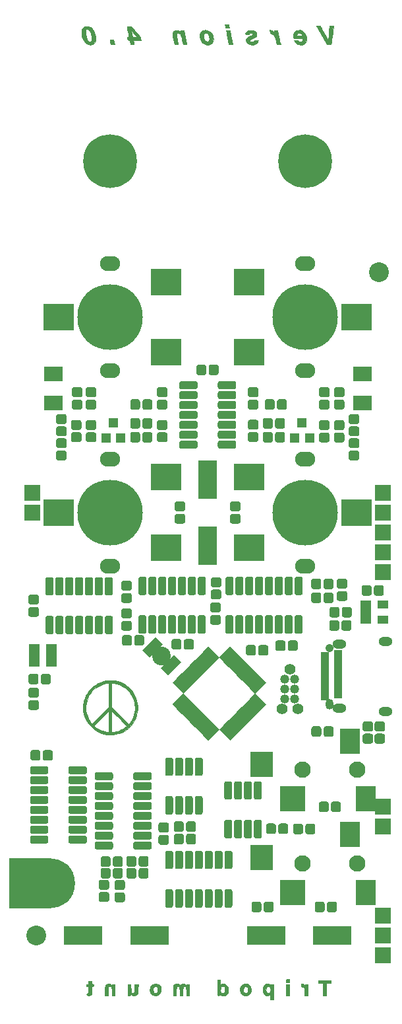
<source format=gbr>
G04 #@! TF.GenerationSoftware,KiCad,Pcbnew,5.1.5+dfsg1-2build2*
G04 #@! TF.CreationDate,2021-08-04T12:07:34+02:00*
G04 #@! TF.ProjectId,OpenThereminV4,4f70656e-5468-4657-9265-6d696e56342e,rev?*
G04 #@! TF.SameCoordinates,Original*
G04 #@! TF.FileFunction,Soldermask,Bot*
G04 #@! TF.FilePolarity,Negative*
%FSLAX46Y46*%
G04 Gerber Fmt 4.6, Leading zero omitted, Abs format (unit mm)*
G04 Created by KiCad (PCBNEW 5.1.5+dfsg1-2build2) date 2021-08-04 12:07:34*
%MOMM*%
%LPD*%
G04 APERTURE LIST*
%ADD10C,0.010000*%
%ADD11R,3.200000X3.200000*%
%ADD12R,3.000000X3.200000*%
%ADD13R,2.600000X3.200000*%
%ADD14C,2.100000*%
%ADD15C,6.900000*%
%ADD16R,2.400000X1.900000*%
%ADD17O,2.600000X1.900000*%
%ADD18R,3.900000X3.400000*%
%ADD19C,8.400000*%
%ADD20C,2.400000*%
%ADD21C,0.100000*%
%ADD22R,5.400000X6.400000*%
%ADD23C,6.400000*%
%ADD24R,1.200100X1.200100*%
%ADD25R,1.100000X0.700000*%
%ADD26C,1.050000*%
%ADD27O,1.050000X1.350000*%
%ADD28O,1.800000X1.200000*%
%ADD29R,4.900000X2.400000*%
%ADD30R,2.400000X4.900000*%
%ADD31R,1.460000X1.050000*%
%ADD32C,1.390600*%
%ADD33C,1.187400*%
%ADD34R,2.100000X2.100000*%
%ADD35C,2.540000*%
G04 APERTURE END LIST*
D10*
G36*
X102295595Y-38203420D02*
G01*
X102229350Y-38217781D01*
X102212525Y-38249235D01*
X102217390Y-38274083D01*
X102239205Y-38364601D01*
X102264074Y-38489079D01*
X102267287Y-38506916D01*
X102295422Y-38665666D01*
X102761280Y-38665666D01*
X102731184Y-38464583D01*
X102709642Y-38339804D01*
X102689224Y-38251975D01*
X102681546Y-38231750D01*
X102631783Y-38214230D01*
X102524295Y-38202698D01*
X102428815Y-38200000D01*
X102295595Y-38203420D01*
G37*
X102295595Y-38203420D02*
X102229350Y-38217781D01*
X102212525Y-38249235D01*
X102217390Y-38274083D01*
X102239205Y-38364601D01*
X102264074Y-38489079D01*
X102267287Y-38506916D01*
X102295422Y-38665666D01*
X102761280Y-38665666D01*
X102731184Y-38464583D01*
X102709642Y-38339804D01*
X102689224Y-38251975D01*
X102681546Y-38231750D01*
X102631783Y-38214230D01*
X102524295Y-38202698D01*
X102428815Y-38200000D01*
X102295595Y-38203420D01*
G36*
X87466654Y-40163083D02*
G01*
X87432357Y-40206753D01*
X87432601Y-40297115D01*
X87459848Y-40449174D01*
X87477803Y-40536368D01*
X87528606Y-40782333D01*
X88050074Y-40782333D01*
X87980570Y-40475416D01*
X87911065Y-40168500D01*
X87669033Y-40155804D01*
X87543033Y-40151101D01*
X87466654Y-40163083D01*
G37*
X87466654Y-40163083D02*
X87432357Y-40206753D01*
X87432601Y-40297115D01*
X87459848Y-40449174D01*
X87477803Y-40536368D01*
X87528606Y-40782333D01*
X88050074Y-40782333D01*
X87980570Y-40475416D01*
X87911065Y-40168500D01*
X87669033Y-40155804D01*
X87543033Y-40151101D01*
X87466654Y-40163083D01*
G36*
X89894721Y-38454000D02*
G01*
X89742395Y-38458666D01*
X89659006Y-38475054D01*
X89629217Y-38506742D01*
X89628333Y-38516194D01*
X89637025Y-38578519D01*
X89660874Y-38706539D01*
X89696538Y-38883329D01*
X89740675Y-39091962D01*
X89755333Y-39159441D01*
X89801336Y-39373689D01*
X89839911Y-39560526D01*
X89867727Y-39703275D01*
X89881458Y-39785257D01*
X89882333Y-39795747D01*
X89844278Y-39836900D01*
X89750804Y-39851000D01*
X89661864Y-39859317D01*
X89639103Y-39892707D01*
X89647935Y-39925083D01*
X89678442Y-40023860D01*
X89699625Y-40113261D01*
X89736743Y-40199542D01*
X89819380Y-40235913D01*
X89852734Y-40240261D01*
X89924715Y-40253150D01*
X89970423Y-40287327D01*
X90003413Y-40362733D01*
X90037239Y-40499313D01*
X90041333Y-40517750D01*
X90099852Y-40782333D01*
X90528154Y-40782333D01*
X90499553Y-40602416D01*
X90475688Y-40464919D01*
X90452150Y-40348183D01*
X90447220Y-40327250D01*
X90439773Y-40287125D01*
X90450127Y-40260227D01*
X90491727Y-40243910D01*
X90578021Y-40235529D01*
X90722454Y-40232441D01*
X90931524Y-40232000D01*
X91439561Y-40232000D01*
X91391197Y-40021601D01*
X91367987Y-39942070D01*
X91330853Y-39859882D01*
X91325393Y-39851000D01*
X90906545Y-39851000D01*
X90628079Y-39851000D01*
X90477393Y-39848391D01*
X90390923Y-39836239D01*
X90348272Y-39808055D01*
X90329046Y-39757350D01*
X90328691Y-39755750D01*
X90309844Y-39671586D01*
X90277960Y-39530811D01*
X90238916Y-39359338D01*
X90225527Y-39300719D01*
X90189598Y-39138817D01*
X90163651Y-39012672D01*
X90151554Y-38941533D01*
X90151551Y-38932671D01*
X90179458Y-38959802D01*
X90247436Y-39039436D01*
X90343494Y-39157304D01*
X90400548Y-39228952D01*
X90526943Y-39387824D01*
X90651171Y-39542243D01*
X90751487Y-39665226D01*
X90773912Y-39692250D01*
X90906545Y-39851000D01*
X91325393Y-39851000D01*
X91272177Y-39764442D01*
X91184340Y-39645154D01*
X91059724Y-39491423D01*
X90890710Y-39292653D01*
X90751971Y-39132601D01*
X90161109Y-38453999D01*
X89894721Y-38454000D01*
G37*
X89894721Y-38454000D02*
X89742395Y-38458666D01*
X89659006Y-38475054D01*
X89629217Y-38506742D01*
X89628333Y-38516194D01*
X89637025Y-38578519D01*
X89660874Y-38706539D01*
X89696538Y-38883329D01*
X89740675Y-39091962D01*
X89755333Y-39159441D01*
X89801336Y-39373689D01*
X89839911Y-39560526D01*
X89867727Y-39703275D01*
X89881458Y-39785257D01*
X89882333Y-39795747D01*
X89844278Y-39836900D01*
X89750804Y-39851000D01*
X89661864Y-39859317D01*
X89639103Y-39892707D01*
X89647935Y-39925083D01*
X89678442Y-40023860D01*
X89699625Y-40113261D01*
X89736743Y-40199542D01*
X89819380Y-40235913D01*
X89852734Y-40240261D01*
X89924715Y-40253150D01*
X89970423Y-40287327D01*
X90003413Y-40362733D01*
X90037239Y-40499313D01*
X90041333Y-40517750D01*
X90099852Y-40782333D01*
X90528154Y-40782333D01*
X90499553Y-40602416D01*
X90475688Y-40464919D01*
X90452150Y-40348183D01*
X90447220Y-40327250D01*
X90439773Y-40287125D01*
X90450127Y-40260227D01*
X90491727Y-40243910D01*
X90578021Y-40235529D01*
X90722454Y-40232441D01*
X90931524Y-40232000D01*
X91439561Y-40232000D01*
X91391197Y-40021601D01*
X91367987Y-39942070D01*
X91330853Y-39859882D01*
X91325393Y-39851000D01*
X90906545Y-39851000D01*
X90628079Y-39851000D01*
X90477393Y-39848391D01*
X90390923Y-39836239D01*
X90348272Y-39808055D01*
X90329046Y-39757350D01*
X90328691Y-39755750D01*
X90309844Y-39671586D01*
X90277960Y-39530811D01*
X90238916Y-39359338D01*
X90225527Y-39300719D01*
X90189598Y-39138817D01*
X90163651Y-39012672D01*
X90151554Y-38941533D01*
X90151551Y-38932671D01*
X90179458Y-38959802D01*
X90247436Y-39039436D01*
X90343494Y-39157304D01*
X90400548Y-39228952D01*
X90526943Y-39387824D01*
X90651171Y-39542243D01*
X90751487Y-39665226D01*
X90773912Y-39692250D01*
X90906545Y-39851000D01*
X91325393Y-39851000D01*
X91272177Y-39764442D01*
X91184340Y-39645154D01*
X91059724Y-39491423D01*
X90890710Y-39292653D01*
X90751971Y-39132601D01*
X90161109Y-38453999D01*
X89894721Y-38454000D01*
G36*
X95820902Y-38947254D02*
G01*
X95722747Y-38971580D01*
X95643157Y-39025683D01*
X95608975Y-39058212D01*
X95547269Y-39138103D01*
X95508888Y-39238736D01*
X95493898Y-39371401D01*
X95502370Y-39547391D01*
X95534373Y-39777996D01*
X95589973Y-40074507D01*
X95615925Y-40200250D01*
X95738150Y-40782333D01*
X95964075Y-40782333D01*
X96114407Y-40773188D01*
X96184330Y-40745394D01*
X96190302Y-40729416D01*
X96182222Y-40670025D01*
X96159898Y-40545018D01*
X96126565Y-40371619D01*
X96085457Y-40167056D01*
X96077051Y-40126166D01*
X96022139Y-39832875D01*
X95995969Y-39613134D01*
X96000672Y-39460117D01*
X96038375Y-39367001D01*
X96111210Y-39326959D01*
X96221305Y-39333166D01*
X96316223Y-39359552D01*
X96406487Y-39403898D01*
X96481898Y-39478429D01*
X96547623Y-39594290D01*
X96608827Y-39762626D01*
X96670677Y-39994583D01*
X96726471Y-40244680D01*
X96840116Y-40782333D01*
X97065391Y-40782333D01*
X97215655Y-40773107D01*
X97285344Y-40745101D01*
X97291135Y-40729416D01*
X97283028Y-40673550D01*
X97260125Y-40548036D01*
X97224988Y-40366093D01*
X97180183Y-40140941D01*
X97128275Y-39885798D01*
X97114565Y-39819250D01*
X96937528Y-38962000D01*
X96711931Y-38962000D01*
X96580232Y-38965750D01*
X96512572Y-38982303D01*
X96488461Y-39019609D01*
X96486333Y-39049549D01*
X96482623Y-39103164D01*
X96458194Y-39110608D01*
X96393098Y-39070523D01*
X96350389Y-39040297D01*
X96230599Y-38976180D01*
X96085174Y-38946856D01*
X95970448Y-38942165D01*
X95820902Y-38947254D01*
G37*
X95820902Y-38947254D02*
X95722747Y-38971580D01*
X95643157Y-39025683D01*
X95608975Y-39058212D01*
X95547269Y-39138103D01*
X95508888Y-39238736D01*
X95493898Y-39371401D01*
X95502370Y-39547391D01*
X95534373Y-39777996D01*
X95589973Y-40074507D01*
X95615925Y-40200250D01*
X95738150Y-40782333D01*
X95964075Y-40782333D01*
X96114407Y-40773188D01*
X96184330Y-40745394D01*
X96190302Y-40729416D01*
X96182222Y-40670025D01*
X96159898Y-40545018D01*
X96126565Y-40371619D01*
X96085457Y-40167056D01*
X96077051Y-40126166D01*
X96022139Y-39832875D01*
X95995969Y-39613134D01*
X96000672Y-39460117D01*
X96038375Y-39367001D01*
X96111210Y-39326959D01*
X96221305Y-39333166D01*
X96316223Y-39359552D01*
X96406487Y-39403898D01*
X96481898Y-39478429D01*
X96547623Y-39594290D01*
X96608827Y-39762626D01*
X96670677Y-39994583D01*
X96726471Y-40244680D01*
X96840116Y-40782333D01*
X97065391Y-40782333D01*
X97215655Y-40773107D01*
X97285344Y-40745101D01*
X97291135Y-40729416D01*
X97283028Y-40673550D01*
X97260125Y-40548036D01*
X97224988Y-40366093D01*
X97180183Y-40140941D01*
X97128275Y-39885798D01*
X97114565Y-39819250D01*
X96937528Y-38962000D01*
X96711931Y-38962000D01*
X96580232Y-38965750D01*
X96512572Y-38982303D01*
X96488461Y-39019609D01*
X96486333Y-39049549D01*
X96482623Y-39103164D01*
X96458194Y-39110608D01*
X96393098Y-39070523D01*
X96350389Y-39040297D01*
X96230599Y-38976180D01*
X96085174Y-38946856D01*
X95970448Y-38942165D01*
X95820902Y-38947254D01*
G36*
X102472925Y-38967318D02*
G01*
X102390235Y-38981012D01*
X102371139Y-38993750D01*
X102379641Y-39042932D01*
X102403128Y-39162229D01*
X102439011Y-39338931D01*
X102484703Y-39560330D01*
X102537615Y-39813717D01*
X102554354Y-39893333D01*
X102737097Y-40761166D01*
X102978562Y-40773902D01*
X103114103Y-40779071D01*
X103183510Y-40771414D01*
X103205120Y-40743832D01*
X103197273Y-40689236D01*
X103181356Y-40616716D01*
X103151584Y-40477125D01*
X103111302Y-40286292D01*
X103063854Y-40060047D01*
X103024643Y-39872166D01*
X102973917Y-39629661D01*
X102927680Y-39410607D01*
X102889295Y-39230777D01*
X102862123Y-39105946D01*
X102850961Y-39057250D01*
X102826971Y-39001525D01*
X102775769Y-38972950D01*
X102674382Y-38962842D01*
X102598911Y-38962000D01*
X102472925Y-38967318D01*
G37*
X102472925Y-38967318D02*
X102390235Y-38981012D01*
X102371139Y-38993750D01*
X102379641Y-39042932D01*
X102403128Y-39162229D01*
X102439011Y-39338931D01*
X102484703Y-39560330D01*
X102537615Y-39813717D01*
X102554354Y-39893333D01*
X102737097Y-40761166D01*
X102978562Y-40773902D01*
X103114103Y-40779071D01*
X103183510Y-40771414D01*
X103205120Y-40743832D01*
X103197273Y-40689236D01*
X103181356Y-40616716D01*
X103151584Y-40477125D01*
X103111302Y-40286292D01*
X103063854Y-40060047D01*
X103024643Y-39872166D01*
X102973917Y-39629661D01*
X102927680Y-39410607D01*
X102889295Y-39230777D01*
X102862123Y-39105946D01*
X102850961Y-39057250D01*
X102826971Y-39001525D01*
X102775769Y-38972950D01*
X102674382Y-38962842D01*
X102598911Y-38962000D01*
X102472925Y-38967318D01*
G36*
X107974790Y-38931765D02*
G01*
X107969320Y-38984103D01*
X107983240Y-39090206D01*
X108000325Y-39170852D01*
X108035964Y-39298516D01*
X108078860Y-39369205D01*
X108151662Y-39409202D01*
X108224386Y-39430822D01*
X108360673Y-39479325D01*
X108469648Y-39550547D01*
X108557925Y-39655966D01*
X108632116Y-39807060D01*
X108698835Y-40015304D01*
X108764695Y-40292178D01*
X108789682Y-40411916D01*
X108865042Y-40782333D01*
X109344858Y-40782333D01*
X109245542Y-40327250D01*
X109190925Y-40073227D01*
X109130247Y-39785168D01*
X109073711Y-39511672D01*
X109054510Y-39417083D01*
X108962793Y-38962000D01*
X108499577Y-38962000D01*
X108557839Y-39272560D01*
X108445633Y-39139211D01*
X108355725Y-39059946D01*
X108237416Y-38989324D01*
X108116319Y-38938629D01*
X108018052Y-38919149D01*
X107974790Y-38931765D01*
G37*
X107974790Y-38931765D02*
X107969320Y-38984103D01*
X107983240Y-39090206D01*
X108000325Y-39170852D01*
X108035964Y-39298516D01*
X108078860Y-39369205D01*
X108151662Y-39409202D01*
X108224386Y-39430822D01*
X108360673Y-39479325D01*
X108469648Y-39550547D01*
X108557925Y-39655966D01*
X108632116Y-39807060D01*
X108698835Y-40015304D01*
X108764695Y-40292178D01*
X108789682Y-40411916D01*
X108865042Y-40782333D01*
X109344858Y-40782333D01*
X109245542Y-40327250D01*
X109190925Y-40073227D01*
X109130247Y-39785168D01*
X109073711Y-39511672D01*
X109054510Y-39417083D01*
X108962793Y-38962000D01*
X108499577Y-38962000D01*
X108557839Y-39272560D01*
X108445633Y-39139211D01*
X108355725Y-39059946D01*
X108237416Y-38989324D01*
X108116319Y-38938629D01*
X108018052Y-38919149D01*
X107974790Y-38931765D01*
G36*
X115608915Y-39036083D02*
G01*
X115581109Y-39294791D01*
X115554202Y-39552068D01*
X115530705Y-39783431D01*
X115513130Y-39964397D01*
X115508542Y-40014674D01*
X115480926Y-40326514D01*
X115292828Y-39951174D01*
X115211527Y-39792630D01*
X115109389Y-39598986D01*
X114993894Y-39383814D01*
X114872521Y-39160687D01*
X114752747Y-38943180D01*
X114642053Y-38744866D01*
X114547917Y-38579317D01*
X114477817Y-38460109D01*
X114439233Y-38400813D01*
X114437476Y-38398786D01*
X114380631Y-38382156D01*
X114267856Y-38375332D01*
X114170397Y-38377619D01*
X113935122Y-38390500D01*
X115277058Y-40761166D01*
X115553578Y-40773654D01*
X115702957Y-40778144D01*
X115788473Y-40770723D01*
X115830711Y-40745553D01*
X115850257Y-40696796D01*
X115852077Y-40688988D01*
X115863890Y-40619960D01*
X115884803Y-40480438D01*
X115912906Y-40283878D01*
X115946290Y-40043734D01*
X115983046Y-39773461D01*
X116001013Y-39639333D01*
X116039116Y-39354844D01*
X116074967Y-39089760D01*
X116106567Y-38858639D01*
X116131921Y-38676045D01*
X116149032Y-38556537D01*
X116153372Y-38528083D01*
X116178775Y-38369333D01*
X115681672Y-38369333D01*
X115608915Y-39036083D01*
G37*
X115608915Y-39036083D02*
X115581109Y-39294791D01*
X115554202Y-39552068D01*
X115530705Y-39783431D01*
X115513130Y-39964397D01*
X115508542Y-40014674D01*
X115480926Y-40326514D01*
X115292828Y-39951174D01*
X115211527Y-39792630D01*
X115109389Y-39598986D01*
X114993894Y-39383814D01*
X114872521Y-39160687D01*
X114752747Y-38943180D01*
X114642053Y-38744866D01*
X114547917Y-38579317D01*
X114477817Y-38460109D01*
X114439233Y-38400813D01*
X114437476Y-38398786D01*
X114380631Y-38382156D01*
X114267856Y-38375332D01*
X114170397Y-38377619D01*
X113935122Y-38390500D01*
X115277058Y-40761166D01*
X115553578Y-40773654D01*
X115702957Y-40778144D01*
X115788473Y-40770723D01*
X115830711Y-40745553D01*
X115850257Y-40696796D01*
X115852077Y-40688988D01*
X115863890Y-40619960D01*
X115884803Y-40480438D01*
X115912906Y-40283878D01*
X115946290Y-40043734D01*
X115983046Y-39773461D01*
X116001013Y-39639333D01*
X116039116Y-39354844D01*
X116074967Y-39089760D01*
X116106567Y-38858639D01*
X116131921Y-38676045D01*
X116149032Y-38556537D01*
X116153372Y-38528083D01*
X116178775Y-38369333D01*
X115681672Y-38369333D01*
X115608915Y-39036083D01*
G36*
X84207032Y-38486044D02*
G01*
X84169786Y-38504002D01*
X84010824Y-38611534D01*
X83902827Y-38748948D01*
X83839323Y-38930698D01*
X83813837Y-39171238D01*
X83813019Y-39300666D01*
X83846412Y-39672314D01*
X83930865Y-40002534D01*
X84060751Y-40285193D01*
X84230442Y-40514161D01*
X84434312Y-40683307D01*
X84666731Y-40786500D01*
X84922074Y-40817609D01*
X85169240Y-40778214D01*
X85323634Y-40693382D01*
X85457334Y-40544791D01*
X85552808Y-40353292D01*
X85567846Y-40304158D01*
X85597108Y-40078482D01*
X85096299Y-40078482D01*
X85094728Y-40195429D01*
X85079190Y-40270342D01*
X85046548Y-40324363D01*
X85019555Y-40353444D01*
X84903218Y-40430177D01*
X84783528Y-40426147D01*
X84653968Y-40340515D01*
X84614548Y-40301285D01*
X84475886Y-40096647D01*
X84376665Y-39820288D01*
X84318110Y-39476038D01*
X84307613Y-39343000D01*
X84302102Y-39120750D01*
X84319932Y-38969354D01*
X84366633Y-38876894D01*
X84447737Y-38831452D01*
X84549926Y-38820888D01*
X84695727Y-38861456D01*
X84824289Y-38978299D01*
X84931978Y-39164123D01*
X85015156Y-39411637D01*
X85070191Y-39713549D01*
X85087036Y-39898361D01*
X85096299Y-40078482D01*
X85597108Y-40078482D01*
X85597484Y-40075585D01*
X85582649Y-39802234D01*
X85528304Y-39508062D01*
X85439413Y-39217027D01*
X85320940Y-38953083D01*
X85269826Y-38865863D01*
X85102925Y-38668816D01*
X84896022Y-38526662D01*
X84666290Y-38445049D01*
X84430903Y-38429626D01*
X84207032Y-38486044D01*
G37*
X84207032Y-38486044D02*
X84169786Y-38504002D01*
X84010824Y-38611534D01*
X83902827Y-38748948D01*
X83839323Y-38930698D01*
X83813837Y-39171238D01*
X83813019Y-39300666D01*
X83846412Y-39672314D01*
X83930865Y-40002534D01*
X84060751Y-40285193D01*
X84230442Y-40514161D01*
X84434312Y-40683307D01*
X84666731Y-40786500D01*
X84922074Y-40817609D01*
X85169240Y-40778214D01*
X85323634Y-40693382D01*
X85457334Y-40544791D01*
X85552808Y-40353292D01*
X85567846Y-40304158D01*
X85597108Y-40078482D01*
X85096299Y-40078482D01*
X85094728Y-40195429D01*
X85079190Y-40270342D01*
X85046548Y-40324363D01*
X85019555Y-40353444D01*
X84903218Y-40430177D01*
X84783528Y-40426147D01*
X84653968Y-40340515D01*
X84614548Y-40301285D01*
X84475886Y-40096647D01*
X84376665Y-39820288D01*
X84318110Y-39476038D01*
X84307613Y-39343000D01*
X84302102Y-39120750D01*
X84319932Y-38969354D01*
X84366633Y-38876894D01*
X84447737Y-38831452D01*
X84549926Y-38820888D01*
X84695727Y-38861456D01*
X84824289Y-38978299D01*
X84931978Y-39164123D01*
X85015156Y-39411637D01*
X85070191Y-39713549D01*
X85087036Y-39898361D01*
X85096299Y-40078482D01*
X85597108Y-40078482D01*
X85597484Y-40075585D01*
X85582649Y-39802234D01*
X85528304Y-39508062D01*
X85439413Y-39217027D01*
X85320940Y-38953083D01*
X85269826Y-38865863D01*
X85102925Y-38668816D01*
X84896022Y-38526662D01*
X84666290Y-38445049D01*
X84430903Y-38429626D01*
X84207032Y-38486044D01*
G36*
X99598433Y-38935456D02*
G01*
X99386273Y-38987053D01*
X99217509Y-39094578D01*
X99075747Y-39262225D01*
X99025538Y-39345996D01*
X98997661Y-39431030D01*
X98987596Y-39543516D01*
X98990819Y-39709641D01*
X98992367Y-39745166D01*
X99038760Y-40073457D01*
X99144672Y-40344347D01*
X99308721Y-40555780D01*
X99529526Y-40705705D01*
X99675939Y-40761582D01*
X99876959Y-40809906D01*
X100041661Y-40817213D01*
X100207802Y-40783488D01*
X100275166Y-40761323D01*
X100465779Y-40653608D01*
X100604633Y-40491721D01*
X100690845Y-40289168D01*
X100723534Y-40059454D01*
X100721811Y-40040140D01*
X100211666Y-40040140D01*
X100186102Y-40237490D01*
X100115391Y-40372053D01*
X100008511Y-40438583D01*
X99874439Y-40431837D01*
X99722150Y-40346568D01*
X99707611Y-40334656D01*
X99597304Y-40199347D01*
X99514277Y-40016797D01*
X99465143Y-39814753D01*
X99456516Y-39620963D01*
X99495009Y-39463172D01*
X99498337Y-39456633D01*
X99570667Y-39354715D01*
X99666164Y-39309512D01*
X99770371Y-39301314D01*
X99912517Y-39340321D01*
X100035653Y-39449935D01*
X100131811Y-39616820D01*
X100193027Y-39827639D01*
X100211666Y-40040140D01*
X100721811Y-40040140D01*
X100701818Y-39816082D01*
X100624815Y-39572558D01*
X100491642Y-39342385D01*
X100376599Y-39208392D01*
X100162766Y-39037793D01*
X99933173Y-38946402D01*
X99672258Y-38928762D01*
X99598433Y-38935456D01*
G37*
X99598433Y-38935456D02*
X99386273Y-38987053D01*
X99217509Y-39094578D01*
X99075747Y-39262225D01*
X99025538Y-39345996D01*
X98997661Y-39431030D01*
X98987596Y-39543516D01*
X98990819Y-39709641D01*
X98992367Y-39745166D01*
X99038760Y-40073457D01*
X99144672Y-40344347D01*
X99308721Y-40555780D01*
X99529526Y-40705705D01*
X99675939Y-40761582D01*
X99876959Y-40809906D01*
X100041661Y-40817213D01*
X100207802Y-40783488D01*
X100275166Y-40761323D01*
X100465779Y-40653608D01*
X100604633Y-40491721D01*
X100690845Y-40289168D01*
X100723534Y-40059454D01*
X100721811Y-40040140D01*
X100211666Y-40040140D01*
X100186102Y-40237490D01*
X100115391Y-40372053D01*
X100008511Y-40438583D01*
X99874439Y-40431837D01*
X99722150Y-40346568D01*
X99707611Y-40334656D01*
X99597304Y-40199347D01*
X99514277Y-40016797D01*
X99465143Y-39814753D01*
X99456516Y-39620963D01*
X99495009Y-39463172D01*
X99498337Y-39456633D01*
X99570667Y-39354715D01*
X99666164Y-39309512D01*
X99770371Y-39301314D01*
X99912517Y-39340321D01*
X100035653Y-39449935D01*
X100131811Y-39616820D01*
X100193027Y-39827639D01*
X100211666Y-40040140D01*
X100721811Y-40040140D01*
X100701818Y-39816082D01*
X100624815Y-39572558D01*
X100491642Y-39342385D01*
X100376599Y-39208392D01*
X100162766Y-39037793D01*
X99933173Y-38946402D01*
X99672258Y-38928762D01*
X99598433Y-38935456D01*
G36*
X105431613Y-38939622D02*
G01*
X105232640Y-38969308D01*
X105091267Y-39023639D01*
X104983124Y-39117066D01*
X104889851Y-39244272D01*
X104833481Y-39372048D01*
X104826000Y-39423481D01*
X104865867Y-39451127D01*
X104976606Y-39467075D01*
X105075062Y-39470000D01*
X105219137Y-39465662D01*
X105299550Y-39448542D01*
X105337049Y-39412481D01*
X105345091Y-39389825D01*
X105399790Y-39313398D01*
X105496126Y-39276182D01*
X105608555Y-39275277D01*
X105711535Y-39307780D01*
X105779524Y-39370791D01*
X105791652Y-39440550D01*
X105763055Y-39499733D01*
X105685797Y-39557953D01*
X105545661Y-39624876D01*
X105482166Y-39650929D01*
X105237735Y-39765259D01*
X105069999Y-39885227D01*
X104971021Y-40018875D01*
X104932864Y-40174244D01*
X104931833Y-40208543D01*
X104969153Y-40415238D01*
X105081454Y-40583022D01*
X105251733Y-40703852D01*
X105414373Y-40761032D01*
X105619334Y-40796890D01*
X105826319Y-40806853D01*
X105990166Y-40787644D01*
X106216886Y-40698601D01*
X106371260Y-40567084D01*
X106455104Y-40391471D01*
X106460622Y-40366805D01*
X106487583Y-40232000D01*
X106228291Y-40232000D01*
X106078141Y-40236920D01*
X105996947Y-40254115D01*
X105969440Y-40287237D01*
X105969000Y-40294010D01*
X105930245Y-40368323D01*
X105826464Y-40421159D01*
X105676379Y-40443463D01*
X105659466Y-40443666D01*
X105517127Y-40416374D01*
X105437989Y-40338090D01*
X105426000Y-40225358D01*
X105450432Y-40168833D01*
X105515914Y-40113876D01*
X105636909Y-40050765D01*
X105773018Y-39992139D01*
X105936929Y-39920143D01*
X106077595Y-39850305D01*
X106170598Y-39794987D01*
X106184940Y-39783632D01*
X106270190Y-39654530D01*
X106293006Y-39494840D01*
X106258175Y-39325446D01*
X106170489Y-39167230D01*
X106034736Y-39041077D01*
X106011333Y-39026678D01*
X105852571Y-38968411D01*
X105648794Y-38939357D01*
X105431613Y-38939622D01*
G37*
X105431613Y-38939622D02*
X105232640Y-38969308D01*
X105091267Y-39023639D01*
X104983124Y-39117066D01*
X104889851Y-39244272D01*
X104833481Y-39372048D01*
X104826000Y-39423481D01*
X104865867Y-39451127D01*
X104976606Y-39467075D01*
X105075062Y-39470000D01*
X105219137Y-39465662D01*
X105299550Y-39448542D01*
X105337049Y-39412481D01*
X105345091Y-39389825D01*
X105399790Y-39313398D01*
X105496126Y-39276182D01*
X105608555Y-39275277D01*
X105711535Y-39307780D01*
X105779524Y-39370791D01*
X105791652Y-39440550D01*
X105763055Y-39499733D01*
X105685797Y-39557953D01*
X105545661Y-39624876D01*
X105482166Y-39650929D01*
X105237735Y-39765259D01*
X105069999Y-39885227D01*
X104971021Y-40018875D01*
X104932864Y-40174244D01*
X104931833Y-40208543D01*
X104969153Y-40415238D01*
X105081454Y-40583022D01*
X105251733Y-40703852D01*
X105414373Y-40761032D01*
X105619334Y-40796890D01*
X105826319Y-40806853D01*
X105990166Y-40787644D01*
X106216886Y-40698601D01*
X106371260Y-40567084D01*
X106455104Y-40391471D01*
X106460622Y-40366805D01*
X106487583Y-40232000D01*
X106228291Y-40232000D01*
X106078141Y-40236920D01*
X105996947Y-40254115D01*
X105969440Y-40287237D01*
X105969000Y-40294010D01*
X105930245Y-40368323D01*
X105826464Y-40421159D01*
X105676379Y-40443463D01*
X105659466Y-40443666D01*
X105517127Y-40416374D01*
X105437989Y-40338090D01*
X105426000Y-40225358D01*
X105450432Y-40168833D01*
X105515914Y-40113876D01*
X105636909Y-40050765D01*
X105773018Y-39992139D01*
X105936929Y-39920143D01*
X106077595Y-39850305D01*
X106170598Y-39794987D01*
X106184940Y-39783632D01*
X106270190Y-39654530D01*
X106293006Y-39494840D01*
X106258175Y-39325446D01*
X106170489Y-39167230D01*
X106034736Y-39041077D01*
X106011333Y-39026678D01*
X105852571Y-38968411D01*
X105648794Y-38939357D01*
X105431613Y-38939622D01*
G36*
X111578767Y-38935456D02*
G01*
X111344921Y-38997190D01*
X111170074Y-39119344D01*
X111055415Y-39300485D01*
X111002130Y-39539176D01*
X110998200Y-39637102D01*
X111002648Y-39779643D01*
X111014155Y-39889261D01*
X111026098Y-39932859D01*
X111080899Y-39952691D01*
X111212700Y-39967184D01*
X111413970Y-39975769D01*
X111622998Y-39978000D01*
X111856005Y-39978408D01*
X112017092Y-39982789D01*
X112119004Y-39995876D01*
X112174484Y-40022405D01*
X112196278Y-40067110D01*
X112197127Y-40134724D01*
X112192771Y-40189666D01*
X112146740Y-40325387D01*
X112048680Y-40413262D01*
X111920211Y-40447202D01*
X111782959Y-40421121D01*
X111666541Y-40337833D01*
X111593185Y-40274473D01*
X111505031Y-40242528D01*
X111371132Y-40232300D01*
X111328808Y-40232000D01*
X111089159Y-40232000D01*
X111149967Y-40348416D01*
X111250374Y-40489511D01*
X111391601Y-40629149D01*
X111537130Y-40731415D01*
X111541965Y-40733934D01*
X111696200Y-40782759D01*
X111892857Y-40804735D01*
X112093549Y-40798273D01*
X112255500Y-40763433D01*
X112452156Y-40649221D01*
X112592851Y-40476817D01*
X112673021Y-40255311D01*
X112688100Y-39993792D01*
X112680393Y-39917301D01*
X112605431Y-39603267D01*
X112589578Y-39571569D01*
X112111687Y-39571569D01*
X112064725Y-39613386D01*
X111943539Y-39634245D01*
X111768666Y-39639333D01*
X111599450Y-39637375D01*
X111497992Y-39628844D01*
X111447424Y-39609758D01*
X111430877Y-39576132D01*
X111430000Y-39559356D01*
X111465285Y-39430790D01*
X111557163Y-39341842D01*
X111684670Y-39298171D01*
X111826843Y-39305436D01*
X111962716Y-39369295D01*
X112003424Y-39404575D01*
X112089546Y-39503673D01*
X112111687Y-39571569D01*
X112589578Y-39571569D01*
X112474756Y-39341998D01*
X112294993Y-39139401D01*
X112072769Y-39001380D01*
X111814709Y-38933841D01*
X111578767Y-38935456D01*
G37*
X111578767Y-38935456D02*
X111344921Y-38997190D01*
X111170074Y-39119344D01*
X111055415Y-39300485D01*
X111002130Y-39539176D01*
X110998200Y-39637102D01*
X111002648Y-39779643D01*
X111014155Y-39889261D01*
X111026098Y-39932859D01*
X111080899Y-39952691D01*
X111212700Y-39967184D01*
X111413970Y-39975769D01*
X111622998Y-39978000D01*
X111856005Y-39978408D01*
X112017092Y-39982789D01*
X112119004Y-39995876D01*
X112174484Y-40022405D01*
X112196278Y-40067110D01*
X112197127Y-40134724D01*
X112192771Y-40189666D01*
X112146740Y-40325387D01*
X112048680Y-40413262D01*
X111920211Y-40447202D01*
X111782959Y-40421121D01*
X111666541Y-40337833D01*
X111593185Y-40274473D01*
X111505031Y-40242528D01*
X111371132Y-40232300D01*
X111328808Y-40232000D01*
X111089159Y-40232000D01*
X111149967Y-40348416D01*
X111250374Y-40489511D01*
X111391601Y-40629149D01*
X111537130Y-40731415D01*
X111541965Y-40733934D01*
X111696200Y-40782759D01*
X111892857Y-40804735D01*
X112093549Y-40798273D01*
X112255500Y-40763433D01*
X112452156Y-40649221D01*
X112592851Y-40476817D01*
X112673021Y-40255311D01*
X112688100Y-39993792D01*
X112680393Y-39917301D01*
X112605431Y-39603267D01*
X112589578Y-39571569D01*
X112111687Y-39571569D01*
X112064725Y-39613386D01*
X111943539Y-39634245D01*
X111768666Y-39639333D01*
X111599450Y-39637375D01*
X111497992Y-39628844D01*
X111447424Y-39609758D01*
X111430877Y-39576132D01*
X111430000Y-39559356D01*
X111465285Y-39430790D01*
X111557163Y-39341842D01*
X111684670Y-39298171D01*
X111826843Y-39305436D01*
X111962716Y-39369295D01*
X112003424Y-39404575D01*
X112089546Y-39503673D01*
X112111687Y-39571569D01*
X112589578Y-39571569D01*
X112474756Y-39341998D01*
X112294993Y-39139401D01*
X112072769Y-39001380D01*
X111814709Y-38933841D01*
X111578767Y-38935456D01*
G36*
X110103482Y-160761083D02*
G01*
X110090465Y-160941000D01*
X110523535Y-160941000D01*
X110510517Y-160761083D01*
X110497500Y-160581166D01*
X110116500Y-160581166D01*
X110103482Y-160761083D01*
G37*
X110103482Y-160761083D02*
X110090465Y-160941000D01*
X110523535Y-160941000D01*
X110510517Y-160761083D01*
X110497500Y-160581166D01*
X110116500Y-160581166D01*
X110103482Y-160761083D01*
G36*
X87026188Y-161221338D02*
G01*
X86893831Y-161334434D01*
X86851975Y-161403079D01*
X86830784Y-161486113D01*
X86810369Y-161634094D01*
X86792867Y-161827314D01*
X86780411Y-162046064D01*
X86779346Y-162073416D01*
X86758622Y-162634333D01*
X87193000Y-162634333D01*
X87193000Y-162110350D01*
X87195541Y-161865872D01*
X87206538Y-161694134D01*
X87231051Y-161583280D01*
X87274139Y-161521451D01*
X87340861Y-161496788D01*
X87436279Y-161497435D01*
X87453852Y-161499028D01*
X87549529Y-161521760D01*
X87617652Y-161576333D01*
X87662467Y-161674459D01*
X87688217Y-161827849D01*
X87699149Y-162048216D01*
X87700376Y-162179250D01*
X87701000Y-162634333D01*
X88082000Y-162634333D01*
X88082000Y-161195000D01*
X87891500Y-161195000D01*
X87765519Y-161203460D01*
X87708350Y-161232021D01*
X87701000Y-161257877D01*
X87688204Y-161291427D01*
X87638225Y-161279190D01*
X87563416Y-161236869D01*
X87382720Y-161167477D01*
X87196397Y-161163993D01*
X87026188Y-161221338D01*
G37*
X87026188Y-161221338D02*
X86893831Y-161334434D01*
X86851975Y-161403079D01*
X86830784Y-161486113D01*
X86810369Y-161634094D01*
X86792867Y-161827314D01*
X86780411Y-162046064D01*
X86779346Y-162073416D01*
X86758622Y-162634333D01*
X87193000Y-162634333D01*
X87193000Y-162110350D01*
X87195541Y-161865872D01*
X87206538Y-161694134D01*
X87231051Y-161583280D01*
X87274139Y-161521451D01*
X87340861Y-161496788D01*
X87436279Y-161497435D01*
X87453852Y-161499028D01*
X87549529Y-161521760D01*
X87617652Y-161576333D01*
X87662467Y-161674459D01*
X87688217Y-161827849D01*
X87699149Y-162048216D01*
X87700376Y-162179250D01*
X87701000Y-162634333D01*
X88082000Y-162634333D01*
X88082000Y-161195000D01*
X87891500Y-161195000D01*
X87765519Y-161203460D01*
X87708350Y-161232021D01*
X87701000Y-161257877D01*
X87688204Y-161291427D01*
X87638225Y-161279190D01*
X87563416Y-161236869D01*
X87382720Y-161167477D01*
X87196397Y-161163993D01*
X87026188Y-161221338D01*
G36*
X95778988Y-161210476D02*
G01*
X95714944Y-161254733D01*
X95596166Y-161356799D01*
X95568900Y-162634333D01*
X95956000Y-162634333D01*
X95956000Y-162110350D01*
X95958746Y-161864912D01*
X95970034Y-161692393D01*
X95994434Y-161581139D01*
X96036519Y-161519495D01*
X96100861Y-161495807D01*
X96192031Y-161498420D01*
X96195876Y-161498857D01*
X96284457Y-161525561D01*
X96347548Y-161589376D01*
X96388832Y-161701425D01*
X96411988Y-161872832D01*
X96420698Y-162114721D01*
X96421042Y-162179250D01*
X96421666Y-162634333D01*
X96802666Y-162634333D01*
X96802666Y-162110350D01*
X96805413Y-161864912D01*
X96816701Y-161692393D01*
X96841101Y-161581139D01*
X96883186Y-161519495D01*
X96947528Y-161495807D01*
X97038697Y-161498420D01*
X97042542Y-161498857D01*
X97131123Y-161525561D01*
X97194215Y-161589376D01*
X97235498Y-161701425D01*
X97258655Y-161872832D01*
X97267365Y-162114721D01*
X97267709Y-162179250D01*
X97268333Y-162634333D01*
X97649333Y-162634333D01*
X97649333Y-161195000D01*
X97458833Y-161195000D01*
X97332852Y-161203460D01*
X97275683Y-161232021D01*
X97268333Y-161257877D01*
X97255537Y-161291427D01*
X97205558Y-161279190D01*
X97130750Y-161236869D01*
X96951797Y-161166949D01*
X96767619Y-161160931D01*
X96605877Y-161218742D01*
X96578191Y-161238322D01*
X96469298Y-161323977D01*
X96329066Y-161238480D01*
X96144257Y-161165591D01*
X95952042Y-161156491D01*
X95778988Y-161210476D01*
G37*
X95778988Y-161210476D02*
X95714944Y-161254733D01*
X95596166Y-161356799D01*
X95568900Y-162634333D01*
X95956000Y-162634333D01*
X95956000Y-162110350D01*
X95958746Y-161864912D01*
X95970034Y-161692393D01*
X95994434Y-161581139D01*
X96036519Y-161519495D01*
X96100861Y-161495807D01*
X96192031Y-161498420D01*
X96195876Y-161498857D01*
X96284457Y-161525561D01*
X96347548Y-161589376D01*
X96388832Y-161701425D01*
X96411988Y-161872832D01*
X96420698Y-162114721D01*
X96421042Y-162179250D01*
X96421666Y-162634333D01*
X96802666Y-162634333D01*
X96802666Y-162110350D01*
X96805413Y-161864912D01*
X96816701Y-161692393D01*
X96841101Y-161581139D01*
X96883186Y-161519495D01*
X96947528Y-161495807D01*
X97038697Y-161498420D01*
X97042542Y-161498857D01*
X97131123Y-161525561D01*
X97194215Y-161589376D01*
X97235498Y-161701425D01*
X97258655Y-161872832D01*
X97267365Y-162114721D01*
X97267709Y-162179250D01*
X97268333Y-162634333D01*
X97649333Y-162634333D01*
X97649333Y-161195000D01*
X97458833Y-161195000D01*
X97332852Y-161203460D01*
X97275683Y-161232021D01*
X97268333Y-161257877D01*
X97255537Y-161291427D01*
X97205558Y-161279190D01*
X97130750Y-161236869D01*
X96951797Y-161166949D01*
X96767619Y-161160931D01*
X96605877Y-161218742D01*
X96578191Y-161238322D01*
X96469298Y-161323977D01*
X96329066Y-161238480D01*
X96144257Y-161165591D01*
X95952042Y-161156491D01*
X95778988Y-161210476D01*
G36*
X110095333Y-162634333D02*
G01*
X110518666Y-162634333D01*
X110518666Y-161195000D01*
X110095333Y-161195000D01*
X110095333Y-162634333D01*
G37*
X110095333Y-162634333D02*
X110518666Y-162634333D01*
X110518666Y-161195000D01*
X110095333Y-161195000D01*
X110095333Y-162634333D01*
G36*
X112039548Y-161161066D02*
G01*
X112009524Y-161201328D01*
X112000679Y-161296049D01*
X112000333Y-161343166D01*
X112003962Y-161460291D01*
X112025220Y-161515764D01*
X112079665Y-161532572D01*
X112129257Y-161533666D01*
X112274358Y-161572491D01*
X112362091Y-161637575D01*
X112408698Y-161689938D01*
X112438821Y-161747546D01*
X112456028Y-161829294D01*
X112463887Y-161954076D01*
X112465964Y-162140784D01*
X112466000Y-162187909D01*
X112466000Y-162634333D01*
X112889333Y-162634333D01*
X112889333Y-161195000D01*
X112701686Y-161195000D01*
X112577551Y-161202980D01*
X112512636Y-161233437D01*
X112486825Y-161280742D01*
X112465337Y-161332562D01*
X112433212Y-161336343D01*
X112367734Y-161288967D01*
X112332558Y-161259575D01*
X112223147Y-161189076D01*
X112117987Y-161153651D01*
X112102918Y-161152666D01*
X112039548Y-161161066D01*
G37*
X112039548Y-161161066D02*
X112009524Y-161201328D01*
X112000679Y-161296049D01*
X112000333Y-161343166D01*
X112003962Y-161460291D01*
X112025220Y-161515764D01*
X112079665Y-161532572D01*
X112129257Y-161533666D01*
X112274358Y-161572491D01*
X112362091Y-161637575D01*
X112408698Y-161689938D01*
X112438821Y-161747546D01*
X112456028Y-161829294D01*
X112463887Y-161954076D01*
X112465964Y-162140784D01*
X112466000Y-162187909D01*
X112466000Y-162634333D01*
X112889333Y-162634333D01*
X112889333Y-161195000D01*
X112701686Y-161195000D01*
X112577551Y-161202980D01*
X112512636Y-161233437D01*
X112486825Y-161280742D01*
X112465337Y-161332562D01*
X112433212Y-161336343D01*
X112367734Y-161288967D01*
X112332558Y-161259575D01*
X112223147Y-161189076D01*
X112117987Y-161153651D01*
X112102918Y-161152666D01*
X112039548Y-161161066D01*
G36*
X114201666Y-161025666D02*
G01*
X114794333Y-161025666D01*
X114794333Y-162634333D01*
X115217666Y-162634333D01*
X115217666Y-161025666D01*
X115810333Y-161025666D01*
X115810333Y-160687000D01*
X114201666Y-160687000D01*
X114201666Y-161025666D01*
G37*
X114201666Y-161025666D02*
X114794333Y-161025666D01*
X114794333Y-162634333D01*
X115217666Y-162634333D01*
X115217666Y-161025666D01*
X115810333Y-161025666D01*
X115810333Y-160687000D01*
X114201666Y-160687000D01*
X114201666Y-161025666D01*
G36*
X84695333Y-161195000D02*
G01*
X84547166Y-161195000D01*
X84447861Y-161201553D01*
X84407134Y-161238526D01*
X84399018Y-161331888D01*
X84399000Y-161343166D01*
X84405433Y-161442126D01*
X84441968Y-161482976D01*
X84534455Y-161491304D01*
X84548699Y-161491333D01*
X84698399Y-161491333D01*
X84686283Y-161902265D01*
X84679710Y-162091441D01*
X84670472Y-162212618D01*
X84654063Y-162282443D01*
X84625973Y-162317563D01*
X84581696Y-162334628D01*
X84568333Y-162337846D01*
X84486252Y-162380567D01*
X84451846Y-162473973D01*
X84449647Y-162492882D01*
X84465102Y-162598454D01*
X84540290Y-162656875D01*
X84680070Y-162669998D01*
X84853711Y-162646839D01*
X84942417Y-162614857D01*
X85005002Y-162550556D01*
X85045466Y-162441760D01*
X85067805Y-162276289D01*
X85076018Y-162041966D01*
X85076333Y-161968747D01*
X85076333Y-161491333D01*
X85203333Y-161491333D01*
X85289227Y-161482822D01*
X85324023Y-161440046D01*
X85330333Y-161345978D01*
X85321191Y-161245532D01*
X85280087Y-161200999D01*
X85213916Y-161187228D01*
X85142694Y-161171054D01*
X85105907Y-161128106D01*
X85089195Y-161034568D01*
X85084597Y-160972750D01*
X85071694Y-160771666D01*
X84695333Y-160771666D01*
X84695333Y-161195000D01*
G37*
X84695333Y-161195000D02*
X84547166Y-161195000D01*
X84447861Y-161201553D01*
X84407134Y-161238526D01*
X84399018Y-161331888D01*
X84399000Y-161343166D01*
X84405433Y-161442126D01*
X84441968Y-161482976D01*
X84534455Y-161491304D01*
X84548699Y-161491333D01*
X84698399Y-161491333D01*
X84686283Y-161902265D01*
X84679710Y-162091441D01*
X84670472Y-162212618D01*
X84654063Y-162282443D01*
X84625973Y-162317563D01*
X84581696Y-162334628D01*
X84568333Y-162337846D01*
X84486252Y-162380567D01*
X84451846Y-162473973D01*
X84449647Y-162492882D01*
X84465102Y-162598454D01*
X84540290Y-162656875D01*
X84680070Y-162669998D01*
X84853711Y-162646839D01*
X84942417Y-162614857D01*
X85005002Y-162550556D01*
X85045466Y-162441760D01*
X85067805Y-162276289D01*
X85076018Y-162041966D01*
X85076333Y-161968747D01*
X85076333Y-161491333D01*
X85203333Y-161491333D01*
X85289227Y-161482822D01*
X85324023Y-161440046D01*
X85330333Y-161345978D01*
X85321191Y-161245532D01*
X85280087Y-161200999D01*
X85213916Y-161187228D01*
X85142694Y-161171054D01*
X85105907Y-161128106D01*
X85089195Y-161034568D01*
X85084597Y-160972750D01*
X85071694Y-160771666D01*
X84695333Y-160771666D01*
X84695333Y-161195000D01*
G36*
X90622000Y-161195000D02*
G01*
X90622000Y-161699976D01*
X90619728Y-161927911D01*
X90611775Y-162085918D01*
X90596436Y-162188640D01*
X90572008Y-162250721D01*
X90555476Y-162271476D01*
X90445160Y-162328800D01*
X90313705Y-162327850D01*
X90245531Y-162299363D01*
X90197578Y-162226052D01*
X90159105Y-162079410D01*
X90131938Y-161870424D01*
X90117904Y-161610082D01*
X90116523Y-161523083D01*
X90114000Y-161195000D01*
X89733000Y-161195000D01*
X89733000Y-162634333D01*
X89923500Y-162634333D01*
X90049061Y-162626023D01*
X90106254Y-162597766D01*
X90114000Y-162570833D01*
X90136859Y-162514497D01*
X90156333Y-162507333D01*
X90197484Y-162534539D01*
X90198666Y-162542871D01*
X90235623Y-162588887D01*
X90326523Y-162634231D01*
X90441411Y-162666851D01*
X90528742Y-162675702D01*
X90648692Y-162655798D01*
X90775122Y-162609640D01*
X90862503Y-162554836D01*
X90926977Y-162480414D01*
X90972600Y-162373085D01*
X91003428Y-162219561D01*
X91023515Y-162006553D01*
X91035654Y-161755916D01*
X91056378Y-161194999D01*
X90839189Y-161194999D01*
X90622000Y-161195000D01*
G37*
X90622000Y-161195000D02*
X90622000Y-161699976D01*
X90619728Y-161927911D01*
X90611775Y-162085918D01*
X90596436Y-162188640D01*
X90572008Y-162250721D01*
X90555476Y-162271476D01*
X90445160Y-162328800D01*
X90313705Y-162327850D01*
X90245531Y-162299363D01*
X90197578Y-162226052D01*
X90159105Y-162079410D01*
X90131938Y-161870424D01*
X90117904Y-161610082D01*
X90116523Y-161523083D01*
X90114000Y-161195000D01*
X89733000Y-161195000D01*
X89733000Y-162634333D01*
X89923500Y-162634333D01*
X90049061Y-162626023D01*
X90106254Y-162597766D01*
X90114000Y-162570833D01*
X90136859Y-162514497D01*
X90156333Y-162507333D01*
X90197484Y-162534539D01*
X90198666Y-162542871D01*
X90235623Y-162588887D01*
X90326523Y-162634231D01*
X90441411Y-162666851D01*
X90528742Y-162675702D01*
X90648692Y-162655798D01*
X90775122Y-162609640D01*
X90862503Y-162554836D01*
X90926977Y-162480414D01*
X90972600Y-162373085D01*
X91003428Y-162219561D01*
X91023515Y-162006553D01*
X91035654Y-161755916D01*
X91056378Y-161194999D01*
X90839189Y-161194999D01*
X90622000Y-161195000D01*
G36*
X93178598Y-161172608D02*
G01*
X92999330Y-161205810D01*
X92881970Y-161261115D01*
X92724137Y-161404795D01*
X92630039Y-161563788D01*
X92585279Y-161765670D01*
X92579183Y-161841039D01*
X92577542Y-162018726D01*
X92602201Y-162155618D01*
X92660759Y-162293497D01*
X92661873Y-162295666D01*
X92796456Y-162471225D01*
X92984318Y-162601234D01*
X93199472Y-162669906D01*
X93289000Y-162676666D01*
X93420224Y-162656909D01*
X93572566Y-162607164D01*
X93629280Y-162581416D01*
X93803224Y-162450125D01*
X93923609Y-162270105D01*
X93989512Y-162058943D01*
X93998187Y-161873192D01*
X93585333Y-161873192D01*
X93567732Y-162087918D01*
X93511805Y-162231256D01*
X93412866Y-162309515D01*
X93266229Y-162329005D01*
X93247640Y-162327881D01*
X93124256Y-162297173D01*
X93050609Y-162217624D01*
X93047181Y-162211000D01*
X93015988Y-162106872D01*
X92996494Y-161960924D01*
X92993291Y-161880992D01*
X93001450Y-161731424D01*
X93034050Y-161631621D01*
X93096576Y-161552909D01*
X93223086Y-161465912D01*
X93347220Y-161463305D01*
X93473454Y-161545086D01*
X93481424Y-161552909D01*
X93548393Y-161640170D01*
X93579170Y-161747524D01*
X93585333Y-161873192D01*
X93998187Y-161873192D01*
X94000007Y-161834228D01*
X93954172Y-161613548D01*
X93851082Y-161414492D01*
X93698646Y-161260978D01*
X93560277Y-161200187D01*
X93376255Y-161170732D01*
X93178598Y-161172608D01*
G37*
X93178598Y-161172608D02*
X92999330Y-161205810D01*
X92881970Y-161261115D01*
X92724137Y-161404795D01*
X92630039Y-161563788D01*
X92585279Y-161765670D01*
X92579183Y-161841039D01*
X92577542Y-162018726D01*
X92602201Y-162155618D01*
X92660759Y-162293497D01*
X92661873Y-162295666D01*
X92796456Y-162471225D01*
X92984318Y-162601234D01*
X93199472Y-162669906D01*
X93289000Y-162676666D01*
X93420224Y-162656909D01*
X93572566Y-162607164D01*
X93629280Y-162581416D01*
X93803224Y-162450125D01*
X93923609Y-162270105D01*
X93989512Y-162058943D01*
X93998187Y-161873192D01*
X93585333Y-161873192D01*
X93567732Y-162087918D01*
X93511805Y-162231256D01*
X93412866Y-162309515D01*
X93266229Y-162329005D01*
X93247640Y-162327881D01*
X93124256Y-162297173D01*
X93050609Y-162217624D01*
X93047181Y-162211000D01*
X93015988Y-162106872D01*
X92996494Y-161960924D01*
X92993291Y-161880992D01*
X93001450Y-161731424D01*
X93034050Y-161631621D01*
X93096576Y-161552909D01*
X93223086Y-161465912D01*
X93347220Y-161463305D01*
X93473454Y-161545086D01*
X93481424Y-161552909D01*
X93548393Y-161640170D01*
X93579170Y-161747524D01*
X93585333Y-161873192D01*
X93998187Y-161873192D01*
X94000007Y-161834228D01*
X93954172Y-161613548D01*
X93851082Y-161414492D01*
X93698646Y-161260978D01*
X93560277Y-161200187D01*
X93376255Y-161170732D01*
X93178598Y-161172608D01*
G36*
X101247666Y-161551370D02*
G01*
X101246557Y-161829559D01*
X101243451Y-162081581D01*
X101238680Y-162294313D01*
X101232575Y-162454635D01*
X101225469Y-162549425D01*
X101221971Y-162567370D01*
X101220245Y-162607216D01*
X101265719Y-162627523D01*
X101375016Y-162634135D01*
X101412471Y-162634333D01*
X101544100Y-162628789D01*
X101610006Y-162608169D01*
X101628643Y-162566494D01*
X101628666Y-162564272D01*
X101635690Y-162520010D01*
X101670128Y-162533483D01*
X101712904Y-162570445D01*
X101843087Y-162639253D01*
X102014073Y-162666435D01*
X102192264Y-162650772D01*
X102340630Y-162593227D01*
X102493504Y-162448786D01*
X102593442Y-162246225D01*
X102636094Y-161996767D01*
X102634752Y-161924086D01*
X102221333Y-161924086D01*
X102199650Y-162126556D01*
X102132745Y-162259650D01*
X102017837Y-162327255D01*
X101925000Y-162338000D01*
X101800698Y-162309293D01*
X101713333Y-162253333D01*
X101660361Y-162176087D01*
X101634472Y-162064243D01*
X101628666Y-161924086D01*
X101644000Y-161720181D01*
X101694360Y-161586455D01*
X101786287Y-161513357D01*
X101925000Y-161491333D01*
X102064626Y-161513725D01*
X102156197Y-161587268D01*
X102206252Y-161721516D01*
X102221333Y-161924086D01*
X102634752Y-161924086D01*
X102633176Y-161838778D01*
X102597760Y-161617449D01*
X102523297Y-161451182D01*
X102395453Y-161314059D01*
X102306430Y-161247916D01*
X102145447Y-161176461D01*
X101964582Y-161153560D01*
X101797468Y-161180905D01*
X101722753Y-161218567D01*
X101628666Y-161284467D01*
X101628666Y-160602333D01*
X101247666Y-160602333D01*
X101247666Y-161551370D01*
G37*
X101247666Y-161551370D02*
X101246557Y-161829559D01*
X101243451Y-162081581D01*
X101238680Y-162294313D01*
X101232575Y-162454635D01*
X101225469Y-162549425D01*
X101221971Y-162567370D01*
X101220245Y-162607216D01*
X101265719Y-162627523D01*
X101375016Y-162634135D01*
X101412471Y-162634333D01*
X101544100Y-162628789D01*
X101610006Y-162608169D01*
X101628643Y-162566494D01*
X101628666Y-162564272D01*
X101635690Y-162520010D01*
X101670128Y-162533483D01*
X101712904Y-162570445D01*
X101843087Y-162639253D01*
X102014073Y-162666435D01*
X102192264Y-162650772D01*
X102340630Y-162593227D01*
X102493504Y-162448786D01*
X102593442Y-162246225D01*
X102636094Y-161996767D01*
X102634752Y-161924086D01*
X102221333Y-161924086D01*
X102199650Y-162126556D01*
X102132745Y-162259650D01*
X102017837Y-162327255D01*
X101925000Y-162338000D01*
X101800698Y-162309293D01*
X101713333Y-162253333D01*
X101660361Y-162176087D01*
X101634472Y-162064243D01*
X101628666Y-161924086D01*
X101644000Y-161720181D01*
X101694360Y-161586455D01*
X101786287Y-161513357D01*
X101925000Y-161491333D01*
X102064626Y-161513725D01*
X102156197Y-161587268D01*
X102206252Y-161721516D01*
X102221333Y-161924086D01*
X102634752Y-161924086D01*
X102633176Y-161838778D01*
X102597760Y-161617449D01*
X102523297Y-161451182D01*
X102395453Y-161314059D01*
X102306430Y-161247916D01*
X102145447Y-161176461D01*
X101964582Y-161153560D01*
X101797468Y-161180905D01*
X101722753Y-161218567D01*
X101628666Y-161284467D01*
X101628666Y-160602333D01*
X101247666Y-160602333D01*
X101247666Y-161551370D01*
G36*
X104715459Y-161163568D02*
G01*
X104574969Y-161196553D01*
X104507333Y-161228468D01*
X104329630Y-161370274D01*
X104208281Y-161559851D01*
X104145959Y-161779501D01*
X104145333Y-162011524D01*
X104209075Y-162238222D01*
X104326553Y-162426498D01*
X104507504Y-162580546D01*
X104725239Y-162659958D01*
X104973903Y-162663243D01*
X105127449Y-162630419D01*
X105271237Y-162553009D01*
X105406373Y-162420711D01*
X105508330Y-162261801D01*
X105547569Y-162146026D01*
X105568963Y-161861609D01*
X105563345Y-161831324D01*
X105172673Y-161831324D01*
X105164957Y-161995916D01*
X105129701Y-162151469D01*
X105072055Y-162260822D01*
X104964535Y-162323680D01*
X104828735Y-162334008D01*
X104702358Y-162292329D01*
X104657054Y-162255051D01*
X104585430Y-162126994D01*
X104556854Y-161966908D01*
X104567600Y-161798018D01*
X104613939Y-161643548D01*
X104692144Y-161526721D01*
X104782427Y-161473967D01*
X104923009Y-161478640D01*
X105051067Y-161552642D01*
X105142514Y-161681430D01*
X105147901Y-161694630D01*
X105172673Y-161831324D01*
X105563345Y-161831324D01*
X105523342Y-161615691D01*
X105415533Y-161415591D01*
X105250364Y-161268629D01*
X105032662Y-161182123D01*
X104899485Y-161163409D01*
X104715459Y-161163568D01*
G37*
X104715459Y-161163568D02*
X104574969Y-161196553D01*
X104507333Y-161228468D01*
X104329630Y-161370274D01*
X104208281Y-161559851D01*
X104145959Y-161779501D01*
X104145333Y-162011524D01*
X104209075Y-162238222D01*
X104326553Y-162426498D01*
X104507504Y-162580546D01*
X104725239Y-162659958D01*
X104973903Y-162663243D01*
X105127449Y-162630419D01*
X105271237Y-162553009D01*
X105406373Y-162420711D01*
X105508330Y-162261801D01*
X105547569Y-162146026D01*
X105568963Y-161861609D01*
X105563345Y-161831324D01*
X105172673Y-161831324D01*
X105164957Y-161995916D01*
X105129701Y-162151469D01*
X105072055Y-162260822D01*
X104964535Y-162323680D01*
X104828735Y-162334008D01*
X104702358Y-162292329D01*
X104657054Y-162255051D01*
X104585430Y-162126994D01*
X104556854Y-161966908D01*
X104567600Y-161798018D01*
X104613939Y-161643548D01*
X104692144Y-161526721D01*
X104782427Y-161473967D01*
X104923009Y-161478640D01*
X105051067Y-161552642D01*
X105142514Y-161681430D01*
X105147901Y-161694630D01*
X105172673Y-161831324D01*
X105563345Y-161831324D01*
X105523342Y-161615691D01*
X105415533Y-161415591D01*
X105250364Y-161268629D01*
X105032662Y-161182123D01*
X104899485Y-161163409D01*
X104715459Y-161163568D01*
G36*
X107510600Y-161173412D02*
G01*
X107393430Y-161212324D01*
X107256338Y-161327703D01*
X107159318Y-161498646D01*
X107102989Y-161705805D01*
X107087971Y-161929831D01*
X107114883Y-162151375D01*
X107184345Y-162351089D01*
X107296975Y-162509624D01*
X107350464Y-162554506D01*
X107530393Y-162640684D01*
X107727269Y-162667789D01*
X107909061Y-162632137D01*
X107932426Y-162621461D01*
X108063333Y-162556155D01*
X108063333Y-163184666D01*
X108486666Y-163184666D01*
X108486666Y-161914666D01*
X108077444Y-161914666D01*
X108067596Y-162088962D01*
X108034675Y-162202746D01*
X108000328Y-162252787D01*
X107890374Y-162320194D01*
X107754059Y-162335340D01*
X107628419Y-162297482D01*
X107583564Y-162261138D01*
X107512164Y-162130743D01*
X107479532Y-161961011D01*
X107485772Y-161783300D01*
X107530990Y-161628970D01*
X107581187Y-161556194D01*
X107688335Y-161501570D01*
X107824579Y-161495915D01*
X107951312Y-161537354D01*
X108000328Y-161576546D01*
X108050156Y-161663902D01*
X108073759Y-161797951D01*
X108077444Y-161914666D01*
X108486666Y-161914666D01*
X108486666Y-161195000D01*
X108275000Y-161195000D01*
X108144983Y-161200772D01*
X108080595Y-161222171D01*
X108063333Y-161265061D01*
X108056491Y-161309726D01*
X108022407Y-161296413D01*
X107980384Y-161260054D01*
X107853201Y-161192395D01*
X107684674Y-161162544D01*
X107510600Y-161173412D01*
G37*
X107510600Y-161173412D02*
X107393430Y-161212324D01*
X107256338Y-161327703D01*
X107159318Y-161498646D01*
X107102989Y-161705805D01*
X107087971Y-161929831D01*
X107114883Y-162151375D01*
X107184345Y-162351089D01*
X107296975Y-162509624D01*
X107350464Y-162554506D01*
X107530393Y-162640684D01*
X107727269Y-162667789D01*
X107909061Y-162632137D01*
X107932426Y-162621461D01*
X108063333Y-162556155D01*
X108063333Y-163184666D01*
X108486666Y-163184666D01*
X108486666Y-161914666D01*
X108077444Y-161914666D01*
X108067596Y-162088962D01*
X108034675Y-162202746D01*
X108000328Y-162252787D01*
X107890374Y-162320194D01*
X107754059Y-162335340D01*
X107628419Y-162297482D01*
X107583564Y-162261138D01*
X107512164Y-162130743D01*
X107479532Y-161961011D01*
X107485772Y-161783300D01*
X107530990Y-161628970D01*
X107581187Y-161556194D01*
X107688335Y-161501570D01*
X107824579Y-161495915D01*
X107951312Y-161537354D01*
X108000328Y-161576546D01*
X108050156Y-161663902D01*
X108073759Y-161797951D01*
X108077444Y-161914666D01*
X108486666Y-161914666D01*
X108486666Y-161195000D01*
X108275000Y-161195000D01*
X108144983Y-161200772D01*
X108080595Y-161222171D01*
X108063333Y-161265061D01*
X108056491Y-161309726D01*
X108022407Y-161296413D01*
X107980384Y-161260054D01*
X107853201Y-161192395D01*
X107684674Y-161162544D01*
X107510600Y-161173412D01*
G36*
X87296806Y-122278185D02*
G01*
X86936151Y-122316363D01*
X86580362Y-122391550D01*
X86232617Y-122503746D01*
X85896094Y-122652951D01*
X85573970Y-122839165D01*
X85288084Y-123047189D01*
X85012542Y-123296887D01*
X84764945Y-123576314D01*
X84547791Y-123881365D01*
X84363580Y-124207935D01*
X84214811Y-124551920D01*
X84103984Y-124909215D01*
X84073555Y-125041752D01*
X84016155Y-125416471D01*
X83999307Y-125787703D01*
X84021395Y-126152972D01*
X84080801Y-126509799D01*
X84175908Y-126855703D01*
X84305099Y-127188208D01*
X84466755Y-127504834D01*
X84659260Y-127803102D01*
X84880995Y-128080535D01*
X85130345Y-128334652D01*
X85405690Y-128562975D01*
X85705415Y-128763026D01*
X86027901Y-128932326D01*
X86371531Y-129068396D01*
X86734687Y-129168758D01*
X86771684Y-129176666D01*
X86846758Y-129190161D01*
X86944835Y-129204753D01*
X87057197Y-129219489D01*
X87175129Y-129233415D01*
X87289912Y-129245578D01*
X87392830Y-129255023D01*
X87475165Y-129260798D01*
X87528200Y-129261950D01*
X87540116Y-129260721D01*
X87565288Y-129257876D01*
X87623275Y-129252498D01*
X87704691Y-129245433D01*
X87775167Y-129239560D01*
X88157006Y-129187625D01*
X88525033Y-129096252D01*
X88877197Y-128966667D01*
X89211446Y-128800100D01*
X89525728Y-128597778D01*
X89817992Y-128360930D01*
X90067026Y-128110083D01*
X89597518Y-128110083D01*
X89506551Y-128192094D01*
X89332196Y-128330835D01*
X89125413Y-128464485D01*
X88896104Y-128587964D01*
X88654176Y-128696193D01*
X88409531Y-128784092D01*
X88279353Y-128821428D01*
X88173401Y-128846190D01*
X88049585Y-128870979D01*
X87921909Y-128893375D01*
X87804380Y-128910955D01*
X87711003Y-128921298D01*
X87695792Y-128922323D01*
X87648167Y-128925000D01*
X87648167Y-127543961D01*
X87330667Y-127543961D01*
X87330407Y-127781471D01*
X87329655Y-128006065D01*
X87328456Y-128214235D01*
X87326854Y-128402473D01*
X87324894Y-128567271D01*
X87322620Y-128705120D01*
X87320077Y-128812512D01*
X87317309Y-128885939D01*
X87314360Y-128921892D01*
X87313185Y-128925000D01*
X87286112Y-128922194D01*
X87226718Y-128914615D01*
X87144581Y-128903517D01*
X87075060Y-128893814D01*
X86770335Y-128835378D01*
X86469747Y-128748248D01*
X86180658Y-128635648D01*
X85910435Y-128500803D01*
X85666441Y-128346938D01*
X85472283Y-128192094D01*
X85381316Y-128110083D01*
X86355992Y-127136502D01*
X87330667Y-126162922D01*
X87330667Y-127543961D01*
X87648167Y-127543961D01*
X87648167Y-126162922D01*
X88622843Y-127136502D01*
X89597518Y-128110083D01*
X90067026Y-128110083D01*
X90086186Y-128090784D01*
X90328258Y-127788568D01*
X90418393Y-127657332D01*
X90605461Y-127335023D01*
X90754026Y-126999357D01*
X90864580Y-126653455D01*
X90937616Y-126300435D01*
X90973627Y-125943419D01*
X90973250Y-125685796D01*
X90650074Y-125685796D01*
X90638413Y-126029278D01*
X90589166Y-126371386D01*
X90503833Y-126706836D01*
X90383915Y-127030343D01*
X90230911Y-127336620D01*
X90046322Y-127620383D01*
X89938197Y-127757471D01*
X89842929Y-127870526D01*
X88745548Y-126773298D01*
X87648167Y-125676069D01*
X87648167Y-124136117D01*
X87648167Y-124135966D01*
X87330667Y-124135966D01*
X87330667Y-125675765D01*
X85139917Y-127868673D01*
X85057906Y-127777711D01*
X85005148Y-127714376D01*
X84942345Y-127632017D01*
X84882180Y-127547328D01*
X84876264Y-127538583D01*
X84688456Y-127222710D01*
X84539514Y-126893153D01*
X84429771Y-126552904D01*
X84359559Y-126204952D01*
X84329211Y-125852290D01*
X84339060Y-125497907D01*
X84389438Y-125144795D01*
X84480678Y-124795944D01*
X84549798Y-124603429D01*
X84703366Y-124270865D01*
X84890229Y-123963065D01*
X85108155Y-123681778D01*
X85354911Y-123428751D01*
X85628262Y-123205731D01*
X85925976Y-123014466D01*
X86245820Y-122856704D01*
X86585560Y-122734192D01*
X86942962Y-122648678D01*
X87075060Y-122627352D01*
X87167828Y-122614462D01*
X87244917Y-122604167D01*
X87296747Y-122597721D01*
X87313185Y-122596166D01*
X87316036Y-122616779D01*
X87318743Y-122676403D01*
X87321267Y-122771714D01*
X87323571Y-122899392D01*
X87325618Y-123056113D01*
X87327369Y-123238554D01*
X87328787Y-123443394D01*
X87329834Y-123667310D01*
X87330473Y-123906979D01*
X87330667Y-124135966D01*
X87648167Y-124135966D01*
X87648401Y-123884988D01*
X87649078Y-123646588D01*
X87650160Y-123424240D01*
X87651610Y-123221266D01*
X87653389Y-123040989D01*
X87655460Y-122886732D01*
X87657785Y-122761815D01*
X87660327Y-122669562D01*
X87663048Y-122613295D01*
X87665649Y-122596166D01*
X87692722Y-122598971D01*
X87752117Y-122606550D01*
X87834253Y-122617649D01*
X87903774Y-122627352D01*
X88266930Y-122699149D01*
X88612304Y-122808209D01*
X88937864Y-122952499D01*
X89241578Y-123129987D01*
X89521413Y-123338641D01*
X89775338Y-123576429D01*
X90001321Y-123841319D01*
X90197330Y-124131278D01*
X90361331Y-124444276D01*
X90491294Y-124778278D01*
X90585186Y-125131254D01*
X90622648Y-125346226D01*
X90650074Y-125685796D01*
X90973250Y-125685796D01*
X90973103Y-125585526D01*
X90936539Y-125229875D01*
X90864426Y-124879587D01*
X90757257Y-124537781D01*
X90615524Y-124207576D01*
X90439720Y-123892094D01*
X90230337Y-123594453D01*
X89987867Y-123317773D01*
X89712803Y-123065175D01*
X89690750Y-123047189D01*
X89384999Y-122826304D01*
X89061871Y-122642428D01*
X88724545Y-122495562D01*
X88376198Y-122385704D01*
X88020007Y-122312855D01*
X87659151Y-122277016D01*
X87296806Y-122278185D01*
G37*
X87296806Y-122278185D02*
X86936151Y-122316363D01*
X86580362Y-122391550D01*
X86232617Y-122503746D01*
X85896094Y-122652951D01*
X85573970Y-122839165D01*
X85288084Y-123047189D01*
X85012542Y-123296887D01*
X84764945Y-123576314D01*
X84547791Y-123881365D01*
X84363580Y-124207935D01*
X84214811Y-124551920D01*
X84103984Y-124909215D01*
X84073555Y-125041752D01*
X84016155Y-125416471D01*
X83999307Y-125787703D01*
X84021395Y-126152972D01*
X84080801Y-126509799D01*
X84175908Y-126855703D01*
X84305099Y-127188208D01*
X84466755Y-127504834D01*
X84659260Y-127803102D01*
X84880995Y-128080535D01*
X85130345Y-128334652D01*
X85405690Y-128562975D01*
X85705415Y-128763026D01*
X86027901Y-128932326D01*
X86371531Y-129068396D01*
X86734687Y-129168758D01*
X86771684Y-129176666D01*
X86846758Y-129190161D01*
X86944835Y-129204753D01*
X87057197Y-129219489D01*
X87175129Y-129233415D01*
X87289912Y-129245578D01*
X87392830Y-129255023D01*
X87475165Y-129260798D01*
X87528200Y-129261950D01*
X87540116Y-129260721D01*
X87565288Y-129257876D01*
X87623275Y-129252498D01*
X87704691Y-129245433D01*
X87775167Y-129239560D01*
X88157006Y-129187625D01*
X88525033Y-129096252D01*
X88877197Y-128966667D01*
X89211446Y-128800100D01*
X89525728Y-128597778D01*
X89817992Y-128360930D01*
X90067026Y-128110083D01*
X89597518Y-128110083D01*
X89506551Y-128192094D01*
X89332196Y-128330835D01*
X89125413Y-128464485D01*
X88896104Y-128587964D01*
X88654176Y-128696193D01*
X88409531Y-128784092D01*
X88279353Y-128821428D01*
X88173401Y-128846190D01*
X88049585Y-128870979D01*
X87921909Y-128893375D01*
X87804380Y-128910955D01*
X87711003Y-128921298D01*
X87695792Y-128922323D01*
X87648167Y-128925000D01*
X87648167Y-127543961D01*
X87330667Y-127543961D01*
X87330407Y-127781471D01*
X87329655Y-128006065D01*
X87328456Y-128214235D01*
X87326854Y-128402473D01*
X87324894Y-128567271D01*
X87322620Y-128705120D01*
X87320077Y-128812512D01*
X87317309Y-128885939D01*
X87314360Y-128921892D01*
X87313185Y-128925000D01*
X87286112Y-128922194D01*
X87226718Y-128914615D01*
X87144581Y-128903517D01*
X87075060Y-128893814D01*
X86770335Y-128835378D01*
X86469747Y-128748248D01*
X86180658Y-128635648D01*
X85910435Y-128500803D01*
X85666441Y-128346938D01*
X85472283Y-128192094D01*
X85381316Y-128110083D01*
X86355992Y-127136502D01*
X87330667Y-126162922D01*
X87330667Y-127543961D01*
X87648167Y-127543961D01*
X87648167Y-126162922D01*
X88622843Y-127136502D01*
X89597518Y-128110083D01*
X90067026Y-128110083D01*
X90086186Y-128090784D01*
X90328258Y-127788568D01*
X90418393Y-127657332D01*
X90605461Y-127335023D01*
X90754026Y-126999357D01*
X90864580Y-126653455D01*
X90937616Y-126300435D01*
X90973627Y-125943419D01*
X90973250Y-125685796D01*
X90650074Y-125685796D01*
X90638413Y-126029278D01*
X90589166Y-126371386D01*
X90503833Y-126706836D01*
X90383915Y-127030343D01*
X90230911Y-127336620D01*
X90046322Y-127620383D01*
X89938197Y-127757471D01*
X89842929Y-127870526D01*
X88745548Y-126773298D01*
X87648167Y-125676069D01*
X87648167Y-124136117D01*
X87648167Y-124135966D01*
X87330667Y-124135966D01*
X87330667Y-125675765D01*
X85139917Y-127868673D01*
X85057906Y-127777711D01*
X85005148Y-127714376D01*
X84942345Y-127632017D01*
X84882180Y-127547328D01*
X84876264Y-127538583D01*
X84688456Y-127222710D01*
X84539514Y-126893153D01*
X84429771Y-126552904D01*
X84359559Y-126204952D01*
X84329211Y-125852290D01*
X84339060Y-125497907D01*
X84389438Y-125144795D01*
X84480678Y-124795944D01*
X84549798Y-124603429D01*
X84703366Y-124270865D01*
X84890229Y-123963065D01*
X85108155Y-123681778D01*
X85354911Y-123428751D01*
X85628262Y-123205731D01*
X85925976Y-123014466D01*
X86245820Y-122856704D01*
X86585560Y-122734192D01*
X86942962Y-122648678D01*
X87075060Y-122627352D01*
X87167828Y-122614462D01*
X87244917Y-122604167D01*
X87296747Y-122597721D01*
X87313185Y-122596166D01*
X87316036Y-122616779D01*
X87318743Y-122676403D01*
X87321267Y-122771714D01*
X87323571Y-122899392D01*
X87325618Y-123056113D01*
X87327369Y-123238554D01*
X87328787Y-123443394D01*
X87329834Y-123667310D01*
X87330473Y-123906979D01*
X87330667Y-124135966D01*
X87648167Y-124135966D01*
X87648401Y-123884988D01*
X87649078Y-123646588D01*
X87650160Y-123424240D01*
X87651610Y-123221266D01*
X87653389Y-123040989D01*
X87655460Y-122886732D01*
X87657785Y-122761815D01*
X87660327Y-122669562D01*
X87663048Y-122613295D01*
X87665649Y-122596166D01*
X87692722Y-122598971D01*
X87752117Y-122606550D01*
X87834253Y-122617649D01*
X87903774Y-122627352D01*
X88266930Y-122699149D01*
X88612304Y-122808209D01*
X88937864Y-122952499D01*
X89241578Y-123129987D01*
X89521413Y-123338641D01*
X89775338Y-123576429D01*
X90001321Y-123841319D01*
X90197330Y-124131278D01*
X90361331Y-124444276D01*
X90491294Y-124778278D01*
X90585186Y-125131254D01*
X90622648Y-125346226D01*
X90650074Y-125685796D01*
X90973250Y-125685796D01*
X90973103Y-125585526D01*
X90936539Y-125229875D01*
X90864426Y-124879587D01*
X90757257Y-124537781D01*
X90615524Y-124207576D01*
X90439720Y-123892094D01*
X90230337Y-123594453D01*
X89987867Y-123317773D01*
X89712803Y-123065175D01*
X89690750Y-123047189D01*
X89384999Y-122826304D01*
X89061871Y-122642428D01*
X88724545Y-122495562D01*
X88376198Y-122385704D01*
X88020007Y-122312855D01*
X87659151Y-122277016D01*
X87296806Y-122278185D01*
D11*
X110900000Y-137450000D03*
D12*
X106900000Y-133000000D03*
D13*
X120300000Y-137450000D03*
X118300000Y-130050000D03*
D14*
X112200000Y-133750000D03*
X119200000Y-133750000D03*
D11*
X110900000Y-149450000D03*
D12*
X106900000Y-145000000D03*
D13*
X120300000Y-149450000D03*
X118300000Y-142050000D03*
D14*
X112200000Y-145750000D03*
X119200000Y-145750000D03*
D15*
X112500000Y-55750000D03*
X87500000Y-55750000D03*
D16*
X119860000Y-83020000D03*
X119860000Y-86720000D03*
X80140000Y-83020000D03*
X80140000Y-86720000D03*
D17*
X112500000Y-82600000D03*
X112500000Y-68900000D03*
D18*
X119150000Y-75750000D03*
X105350000Y-80250000D03*
X105350000Y-71250000D03*
D19*
X112500000Y-75750000D03*
D17*
X87500000Y-68900000D03*
X87500000Y-82600000D03*
D18*
X80850000Y-75750000D03*
X94650000Y-71250000D03*
X94650000Y-80250000D03*
D19*
X87500000Y-75750000D03*
D17*
X112500000Y-107600000D03*
X112500000Y-93900000D03*
D18*
X119150000Y-100750000D03*
X105350000Y-105250000D03*
X105350000Y-96250000D03*
D19*
X112500000Y-100750000D03*
D17*
X87500000Y-93900000D03*
X87500000Y-107600000D03*
D18*
X80850000Y-100750000D03*
X94650000Y-96250000D03*
X94650000Y-105250000D03*
D19*
X87500000Y-100750000D03*
D20*
X94100000Y-119150000D03*
D21*
G36*
X93428248Y-118407538D02*
G01*
X92544365Y-119291421D01*
X91625126Y-118372182D01*
X92509009Y-117488299D01*
X93428248Y-118407538D01*
G37*
G36*
X95761701Y-120740991D02*
G01*
X94877818Y-121624874D01*
X93958579Y-120705635D01*
X94842462Y-119821752D01*
X95761701Y-120740991D01*
G37*
G36*
X96574874Y-119927818D02*
G01*
X95690991Y-120811701D01*
X94771752Y-119892462D01*
X95655635Y-119008579D01*
X96574874Y-119927818D01*
G37*
G36*
X94241421Y-117594365D02*
G01*
X93357538Y-118478248D01*
X92438299Y-117559009D01*
X93322182Y-116675126D01*
X94241421Y-117594365D01*
G37*
D22*
X77250000Y-148250000D03*
D23*
X79750000Y-148250000D03*
D21*
G36*
X100097503Y-129968839D02*
G01*
X99425751Y-129297087D01*
X100839965Y-127882873D01*
X101511717Y-128554625D01*
X100097503Y-129968839D01*
G37*
G36*
X99531818Y-129403153D02*
G01*
X98860066Y-128731401D01*
X100274280Y-127317187D01*
X100946032Y-127988939D01*
X99531818Y-129403153D01*
G37*
G36*
X98966132Y-128837468D02*
G01*
X98294380Y-128165716D01*
X99708594Y-126751502D01*
X100380346Y-127423254D01*
X98966132Y-128837468D01*
G37*
G36*
X98400447Y-128271783D02*
G01*
X97728695Y-127600031D01*
X99142909Y-126185817D01*
X99814661Y-126857569D01*
X98400447Y-128271783D01*
G37*
G36*
X97834761Y-127706097D02*
G01*
X97163009Y-127034345D01*
X98577223Y-125620131D01*
X99248975Y-126291883D01*
X97834761Y-127706097D01*
G37*
G36*
X97269076Y-127140412D02*
G01*
X96597324Y-126468660D01*
X98011538Y-125054446D01*
X98683290Y-125726198D01*
X97269076Y-127140412D01*
G37*
G36*
X96703391Y-126574726D02*
G01*
X96031639Y-125902974D01*
X97445853Y-124488760D01*
X98117605Y-125160512D01*
X96703391Y-126574726D01*
G37*
G36*
X96137705Y-126009041D02*
G01*
X95465953Y-125337289D01*
X96880167Y-123923075D01*
X97551919Y-124594827D01*
X96137705Y-126009041D01*
G37*
G36*
X95465953Y-122544217D02*
G01*
X96137705Y-121872465D01*
X97551919Y-123286679D01*
X96880167Y-123958431D01*
X95465953Y-122544217D01*
G37*
G36*
X96031639Y-121978532D02*
G01*
X96703391Y-121306780D01*
X98117605Y-122720994D01*
X97445853Y-123392746D01*
X96031639Y-121978532D01*
G37*
G36*
X96597324Y-121412846D02*
G01*
X97269076Y-120741094D01*
X98683290Y-122155308D01*
X98011538Y-122827060D01*
X96597324Y-121412846D01*
G37*
G36*
X97163009Y-120847161D02*
G01*
X97834761Y-120175409D01*
X99248975Y-121589623D01*
X98577223Y-122261375D01*
X97163009Y-120847161D01*
G37*
G36*
X97728695Y-120281475D02*
G01*
X98400447Y-119609723D01*
X99814661Y-121023937D01*
X99142909Y-121695689D01*
X97728695Y-120281475D01*
G37*
G36*
X98294380Y-119715790D02*
G01*
X98966132Y-119044038D01*
X100380346Y-120458252D01*
X99708594Y-121130004D01*
X98294380Y-119715790D01*
G37*
G36*
X98860066Y-119150105D02*
G01*
X99531818Y-118478353D01*
X100946032Y-119892567D01*
X100274280Y-120564319D01*
X98860066Y-119150105D01*
G37*
G36*
X99425751Y-118584419D02*
G01*
X100097503Y-117912667D01*
X101511717Y-119326881D01*
X100839965Y-119998633D01*
X99425751Y-118584419D01*
G37*
G36*
X102148113Y-119998633D02*
G01*
X101476361Y-119326881D01*
X102890575Y-117912667D01*
X103562327Y-118584419D01*
X102148113Y-119998633D01*
G37*
G36*
X102713798Y-120564319D02*
G01*
X102042046Y-119892567D01*
X103456260Y-118478353D01*
X104128012Y-119150105D01*
X102713798Y-120564319D01*
G37*
G36*
X103279484Y-121130004D02*
G01*
X102607732Y-120458252D01*
X104021946Y-119044038D01*
X104693698Y-119715790D01*
X103279484Y-121130004D01*
G37*
G36*
X103845169Y-121695689D02*
G01*
X103173417Y-121023937D01*
X104587631Y-119609723D01*
X105259383Y-120281475D01*
X103845169Y-121695689D01*
G37*
G36*
X104410855Y-122261375D02*
G01*
X103739103Y-121589623D01*
X105153317Y-120175409D01*
X105825069Y-120847161D01*
X104410855Y-122261375D01*
G37*
G36*
X104976540Y-122827060D02*
G01*
X104304788Y-122155308D01*
X105719002Y-120741094D01*
X106390754Y-121412846D01*
X104976540Y-122827060D01*
G37*
G36*
X105542225Y-123392746D02*
G01*
X104870473Y-122720994D01*
X106284687Y-121306780D01*
X106956439Y-121978532D01*
X105542225Y-123392746D01*
G37*
G36*
X106107911Y-123958431D02*
G01*
X105436159Y-123286679D01*
X106850373Y-121872465D01*
X107522125Y-122544217D01*
X106107911Y-123958431D01*
G37*
G36*
X105436159Y-124594827D02*
G01*
X106107911Y-123923075D01*
X107522125Y-125337289D01*
X106850373Y-126009041D01*
X105436159Y-124594827D01*
G37*
G36*
X104870473Y-125160512D02*
G01*
X105542225Y-124488760D01*
X106956439Y-125902974D01*
X106284687Y-126574726D01*
X104870473Y-125160512D01*
G37*
G36*
X104304788Y-125726198D02*
G01*
X104976540Y-125054446D01*
X106390754Y-126468660D01*
X105719002Y-127140412D01*
X104304788Y-125726198D01*
G37*
G36*
X103739103Y-126291883D02*
G01*
X104410855Y-125620131D01*
X105825069Y-127034345D01*
X105153317Y-127706097D01*
X103739103Y-126291883D01*
G37*
G36*
X103173417Y-126857569D02*
G01*
X103845169Y-126185817D01*
X105259383Y-127600031D01*
X104587631Y-128271783D01*
X103173417Y-126857569D01*
G37*
G36*
X102607732Y-127423254D02*
G01*
X103279484Y-126751502D01*
X104693698Y-128165716D01*
X104021946Y-128837468D01*
X102607732Y-127423254D01*
G37*
G36*
X102042046Y-127988939D02*
G01*
X102713798Y-127317187D01*
X104128012Y-128731401D01*
X103456260Y-129403153D01*
X102042046Y-127988939D01*
G37*
G36*
X101476361Y-128554625D02*
G01*
X102148113Y-127882873D01*
X103562327Y-129297087D01*
X102890575Y-129968839D01*
X101476361Y-128554625D01*
G37*
G36*
X83496493Y-90474035D02*
G01*
X83527435Y-90478625D01*
X83557778Y-90486225D01*
X83587230Y-90496763D01*
X83615508Y-90510138D01*
X83642338Y-90526219D01*
X83667463Y-90544853D01*
X83690640Y-90565860D01*
X83711647Y-90589037D01*
X83730281Y-90614162D01*
X83746362Y-90640992D01*
X83759737Y-90669270D01*
X83770275Y-90698722D01*
X83777875Y-90729065D01*
X83782465Y-90760007D01*
X83784000Y-90791250D01*
X83784000Y-91428750D01*
X83782465Y-91459993D01*
X83777875Y-91490935D01*
X83770275Y-91521278D01*
X83759737Y-91550730D01*
X83746362Y-91579008D01*
X83730281Y-91605838D01*
X83711647Y-91630963D01*
X83690640Y-91654140D01*
X83667463Y-91675147D01*
X83642338Y-91693781D01*
X83615508Y-91709862D01*
X83587230Y-91723237D01*
X83557778Y-91733775D01*
X83527435Y-91741375D01*
X83496493Y-91745965D01*
X83465250Y-91747500D01*
X82752750Y-91747500D01*
X82721507Y-91745965D01*
X82690565Y-91741375D01*
X82660222Y-91733775D01*
X82630770Y-91723237D01*
X82602492Y-91709862D01*
X82575662Y-91693781D01*
X82550537Y-91675147D01*
X82527360Y-91654140D01*
X82506353Y-91630963D01*
X82487719Y-91605838D01*
X82471638Y-91579008D01*
X82458263Y-91550730D01*
X82447725Y-91521278D01*
X82440125Y-91490935D01*
X82435535Y-91459993D01*
X82434000Y-91428750D01*
X82434000Y-90791250D01*
X82435535Y-90760007D01*
X82440125Y-90729065D01*
X82447725Y-90698722D01*
X82458263Y-90669270D01*
X82471638Y-90640992D01*
X82487719Y-90614162D01*
X82506353Y-90589037D01*
X82527360Y-90565860D01*
X82550537Y-90544853D01*
X82575662Y-90526219D01*
X82602492Y-90510138D01*
X82630770Y-90496763D01*
X82660222Y-90486225D01*
X82690565Y-90478625D01*
X82721507Y-90474035D01*
X82752750Y-90472500D01*
X83465250Y-90472500D01*
X83496493Y-90474035D01*
G37*
G36*
X83496493Y-88899035D02*
G01*
X83527435Y-88903625D01*
X83557778Y-88911225D01*
X83587230Y-88921763D01*
X83615508Y-88935138D01*
X83642338Y-88951219D01*
X83667463Y-88969853D01*
X83690640Y-88990860D01*
X83711647Y-89014037D01*
X83730281Y-89039162D01*
X83746362Y-89065992D01*
X83759737Y-89094270D01*
X83770275Y-89123722D01*
X83777875Y-89154065D01*
X83782465Y-89185007D01*
X83784000Y-89216250D01*
X83784000Y-89853750D01*
X83782465Y-89884993D01*
X83777875Y-89915935D01*
X83770275Y-89946278D01*
X83759737Y-89975730D01*
X83746362Y-90004008D01*
X83730281Y-90030838D01*
X83711647Y-90055963D01*
X83690640Y-90079140D01*
X83667463Y-90100147D01*
X83642338Y-90118781D01*
X83615508Y-90134862D01*
X83587230Y-90148237D01*
X83557778Y-90158775D01*
X83527435Y-90166375D01*
X83496493Y-90170965D01*
X83465250Y-90172500D01*
X82752750Y-90172500D01*
X82721507Y-90170965D01*
X82690565Y-90166375D01*
X82660222Y-90158775D01*
X82630770Y-90148237D01*
X82602492Y-90134862D01*
X82575662Y-90118781D01*
X82550537Y-90100147D01*
X82527360Y-90079140D01*
X82506353Y-90055963D01*
X82487719Y-90030838D01*
X82471638Y-90004008D01*
X82458263Y-89975730D01*
X82447725Y-89946278D01*
X82440125Y-89915935D01*
X82435535Y-89884993D01*
X82434000Y-89853750D01*
X82434000Y-89216250D01*
X82435535Y-89185007D01*
X82440125Y-89154065D01*
X82447725Y-89123722D01*
X82458263Y-89094270D01*
X82471638Y-89065992D01*
X82487719Y-89039162D01*
X82506353Y-89014037D01*
X82527360Y-88990860D01*
X82550537Y-88969853D01*
X82575662Y-88951219D01*
X82602492Y-88935138D01*
X82630770Y-88921763D01*
X82660222Y-88911225D01*
X82690565Y-88903625D01*
X82721507Y-88899035D01*
X82752750Y-88897500D01*
X83465250Y-88897500D01*
X83496493Y-88899035D01*
G37*
G36*
X117278493Y-86283035D02*
G01*
X117309435Y-86287625D01*
X117339778Y-86295225D01*
X117369230Y-86305763D01*
X117397508Y-86319138D01*
X117424338Y-86335219D01*
X117449463Y-86353853D01*
X117472640Y-86374860D01*
X117493647Y-86398037D01*
X117512281Y-86423162D01*
X117528362Y-86449992D01*
X117541737Y-86478270D01*
X117552275Y-86507722D01*
X117559875Y-86538065D01*
X117564465Y-86569007D01*
X117566000Y-86600250D01*
X117566000Y-87237750D01*
X117564465Y-87268993D01*
X117559875Y-87299935D01*
X117552275Y-87330278D01*
X117541737Y-87359730D01*
X117528362Y-87388008D01*
X117512281Y-87414838D01*
X117493647Y-87439963D01*
X117472640Y-87463140D01*
X117449463Y-87484147D01*
X117424338Y-87502781D01*
X117397508Y-87518862D01*
X117369230Y-87532237D01*
X117339778Y-87542775D01*
X117309435Y-87550375D01*
X117278493Y-87554965D01*
X117247250Y-87556500D01*
X116534750Y-87556500D01*
X116503507Y-87554965D01*
X116472565Y-87550375D01*
X116442222Y-87542775D01*
X116412770Y-87532237D01*
X116384492Y-87518862D01*
X116357662Y-87502781D01*
X116332537Y-87484147D01*
X116309360Y-87463140D01*
X116288353Y-87439963D01*
X116269719Y-87414838D01*
X116253638Y-87388008D01*
X116240263Y-87359730D01*
X116229725Y-87330278D01*
X116222125Y-87299935D01*
X116217535Y-87268993D01*
X116216000Y-87237750D01*
X116216000Y-86600250D01*
X116217535Y-86569007D01*
X116222125Y-86538065D01*
X116229725Y-86507722D01*
X116240263Y-86478270D01*
X116253638Y-86449992D01*
X116269719Y-86423162D01*
X116288353Y-86398037D01*
X116309360Y-86374860D01*
X116332537Y-86353853D01*
X116357662Y-86335219D01*
X116384492Y-86319138D01*
X116412770Y-86305763D01*
X116442222Y-86295225D01*
X116472565Y-86287625D01*
X116503507Y-86283035D01*
X116534750Y-86281500D01*
X117247250Y-86281500D01*
X117278493Y-86283035D01*
G37*
G36*
X117278493Y-84708035D02*
G01*
X117309435Y-84712625D01*
X117339778Y-84720225D01*
X117369230Y-84730763D01*
X117397508Y-84744138D01*
X117424338Y-84760219D01*
X117449463Y-84778853D01*
X117472640Y-84799860D01*
X117493647Y-84823037D01*
X117512281Y-84848162D01*
X117528362Y-84874992D01*
X117541737Y-84903270D01*
X117552275Y-84932722D01*
X117559875Y-84963065D01*
X117564465Y-84994007D01*
X117566000Y-85025250D01*
X117566000Y-85662750D01*
X117564465Y-85693993D01*
X117559875Y-85724935D01*
X117552275Y-85755278D01*
X117541737Y-85784730D01*
X117528362Y-85813008D01*
X117512281Y-85839838D01*
X117493647Y-85864963D01*
X117472640Y-85888140D01*
X117449463Y-85909147D01*
X117424338Y-85927781D01*
X117397508Y-85943862D01*
X117369230Y-85957237D01*
X117339778Y-85967775D01*
X117309435Y-85975375D01*
X117278493Y-85979965D01*
X117247250Y-85981500D01*
X116534750Y-85981500D01*
X116503507Y-85979965D01*
X116472565Y-85975375D01*
X116442222Y-85967775D01*
X116412770Y-85957237D01*
X116384492Y-85943862D01*
X116357662Y-85927781D01*
X116332537Y-85909147D01*
X116309360Y-85888140D01*
X116288353Y-85864963D01*
X116269719Y-85839838D01*
X116253638Y-85813008D01*
X116240263Y-85784730D01*
X116229725Y-85755278D01*
X116222125Y-85724935D01*
X116217535Y-85693993D01*
X116216000Y-85662750D01*
X116216000Y-85025250D01*
X116217535Y-84994007D01*
X116222125Y-84963065D01*
X116229725Y-84932722D01*
X116240263Y-84903270D01*
X116253638Y-84874992D01*
X116269719Y-84848162D01*
X116288353Y-84823037D01*
X116309360Y-84799860D01*
X116332537Y-84778853D01*
X116357662Y-84760219D01*
X116384492Y-84744138D01*
X116412770Y-84730763D01*
X116442222Y-84720225D01*
X116472565Y-84712625D01*
X116503507Y-84708035D01*
X116534750Y-84706500D01*
X117247250Y-84706500D01*
X117278493Y-84708035D01*
G37*
G36*
X108071493Y-88658535D02*
G01*
X108102435Y-88663125D01*
X108132778Y-88670725D01*
X108162230Y-88681263D01*
X108190508Y-88694638D01*
X108217338Y-88710719D01*
X108242463Y-88729353D01*
X108265640Y-88750360D01*
X108286647Y-88773537D01*
X108305281Y-88798662D01*
X108321362Y-88825492D01*
X108334737Y-88853770D01*
X108345275Y-88883222D01*
X108352875Y-88913565D01*
X108357465Y-88944507D01*
X108359000Y-88975750D01*
X108359000Y-89688250D01*
X108357465Y-89719493D01*
X108352875Y-89750435D01*
X108345275Y-89780778D01*
X108334737Y-89810230D01*
X108321362Y-89838508D01*
X108305281Y-89865338D01*
X108286647Y-89890463D01*
X108265640Y-89913640D01*
X108242463Y-89934647D01*
X108217338Y-89953281D01*
X108190508Y-89969362D01*
X108162230Y-89982737D01*
X108132778Y-89993275D01*
X108102435Y-90000875D01*
X108071493Y-90005465D01*
X108040250Y-90007000D01*
X107402750Y-90007000D01*
X107371507Y-90005465D01*
X107340565Y-90000875D01*
X107310222Y-89993275D01*
X107280770Y-89982737D01*
X107252492Y-89969362D01*
X107225662Y-89953281D01*
X107200537Y-89934647D01*
X107177360Y-89913640D01*
X107156353Y-89890463D01*
X107137719Y-89865338D01*
X107121638Y-89838508D01*
X107108263Y-89810230D01*
X107097725Y-89780778D01*
X107090125Y-89750435D01*
X107085535Y-89719493D01*
X107084000Y-89688250D01*
X107084000Y-88975750D01*
X107085535Y-88944507D01*
X107090125Y-88913565D01*
X107097725Y-88883222D01*
X107108263Y-88853770D01*
X107121638Y-88825492D01*
X107137719Y-88798662D01*
X107156353Y-88773537D01*
X107177360Y-88750360D01*
X107200537Y-88729353D01*
X107225662Y-88710719D01*
X107252492Y-88694638D01*
X107280770Y-88681263D01*
X107310222Y-88670725D01*
X107340565Y-88663125D01*
X107371507Y-88658535D01*
X107402750Y-88657000D01*
X108040250Y-88657000D01*
X108071493Y-88658535D01*
G37*
G36*
X109646493Y-88658535D02*
G01*
X109677435Y-88663125D01*
X109707778Y-88670725D01*
X109737230Y-88681263D01*
X109765508Y-88694638D01*
X109792338Y-88710719D01*
X109817463Y-88729353D01*
X109840640Y-88750360D01*
X109861647Y-88773537D01*
X109880281Y-88798662D01*
X109896362Y-88825492D01*
X109909737Y-88853770D01*
X109920275Y-88883222D01*
X109927875Y-88913565D01*
X109932465Y-88944507D01*
X109934000Y-88975750D01*
X109934000Y-89688250D01*
X109932465Y-89719493D01*
X109927875Y-89750435D01*
X109920275Y-89780778D01*
X109909737Y-89810230D01*
X109896362Y-89838508D01*
X109880281Y-89865338D01*
X109861647Y-89890463D01*
X109840640Y-89913640D01*
X109817463Y-89934647D01*
X109792338Y-89953281D01*
X109765508Y-89969362D01*
X109737230Y-89982737D01*
X109707778Y-89993275D01*
X109677435Y-90000875D01*
X109646493Y-90005465D01*
X109615250Y-90007000D01*
X108977750Y-90007000D01*
X108946507Y-90005465D01*
X108915565Y-90000875D01*
X108885222Y-89993275D01*
X108855770Y-89982737D01*
X108827492Y-89969362D01*
X108800662Y-89953281D01*
X108775537Y-89934647D01*
X108752360Y-89913640D01*
X108731353Y-89890463D01*
X108712719Y-89865338D01*
X108696638Y-89838508D01*
X108683263Y-89810230D01*
X108672725Y-89780778D01*
X108665125Y-89750435D01*
X108660535Y-89719493D01*
X108659000Y-89688250D01*
X108659000Y-88975750D01*
X108660535Y-88944507D01*
X108665125Y-88913565D01*
X108672725Y-88883222D01*
X108683263Y-88853770D01*
X108696638Y-88825492D01*
X108712719Y-88798662D01*
X108731353Y-88773537D01*
X108752360Y-88750360D01*
X108775537Y-88729353D01*
X108800662Y-88710719D01*
X108827492Y-88694638D01*
X108855770Y-88681263D01*
X108885222Y-88670725D01*
X108915565Y-88663125D01*
X108946507Y-88658535D01*
X108977750Y-88657000D01*
X109615250Y-88657000D01*
X109646493Y-88658535D01*
G37*
G36*
X115373493Y-90499535D02*
G01*
X115404435Y-90504125D01*
X115434778Y-90511725D01*
X115464230Y-90522263D01*
X115492508Y-90535638D01*
X115519338Y-90551719D01*
X115544463Y-90570353D01*
X115567640Y-90591360D01*
X115588647Y-90614537D01*
X115607281Y-90639662D01*
X115623362Y-90666492D01*
X115636737Y-90694770D01*
X115647275Y-90724222D01*
X115654875Y-90754565D01*
X115659465Y-90785507D01*
X115661000Y-90816750D01*
X115661000Y-91454250D01*
X115659465Y-91485493D01*
X115654875Y-91516435D01*
X115647275Y-91546778D01*
X115636737Y-91576230D01*
X115623362Y-91604508D01*
X115607281Y-91631338D01*
X115588647Y-91656463D01*
X115567640Y-91679640D01*
X115544463Y-91700647D01*
X115519338Y-91719281D01*
X115492508Y-91735362D01*
X115464230Y-91748737D01*
X115434778Y-91759275D01*
X115404435Y-91766875D01*
X115373493Y-91771465D01*
X115342250Y-91773000D01*
X114629750Y-91773000D01*
X114598507Y-91771465D01*
X114567565Y-91766875D01*
X114537222Y-91759275D01*
X114507770Y-91748737D01*
X114479492Y-91735362D01*
X114452662Y-91719281D01*
X114427537Y-91700647D01*
X114404360Y-91679640D01*
X114383353Y-91656463D01*
X114364719Y-91631338D01*
X114348638Y-91604508D01*
X114335263Y-91576230D01*
X114324725Y-91546778D01*
X114317125Y-91516435D01*
X114312535Y-91485493D01*
X114311000Y-91454250D01*
X114311000Y-90816750D01*
X114312535Y-90785507D01*
X114317125Y-90754565D01*
X114324725Y-90724222D01*
X114335263Y-90694770D01*
X114348638Y-90666492D01*
X114364719Y-90639662D01*
X114383353Y-90614537D01*
X114404360Y-90591360D01*
X114427537Y-90570353D01*
X114452662Y-90551719D01*
X114479492Y-90535638D01*
X114507770Y-90522263D01*
X114537222Y-90511725D01*
X114567565Y-90504125D01*
X114598507Y-90499535D01*
X114629750Y-90498000D01*
X115342250Y-90498000D01*
X115373493Y-90499535D01*
G37*
G36*
X115373493Y-88924535D02*
G01*
X115404435Y-88929125D01*
X115434778Y-88936725D01*
X115464230Y-88947263D01*
X115492508Y-88960638D01*
X115519338Y-88976719D01*
X115544463Y-88995353D01*
X115567640Y-89016360D01*
X115588647Y-89039537D01*
X115607281Y-89064662D01*
X115623362Y-89091492D01*
X115636737Y-89119770D01*
X115647275Y-89149222D01*
X115654875Y-89179565D01*
X115659465Y-89210507D01*
X115661000Y-89241750D01*
X115661000Y-89879250D01*
X115659465Y-89910493D01*
X115654875Y-89941435D01*
X115647275Y-89971778D01*
X115636737Y-90001230D01*
X115623362Y-90029508D01*
X115607281Y-90056338D01*
X115588647Y-90081463D01*
X115567640Y-90104640D01*
X115544463Y-90125647D01*
X115519338Y-90144281D01*
X115492508Y-90160362D01*
X115464230Y-90173737D01*
X115434778Y-90184275D01*
X115404435Y-90191875D01*
X115373493Y-90196465D01*
X115342250Y-90198000D01*
X114629750Y-90198000D01*
X114598507Y-90196465D01*
X114567565Y-90191875D01*
X114537222Y-90184275D01*
X114507770Y-90173737D01*
X114479492Y-90160362D01*
X114452662Y-90144281D01*
X114427537Y-90125647D01*
X114404360Y-90104640D01*
X114383353Y-90081463D01*
X114364719Y-90056338D01*
X114348638Y-90029508D01*
X114335263Y-90001230D01*
X114324725Y-89971778D01*
X114317125Y-89941435D01*
X114312535Y-89910493D01*
X114311000Y-89879250D01*
X114311000Y-89241750D01*
X114312535Y-89210507D01*
X114317125Y-89179565D01*
X114324725Y-89149222D01*
X114335263Y-89119770D01*
X114348638Y-89091492D01*
X114364719Y-89064662D01*
X114383353Y-89039537D01*
X114404360Y-89016360D01*
X114427537Y-88995353D01*
X114452662Y-88976719D01*
X114479492Y-88960638D01*
X114507770Y-88947263D01*
X114537222Y-88936725D01*
X114567565Y-88929125D01*
X114598507Y-88924535D01*
X114629750Y-88923000D01*
X115342250Y-88923000D01*
X115373493Y-88924535D01*
G37*
G36*
X117278493Y-90499535D02*
G01*
X117309435Y-90504125D01*
X117339778Y-90511725D01*
X117369230Y-90522263D01*
X117397508Y-90535638D01*
X117424338Y-90551719D01*
X117449463Y-90570353D01*
X117472640Y-90591360D01*
X117493647Y-90614537D01*
X117512281Y-90639662D01*
X117528362Y-90666492D01*
X117541737Y-90694770D01*
X117552275Y-90724222D01*
X117559875Y-90754565D01*
X117564465Y-90785507D01*
X117566000Y-90816750D01*
X117566000Y-91454250D01*
X117564465Y-91485493D01*
X117559875Y-91516435D01*
X117552275Y-91546778D01*
X117541737Y-91576230D01*
X117528362Y-91604508D01*
X117512281Y-91631338D01*
X117493647Y-91656463D01*
X117472640Y-91679640D01*
X117449463Y-91700647D01*
X117424338Y-91719281D01*
X117397508Y-91735362D01*
X117369230Y-91748737D01*
X117339778Y-91759275D01*
X117309435Y-91766875D01*
X117278493Y-91771465D01*
X117247250Y-91773000D01*
X116534750Y-91773000D01*
X116503507Y-91771465D01*
X116472565Y-91766875D01*
X116442222Y-91759275D01*
X116412770Y-91748737D01*
X116384492Y-91735362D01*
X116357662Y-91719281D01*
X116332537Y-91700647D01*
X116309360Y-91679640D01*
X116288353Y-91656463D01*
X116269719Y-91631338D01*
X116253638Y-91604508D01*
X116240263Y-91576230D01*
X116229725Y-91546778D01*
X116222125Y-91516435D01*
X116217535Y-91485493D01*
X116216000Y-91454250D01*
X116216000Y-90816750D01*
X116217535Y-90785507D01*
X116222125Y-90754565D01*
X116229725Y-90724222D01*
X116240263Y-90694770D01*
X116253638Y-90666492D01*
X116269719Y-90639662D01*
X116288353Y-90614537D01*
X116309360Y-90591360D01*
X116332537Y-90570353D01*
X116357662Y-90551719D01*
X116384492Y-90535638D01*
X116412770Y-90522263D01*
X116442222Y-90511725D01*
X116472565Y-90504125D01*
X116503507Y-90499535D01*
X116534750Y-90498000D01*
X117247250Y-90498000D01*
X117278493Y-90499535D01*
G37*
G36*
X117278493Y-88924535D02*
G01*
X117309435Y-88929125D01*
X117339778Y-88936725D01*
X117369230Y-88947263D01*
X117397508Y-88960638D01*
X117424338Y-88976719D01*
X117449463Y-88995353D01*
X117472640Y-89016360D01*
X117493647Y-89039537D01*
X117512281Y-89064662D01*
X117528362Y-89091492D01*
X117541737Y-89119770D01*
X117552275Y-89149222D01*
X117559875Y-89179565D01*
X117564465Y-89210507D01*
X117566000Y-89241750D01*
X117566000Y-89879250D01*
X117564465Y-89910493D01*
X117559875Y-89941435D01*
X117552275Y-89971778D01*
X117541737Y-90001230D01*
X117528362Y-90029508D01*
X117512281Y-90056338D01*
X117493647Y-90081463D01*
X117472640Y-90104640D01*
X117449463Y-90125647D01*
X117424338Y-90144281D01*
X117397508Y-90160362D01*
X117369230Y-90173737D01*
X117339778Y-90184275D01*
X117309435Y-90191875D01*
X117278493Y-90196465D01*
X117247250Y-90198000D01*
X116534750Y-90198000D01*
X116503507Y-90196465D01*
X116472565Y-90191875D01*
X116442222Y-90184275D01*
X116412770Y-90173737D01*
X116384492Y-90160362D01*
X116357662Y-90144281D01*
X116332537Y-90125647D01*
X116309360Y-90104640D01*
X116288353Y-90081463D01*
X116269719Y-90056338D01*
X116253638Y-90029508D01*
X116240263Y-90001230D01*
X116229725Y-89971778D01*
X116222125Y-89941435D01*
X116217535Y-89910493D01*
X116216000Y-89879250D01*
X116216000Y-89241750D01*
X116217535Y-89210507D01*
X116222125Y-89179565D01*
X116229725Y-89149222D01*
X116240263Y-89119770D01*
X116253638Y-89091492D01*
X116269719Y-89064662D01*
X116288353Y-89039537D01*
X116309360Y-89016360D01*
X116332537Y-88995353D01*
X116357662Y-88976719D01*
X116384492Y-88960638D01*
X116412770Y-88947263D01*
X116442222Y-88936725D01*
X116472565Y-88929125D01*
X116503507Y-88924535D01*
X116534750Y-88923000D01*
X117247250Y-88923000D01*
X117278493Y-88924535D01*
G37*
G36*
X119183493Y-91236035D02*
G01*
X119214435Y-91240625D01*
X119244778Y-91248225D01*
X119274230Y-91258763D01*
X119302508Y-91272138D01*
X119329338Y-91288219D01*
X119354463Y-91306853D01*
X119377640Y-91327860D01*
X119398647Y-91351037D01*
X119417281Y-91376162D01*
X119433362Y-91402992D01*
X119446737Y-91431270D01*
X119457275Y-91460722D01*
X119464875Y-91491065D01*
X119469465Y-91522007D01*
X119471000Y-91553250D01*
X119471000Y-92190750D01*
X119469465Y-92221993D01*
X119464875Y-92252935D01*
X119457275Y-92283278D01*
X119446737Y-92312730D01*
X119433362Y-92341008D01*
X119417281Y-92367838D01*
X119398647Y-92392963D01*
X119377640Y-92416140D01*
X119354463Y-92437147D01*
X119329338Y-92455781D01*
X119302508Y-92471862D01*
X119274230Y-92485237D01*
X119244778Y-92495775D01*
X119214435Y-92503375D01*
X119183493Y-92507965D01*
X119152250Y-92509500D01*
X118439750Y-92509500D01*
X118408507Y-92507965D01*
X118377565Y-92503375D01*
X118347222Y-92495775D01*
X118317770Y-92485237D01*
X118289492Y-92471862D01*
X118262662Y-92455781D01*
X118237537Y-92437147D01*
X118214360Y-92416140D01*
X118193353Y-92392963D01*
X118174719Y-92367838D01*
X118158638Y-92341008D01*
X118145263Y-92312730D01*
X118134725Y-92283278D01*
X118127125Y-92252935D01*
X118122535Y-92221993D01*
X118121000Y-92190750D01*
X118121000Y-91553250D01*
X118122535Y-91522007D01*
X118127125Y-91491065D01*
X118134725Y-91460722D01*
X118145263Y-91431270D01*
X118158638Y-91402992D01*
X118174719Y-91376162D01*
X118193353Y-91351037D01*
X118214360Y-91327860D01*
X118237537Y-91306853D01*
X118262662Y-91288219D01*
X118289492Y-91272138D01*
X118317770Y-91258763D01*
X118347222Y-91248225D01*
X118377565Y-91240625D01*
X118408507Y-91236035D01*
X118439750Y-91234500D01*
X119152250Y-91234500D01*
X119183493Y-91236035D01*
G37*
G36*
X119183493Y-92811035D02*
G01*
X119214435Y-92815625D01*
X119244778Y-92823225D01*
X119274230Y-92833763D01*
X119302508Y-92847138D01*
X119329338Y-92863219D01*
X119354463Y-92881853D01*
X119377640Y-92902860D01*
X119398647Y-92926037D01*
X119417281Y-92951162D01*
X119433362Y-92977992D01*
X119446737Y-93006270D01*
X119457275Y-93035722D01*
X119464875Y-93066065D01*
X119469465Y-93097007D01*
X119471000Y-93128250D01*
X119471000Y-93765750D01*
X119469465Y-93796993D01*
X119464875Y-93827935D01*
X119457275Y-93858278D01*
X119446737Y-93887730D01*
X119433362Y-93916008D01*
X119417281Y-93942838D01*
X119398647Y-93967963D01*
X119377640Y-93991140D01*
X119354463Y-94012147D01*
X119329338Y-94030781D01*
X119302508Y-94046862D01*
X119274230Y-94060237D01*
X119244778Y-94070775D01*
X119214435Y-94078375D01*
X119183493Y-94082965D01*
X119152250Y-94084500D01*
X118439750Y-94084500D01*
X118408507Y-94082965D01*
X118377565Y-94078375D01*
X118347222Y-94070775D01*
X118317770Y-94060237D01*
X118289492Y-94046862D01*
X118262662Y-94030781D01*
X118237537Y-94012147D01*
X118214360Y-93991140D01*
X118193353Y-93967963D01*
X118174719Y-93942838D01*
X118158638Y-93916008D01*
X118145263Y-93887730D01*
X118134725Y-93858278D01*
X118127125Y-93827935D01*
X118122535Y-93796993D01*
X118121000Y-93765750D01*
X118121000Y-93128250D01*
X118122535Y-93097007D01*
X118127125Y-93066065D01*
X118134725Y-93035722D01*
X118145263Y-93006270D01*
X118158638Y-92977992D01*
X118174719Y-92951162D01*
X118193353Y-92926037D01*
X118214360Y-92902860D01*
X118237537Y-92881853D01*
X118262662Y-92863219D01*
X118289492Y-92847138D01*
X118317770Y-92833763D01*
X118347222Y-92823225D01*
X118377565Y-92815625D01*
X118408507Y-92811035D01*
X118439750Y-92809500D01*
X119152250Y-92809500D01*
X119183493Y-92811035D01*
G37*
D24*
X113076000Y-91250760D03*
X111176000Y-91250760D03*
X112126000Y-89251780D03*
D21*
G36*
X115373493Y-84708035D02*
G01*
X115404435Y-84712625D01*
X115434778Y-84720225D01*
X115464230Y-84730763D01*
X115492508Y-84744138D01*
X115519338Y-84760219D01*
X115544463Y-84778853D01*
X115567640Y-84799860D01*
X115588647Y-84823037D01*
X115607281Y-84848162D01*
X115623362Y-84874992D01*
X115636737Y-84903270D01*
X115647275Y-84932722D01*
X115654875Y-84963065D01*
X115659465Y-84994007D01*
X115661000Y-85025250D01*
X115661000Y-85662750D01*
X115659465Y-85693993D01*
X115654875Y-85724935D01*
X115647275Y-85755278D01*
X115636737Y-85784730D01*
X115623362Y-85813008D01*
X115607281Y-85839838D01*
X115588647Y-85864963D01*
X115567640Y-85888140D01*
X115544463Y-85909147D01*
X115519338Y-85927781D01*
X115492508Y-85943862D01*
X115464230Y-85957237D01*
X115434778Y-85967775D01*
X115404435Y-85975375D01*
X115373493Y-85979965D01*
X115342250Y-85981500D01*
X114629750Y-85981500D01*
X114598507Y-85979965D01*
X114567565Y-85975375D01*
X114537222Y-85967775D01*
X114507770Y-85957237D01*
X114479492Y-85943862D01*
X114452662Y-85927781D01*
X114427537Y-85909147D01*
X114404360Y-85888140D01*
X114383353Y-85864963D01*
X114364719Y-85839838D01*
X114348638Y-85813008D01*
X114335263Y-85784730D01*
X114324725Y-85755278D01*
X114317125Y-85724935D01*
X114312535Y-85693993D01*
X114311000Y-85662750D01*
X114311000Y-85025250D01*
X114312535Y-84994007D01*
X114317125Y-84963065D01*
X114324725Y-84932722D01*
X114335263Y-84903270D01*
X114348638Y-84874992D01*
X114364719Y-84848162D01*
X114383353Y-84823037D01*
X114404360Y-84799860D01*
X114427537Y-84778853D01*
X114452662Y-84760219D01*
X114479492Y-84744138D01*
X114507770Y-84730763D01*
X114537222Y-84720225D01*
X114567565Y-84712625D01*
X114598507Y-84708035D01*
X114629750Y-84706500D01*
X115342250Y-84706500D01*
X115373493Y-84708035D01*
G37*
G36*
X115373493Y-86283035D02*
G01*
X115404435Y-86287625D01*
X115434778Y-86295225D01*
X115464230Y-86305763D01*
X115492508Y-86319138D01*
X115519338Y-86335219D01*
X115544463Y-86353853D01*
X115567640Y-86374860D01*
X115588647Y-86398037D01*
X115607281Y-86423162D01*
X115623362Y-86449992D01*
X115636737Y-86478270D01*
X115647275Y-86507722D01*
X115654875Y-86538065D01*
X115659465Y-86569007D01*
X115661000Y-86600250D01*
X115661000Y-87237750D01*
X115659465Y-87268993D01*
X115654875Y-87299935D01*
X115647275Y-87330278D01*
X115636737Y-87359730D01*
X115623362Y-87388008D01*
X115607281Y-87414838D01*
X115588647Y-87439963D01*
X115567640Y-87463140D01*
X115544463Y-87484147D01*
X115519338Y-87502781D01*
X115492508Y-87518862D01*
X115464230Y-87532237D01*
X115434778Y-87542775D01*
X115404435Y-87550375D01*
X115373493Y-87554965D01*
X115342250Y-87556500D01*
X114629750Y-87556500D01*
X114598507Y-87554965D01*
X114567565Y-87550375D01*
X114537222Y-87542775D01*
X114507770Y-87532237D01*
X114479492Y-87518862D01*
X114452662Y-87502781D01*
X114427537Y-87484147D01*
X114404360Y-87463140D01*
X114383353Y-87439963D01*
X114364719Y-87414838D01*
X114348638Y-87388008D01*
X114335263Y-87359730D01*
X114324725Y-87330278D01*
X114317125Y-87299935D01*
X114312535Y-87268993D01*
X114311000Y-87237750D01*
X114311000Y-86600250D01*
X114312535Y-86569007D01*
X114317125Y-86538065D01*
X114324725Y-86507722D01*
X114335263Y-86478270D01*
X114348638Y-86449992D01*
X114364719Y-86423162D01*
X114383353Y-86398037D01*
X114404360Y-86374860D01*
X114427537Y-86353853D01*
X114452662Y-86335219D01*
X114479492Y-86319138D01*
X114507770Y-86305763D01*
X114537222Y-86295225D01*
X114567565Y-86287625D01*
X114598507Y-86283035D01*
X114629750Y-86281500D01*
X115342250Y-86281500D01*
X115373493Y-86283035D01*
G37*
G36*
X119183493Y-88137035D02*
G01*
X119214435Y-88141625D01*
X119244778Y-88149225D01*
X119274230Y-88159763D01*
X119302508Y-88173138D01*
X119329338Y-88189219D01*
X119354463Y-88207853D01*
X119377640Y-88228860D01*
X119398647Y-88252037D01*
X119417281Y-88277162D01*
X119433362Y-88303992D01*
X119446737Y-88332270D01*
X119457275Y-88361722D01*
X119464875Y-88392065D01*
X119469465Y-88423007D01*
X119471000Y-88454250D01*
X119471000Y-89091750D01*
X119469465Y-89122993D01*
X119464875Y-89153935D01*
X119457275Y-89184278D01*
X119446737Y-89213730D01*
X119433362Y-89242008D01*
X119417281Y-89268838D01*
X119398647Y-89293963D01*
X119377640Y-89317140D01*
X119354463Y-89338147D01*
X119329338Y-89356781D01*
X119302508Y-89372862D01*
X119274230Y-89386237D01*
X119244778Y-89396775D01*
X119214435Y-89404375D01*
X119183493Y-89408965D01*
X119152250Y-89410500D01*
X118439750Y-89410500D01*
X118408507Y-89408965D01*
X118377565Y-89404375D01*
X118347222Y-89396775D01*
X118317770Y-89386237D01*
X118289492Y-89372862D01*
X118262662Y-89356781D01*
X118237537Y-89338147D01*
X118214360Y-89317140D01*
X118193353Y-89293963D01*
X118174719Y-89268838D01*
X118158638Y-89242008D01*
X118145263Y-89213730D01*
X118134725Y-89184278D01*
X118127125Y-89153935D01*
X118122535Y-89122993D01*
X118121000Y-89091750D01*
X118121000Y-88454250D01*
X118122535Y-88423007D01*
X118127125Y-88392065D01*
X118134725Y-88361722D01*
X118145263Y-88332270D01*
X118158638Y-88303992D01*
X118174719Y-88277162D01*
X118193353Y-88252037D01*
X118214360Y-88228860D01*
X118237537Y-88207853D01*
X118262662Y-88189219D01*
X118289492Y-88173138D01*
X118317770Y-88159763D01*
X118347222Y-88149225D01*
X118377565Y-88141625D01*
X118408507Y-88137035D01*
X118439750Y-88135500D01*
X119152250Y-88135500D01*
X119183493Y-88137035D01*
G37*
G36*
X119183493Y-89712035D02*
G01*
X119214435Y-89716625D01*
X119244778Y-89724225D01*
X119274230Y-89734763D01*
X119302508Y-89748138D01*
X119329338Y-89764219D01*
X119354463Y-89782853D01*
X119377640Y-89803860D01*
X119398647Y-89827037D01*
X119417281Y-89852162D01*
X119433362Y-89878992D01*
X119446737Y-89907270D01*
X119457275Y-89936722D01*
X119464875Y-89967065D01*
X119469465Y-89998007D01*
X119471000Y-90029250D01*
X119471000Y-90666750D01*
X119469465Y-90697993D01*
X119464875Y-90728935D01*
X119457275Y-90759278D01*
X119446737Y-90788730D01*
X119433362Y-90817008D01*
X119417281Y-90843838D01*
X119398647Y-90868963D01*
X119377640Y-90892140D01*
X119354463Y-90913147D01*
X119329338Y-90931781D01*
X119302508Y-90947862D01*
X119274230Y-90961237D01*
X119244778Y-90971775D01*
X119214435Y-90979375D01*
X119183493Y-90983965D01*
X119152250Y-90985500D01*
X118439750Y-90985500D01*
X118408507Y-90983965D01*
X118377565Y-90979375D01*
X118347222Y-90971775D01*
X118317770Y-90961237D01*
X118289492Y-90947862D01*
X118262662Y-90931781D01*
X118237537Y-90913147D01*
X118214360Y-90892140D01*
X118193353Y-90868963D01*
X118174719Y-90843838D01*
X118158638Y-90817008D01*
X118145263Y-90788730D01*
X118134725Y-90759278D01*
X118127125Y-90728935D01*
X118122535Y-90697993D01*
X118121000Y-90666750D01*
X118121000Y-90029250D01*
X118122535Y-89998007D01*
X118127125Y-89967065D01*
X118134725Y-89936722D01*
X118145263Y-89907270D01*
X118158638Y-89878992D01*
X118174719Y-89852162D01*
X118193353Y-89827037D01*
X118214360Y-89803860D01*
X118237537Y-89782853D01*
X118262662Y-89764219D01*
X118289492Y-89748138D01*
X118317770Y-89734763D01*
X118347222Y-89724225D01*
X118377565Y-89716625D01*
X118408507Y-89712035D01*
X118439750Y-89710500D01*
X119152250Y-89710500D01*
X119183493Y-89712035D01*
G37*
D24*
X88824000Y-91237000D03*
X86924000Y-91237000D03*
X87874000Y-89238020D03*
D25*
X116730000Y-118750000D03*
X116730000Y-119250000D03*
X116730000Y-119750000D03*
X116730000Y-120250000D03*
X116730000Y-120750000D03*
X116730000Y-121250000D03*
X116730000Y-121750000D03*
X116730000Y-122250000D03*
X116730000Y-122750000D03*
X116730000Y-123250000D03*
X116730000Y-123750000D03*
D26*
X115690000Y-118150000D03*
D27*
X115690000Y-125350000D03*
D28*
X122890000Y-117260000D03*
X122890000Y-126240000D03*
X116940000Y-125880000D03*
D25*
X116730000Y-124250000D03*
X115030000Y-124000000D03*
X115030000Y-122500000D03*
X115030000Y-123000000D03*
X115030000Y-123500000D03*
X115030000Y-124500000D03*
X115030000Y-122000000D03*
X115030000Y-121500000D03*
X115030000Y-121000000D03*
X115030000Y-120500000D03*
X115030000Y-120000000D03*
X115030000Y-119500000D03*
X115030000Y-119000000D03*
D28*
X116940000Y-117620000D03*
D21*
G36*
X106229493Y-88876535D02*
G01*
X106260435Y-88881125D01*
X106290778Y-88888725D01*
X106320230Y-88899263D01*
X106348508Y-88912638D01*
X106375338Y-88928719D01*
X106400463Y-88947353D01*
X106423640Y-88968360D01*
X106444647Y-88991537D01*
X106463281Y-89016662D01*
X106479362Y-89043492D01*
X106492737Y-89071770D01*
X106503275Y-89101222D01*
X106510875Y-89131565D01*
X106515465Y-89162507D01*
X106517000Y-89193750D01*
X106517000Y-89831250D01*
X106515465Y-89862493D01*
X106510875Y-89893435D01*
X106503275Y-89923778D01*
X106492737Y-89953230D01*
X106479362Y-89981508D01*
X106463281Y-90008338D01*
X106444647Y-90033463D01*
X106423640Y-90056640D01*
X106400463Y-90077647D01*
X106375338Y-90096281D01*
X106348508Y-90112362D01*
X106320230Y-90125737D01*
X106290778Y-90136275D01*
X106260435Y-90143875D01*
X106229493Y-90148465D01*
X106198250Y-90150000D01*
X105485750Y-90150000D01*
X105454507Y-90148465D01*
X105423565Y-90143875D01*
X105393222Y-90136275D01*
X105363770Y-90125737D01*
X105335492Y-90112362D01*
X105308662Y-90096281D01*
X105283537Y-90077647D01*
X105260360Y-90056640D01*
X105239353Y-90033463D01*
X105220719Y-90008338D01*
X105204638Y-89981508D01*
X105191263Y-89953230D01*
X105180725Y-89923778D01*
X105173125Y-89893435D01*
X105168535Y-89862493D01*
X105167000Y-89831250D01*
X105167000Y-89193750D01*
X105168535Y-89162507D01*
X105173125Y-89131565D01*
X105180725Y-89101222D01*
X105191263Y-89071770D01*
X105204638Y-89043492D01*
X105220719Y-89016662D01*
X105239353Y-88991537D01*
X105260360Y-88968360D01*
X105283537Y-88947353D01*
X105308662Y-88928719D01*
X105335492Y-88912638D01*
X105363770Y-88899263D01*
X105393222Y-88888725D01*
X105423565Y-88881125D01*
X105454507Y-88876535D01*
X105485750Y-88875000D01*
X106198250Y-88875000D01*
X106229493Y-88876535D01*
G37*
G36*
X106229493Y-90451535D02*
G01*
X106260435Y-90456125D01*
X106290778Y-90463725D01*
X106320230Y-90474263D01*
X106348508Y-90487638D01*
X106375338Y-90503719D01*
X106400463Y-90522353D01*
X106423640Y-90543360D01*
X106444647Y-90566537D01*
X106463281Y-90591662D01*
X106479362Y-90618492D01*
X106492737Y-90646770D01*
X106503275Y-90676222D01*
X106510875Y-90706565D01*
X106515465Y-90737507D01*
X106517000Y-90768750D01*
X106517000Y-91406250D01*
X106515465Y-91437493D01*
X106510875Y-91468435D01*
X106503275Y-91498778D01*
X106492737Y-91528230D01*
X106479362Y-91556508D01*
X106463281Y-91583338D01*
X106444647Y-91608463D01*
X106423640Y-91631640D01*
X106400463Y-91652647D01*
X106375338Y-91671281D01*
X106348508Y-91687362D01*
X106320230Y-91700737D01*
X106290778Y-91711275D01*
X106260435Y-91718875D01*
X106229493Y-91723465D01*
X106198250Y-91725000D01*
X105485750Y-91725000D01*
X105454507Y-91723465D01*
X105423565Y-91718875D01*
X105393222Y-91711275D01*
X105363770Y-91700737D01*
X105335492Y-91687362D01*
X105308662Y-91671281D01*
X105283537Y-91652647D01*
X105260360Y-91631640D01*
X105239353Y-91608463D01*
X105220719Y-91583338D01*
X105204638Y-91556508D01*
X105191263Y-91528230D01*
X105180725Y-91498778D01*
X105173125Y-91468435D01*
X105168535Y-91437493D01*
X105167000Y-91406250D01*
X105167000Y-90768750D01*
X105168535Y-90737507D01*
X105173125Y-90706565D01*
X105180725Y-90676222D01*
X105191263Y-90646770D01*
X105204638Y-90618492D01*
X105220719Y-90591662D01*
X105239353Y-90566537D01*
X105260360Y-90543360D01*
X105283537Y-90522353D01*
X105308662Y-90503719D01*
X105335492Y-90487638D01*
X105363770Y-90474263D01*
X105393222Y-90463725D01*
X105423565Y-90456125D01*
X105454507Y-90451535D01*
X105485750Y-90450000D01*
X106198250Y-90450000D01*
X106229493Y-90451535D01*
G37*
G36*
X85401493Y-84708035D02*
G01*
X85432435Y-84712625D01*
X85462778Y-84720225D01*
X85492230Y-84730763D01*
X85520508Y-84744138D01*
X85547338Y-84760219D01*
X85572463Y-84778853D01*
X85595640Y-84799860D01*
X85616647Y-84823037D01*
X85635281Y-84848162D01*
X85651362Y-84874992D01*
X85664737Y-84903270D01*
X85675275Y-84932722D01*
X85682875Y-84963065D01*
X85687465Y-84994007D01*
X85689000Y-85025250D01*
X85689000Y-85662750D01*
X85687465Y-85693993D01*
X85682875Y-85724935D01*
X85675275Y-85755278D01*
X85664737Y-85784730D01*
X85651362Y-85813008D01*
X85635281Y-85839838D01*
X85616647Y-85864963D01*
X85595640Y-85888140D01*
X85572463Y-85909147D01*
X85547338Y-85927781D01*
X85520508Y-85943862D01*
X85492230Y-85957237D01*
X85462778Y-85967775D01*
X85432435Y-85975375D01*
X85401493Y-85979965D01*
X85370250Y-85981500D01*
X84657750Y-85981500D01*
X84626507Y-85979965D01*
X84595565Y-85975375D01*
X84565222Y-85967775D01*
X84535770Y-85957237D01*
X84507492Y-85943862D01*
X84480662Y-85927781D01*
X84455537Y-85909147D01*
X84432360Y-85888140D01*
X84411353Y-85864963D01*
X84392719Y-85839838D01*
X84376638Y-85813008D01*
X84363263Y-85784730D01*
X84352725Y-85755278D01*
X84345125Y-85724935D01*
X84340535Y-85693993D01*
X84339000Y-85662750D01*
X84339000Y-85025250D01*
X84340535Y-84994007D01*
X84345125Y-84963065D01*
X84352725Y-84932722D01*
X84363263Y-84903270D01*
X84376638Y-84874992D01*
X84392719Y-84848162D01*
X84411353Y-84823037D01*
X84432360Y-84799860D01*
X84455537Y-84778853D01*
X84480662Y-84760219D01*
X84507492Y-84744138D01*
X84535770Y-84730763D01*
X84565222Y-84720225D01*
X84595565Y-84712625D01*
X84626507Y-84708035D01*
X84657750Y-84706500D01*
X85370250Y-84706500D01*
X85401493Y-84708035D01*
G37*
G36*
X85401493Y-86283035D02*
G01*
X85432435Y-86287625D01*
X85462778Y-86295225D01*
X85492230Y-86305763D01*
X85520508Y-86319138D01*
X85547338Y-86335219D01*
X85572463Y-86353853D01*
X85595640Y-86374860D01*
X85616647Y-86398037D01*
X85635281Y-86423162D01*
X85651362Y-86449992D01*
X85664737Y-86478270D01*
X85675275Y-86507722D01*
X85682875Y-86538065D01*
X85687465Y-86569007D01*
X85689000Y-86600250D01*
X85689000Y-87237750D01*
X85687465Y-87268993D01*
X85682875Y-87299935D01*
X85675275Y-87330278D01*
X85664737Y-87359730D01*
X85651362Y-87388008D01*
X85635281Y-87414838D01*
X85616647Y-87439963D01*
X85595640Y-87463140D01*
X85572463Y-87484147D01*
X85547338Y-87502781D01*
X85520508Y-87518862D01*
X85492230Y-87532237D01*
X85462778Y-87542775D01*
X85432435Y-87550375D01*
X85401493Y-87554965D01*
X85370250Y-87556500D01*
X84657750Y-87556500D01*
X84626507Y-87554965D01*
X84595565Y-87550375D01*
X84565222Y-87542775D01*
X84535770Y-87532237D01*
X84507492Y-87518862D01*
X84480662Y-87502781D01*
X84455537Y-87484147D01*
X84432360Y-87463140D01*
X84411353Y-87439963D01*
X84392719Y-87414838D01*
X84376638Y-87388008D01*
X84363263Y-87359730D01*
X84352725Y-87330278D01*
X84345125Y-87299935D01*
X84340535Y-87268993D01*
X84339000Y-87237750D01*
X84339000Y-86600250D01*
X84340535Y-86569007D01*
X84345125Y-86538065D01*
X84352725Y-86507722D01*
X84363263Y-86478270D01*
X84376638Y-86449992D01*
X84392719Y-86423162D01*
X84411353Y-86398037D01*
X84432360Y-86374860D01*
X84455537Y-86353853D01*
X84480662Y-86335219D01*
X84507492Y-86319138D01*
X84535770Y-86305763D01*
X84565222Y-86295225D01*
X84595565Y-86287625D01*
X84626507Y-86283035D01*
X84657750Y-86281500D01*
X85370250Y-86281500D01*
X85401493Y-86283035D01*
G37*
G36*
X83623493Y-86283035D02*
G01*
X83654435Y-86287625D01*
X83684778Y-86295225D01*
X83714230Y-86305763D01*
X83742508Y-86319138D01*
X83769338Y-86335219D01*
X83794463Y-86353853D01*
X83817640Y-86374860D01*
X83838647Y-86398037D01*
X83857281Y-86423162D01*
X83873362Y-86449992D01*
X83886737Y-86478270D01*
X83897275Y-86507722D01*
X83904875Y-86538065D01*
X83909465Y-86569007D01*
X83911000Y-86600250D01*
X83911000Y-87237750D01*
X83909465Y-87268993D01*
X83904875Y-87299935D01*
X83897275Y-87330278D01*
X83886737Y-87359730D01*
X83873362Y-87388008D01*
X83857281Y-87414838D01*
X83838647Y-87439963D01*
X83817640Y-87463140D01*
X83794463Y-87484147D01*
X83769338Y-87502781D01*
X83742508Y-87518862D01*
X83714230Y-87532237D01*
X83684778Y-87542775D01*
X83654435Y-87550375D01*
X83623493Y-87554965D01*
X83592250Y-87556500D01*
X82879750Y-87556500D01*
X82848507Y-87554965D01*
X82817565Y-87550375D01*
X82787222Y-87542775D01*
X82757770Y-87532237D01*
X82729492Y-87518862D01*
X82702662Y-87502781D01*
X82677537Y-87484147D01*
X82654360Y-87463140D01*
X82633353Y-87439963D01*
X82614719Y-87414838D01*
X82598638Y-87388008D01*
X82585263Y-87359730D01*
X82574725Y-87330278D01*
X82567125Y-87299935D01*
X82562535Y-87268993D01*
X82561000Y-87237750D01*
X82561000Y-86600250D01*
X82562535Y-86569007D01*
X82567125Y-86538065D01*
X82574725Y-86507722D01*
X82585263Y-86478270D01*
X82598638Y-86449992D01*
X82614719Y-86423162D01*
X82633353Y-86398037D01*
X82654360Y-86374860D01*
X82677537Y-86353853D01*
X82702662Y-86335219D01*
X82729492Y-86319138D01*
X82757770Y-86305763D01*
X82787222Y-86295225D01*
X82817565Y-86287625D01*
X82848507Y-86283035D01*
X82879750Y-86281500D01*
X83592250Y-86281500D01*
X83623493Y-86283035D01*
G37*
G36*
X83623493Y-84708035D02*
G01*
X83654435Y-84712625D01*
X83684778Y-84720225D01*
X83714230Y-84730763D01*
X83742508Y-84744138D01*
X83769338Y-84760219D01*
X83794463Y-84778853D01*
X83817640Y-84799860D01*
X83838647Y-84823037D01*
X83857281Y-84848162D01*
X83873362Y-84874992D01*
X83886737Y-84903270D01*
X83897275Y-84932722D01*
X83904875Y-84963065D01*
X83909465Y-84994007D01*
X83911000Y-85025250D01*
X83911000Y-85662750D01*
X83909465Y-85693993D01*
X83904875Y-85724935D01*
X83897275Y-85755278D01*
X83886737Y-85784730D01*
X83873362Y-85813008D01*
X83857281Y-85839838D01*
X83838647Y-85864963D01*
X83817640Y-85888140D01*
X83794463Y-85909147D01*
X83769338Y-85927781D01*
X83742508Y-85943862D01*
X83714230Y-85957237D01*
X83684778Y-85967775D01*
X83654435Y-85975375D01*
X83623493Y-85979965D01*
X83592250Y-85981500D01*
X82879750Y-85981500D01*
X82848507Y-85979965D01*
X82817565Y-85975375D01*
X82787222Y-85967775D01*
X82757770Y-85957237D01*
X82729492Y-85943862D01*
X82702662Y-85927781D01*
X82677537Y-85909147D01*
X82654360Y-85888140D01*
X82633353Y-85864963D01*
X82614719Y-85839838D01*
X82598638Y-85813008D01*
X82585263Y-85784730D01*
X82574725Y-85755278D01*
X82567125Y-85724935D01*
X82562535Y-85693993D01*
X82561000Y-85662750D01*
X82561000Y-85025250D01*
X82562535Y-84994007D01*
X82567125Y-84963065D01*
X82574725Y-84932722D01*
X82585263Y-84903270D01*
X82598638Y-84874992D01*
X82614719Y-84848162D01*
X82633353Y-84823037D01*
X82654360Y-84799860D01*
X82677537Y-84778853D01*
X82702662Y-84760219D01*
X82729492Y-84744138D01*
X82757770Y-84730763D01*
X82787222Y-84720225D01*
X82817565Y-84712625D01*
X82848507Y-84708035D01*
X82879750Y-84706500D01*
X83592250Y-84706500D01*
X83623493Y-84708035D01*
G37*
G36*
X81591493Y-88137035D02*
G01*
X81622435Y-88141625D01*
X81652778Y-88149225D01*
X81682230Y-88159763D01*
X81710508Y-88173138D01*
X81737338Y-88189219D01*
X81762463Y-88207853D01*
X81785640Y-88228860D01*
X81806647Y-88252037D01*
X81825281Y-88277162D01*
X81841362Y-88303992D01*
X81854737Y-88332270D01*
X81865275Y-88361722D01*
X81872875Y-88392065D01*
X81877465Y-88423007D01*
X81879000Y-88454250D01*
X81879000Y-89091750D01*
X81877465Y-89122993D01*
X81872875Y-89153935D01*
X81865275Y-89184278D01*
X81854737Y-89213730D01*
X81841362Y-89242008D01*
X81825281Y-89268838D01*
X81806647Y-89293963D01*
X81785640Y-89317140D01*
X81762463Y-89338147D01*
X81737338Y-89356781D01*
X81710508Y-89372862D01*
X81682230Y-89386237D01*
X81652778Y-89396775D01*
X81622435Y-89404375D01*
X81591493Y-89408965D01*
X81560250Y-89410500D01*
X80847750Y-89410500D01*
X80816507Y-89408965D01*
X80785565Y-89404375D01*
X80755222Y-89396775D01*
X80725770Y-89386237D01*
X80697492Y-89372862D01*
X80670662Y-89356781D01*
X80645537Y-89338147D01*
X80622360Y-89317140D01*
X80601353Y-89293963D01*
X80582719Y-89268838D01*
X80566638Y-89242008D01*
X80553263Y-89213730D01*
X80542725Y-89184278D01*
X80535125Y-89153935D01*
X80530535Y-89122993D01*
X80529000Y-89091750D01*
X80529000Y-88454250D01*
X80530535Y-88423007D01*
X80535125Y-88392065D01*
X80542725Y-88361722D01*
X80553263Y-88332270D01*
X80566638Y-88303992D01*
X80582719Y-88277162D01*
X80601353Y-88252037D01*
X80622360Y-88228860D01*
X80645537Y-88207853D01*
X80670662Y-88189219D01*
X80697492Y-88173138D01*
X80725770Y-88159763D01*
X80755222Y-88149225D01*
X80785565Y-88141625D01*
X80816507Y-88137035D01*
X80847750Y-88135500D01*
X81560250Y-88135500D01*
X81591493Y-88137035D01*
G37*
G36*
X81591493Y-89712035D02*
G01*
X81622435Y-89716625D01*
X81652778Y-89724225D01*
X81682230Y-89734763D01*
X81710508Y-89748138D01*
X81737338Y-89764219D01*
X81762463Y-89782853D01*
X81785640Y-89803860D01*
X81806647Y-89827037D01*
X81825281Y-89852162D01*
X81841362Y-89878992D01*
X81854737Y-89907270D01*
X81865275Y-89936722D01*
X81872875Y-89967065D01*
X81877465Y-89998007D01*
X81879000Y-90029250D01*
X81879000Y-90666750D01*
X81877465Y-90697993D01*
X81872875Y-90728935D01*
X81865275Y-90759278D01*
X81854737Y-90788730D01*
X81841362Y-90817008D01*
X81825281Y-90843838D01*
X81806647Y-90868963D01*
X81785640Y-90892140D01*
X81762463Y-90913147D01*
X81737338Y-90931781D01*
X81710508Y-90947862D01*
X81682230Y-90961237D01*
X81652778Y-90971775D01*
X81622435Y-90979375D01*
X81591493Y-90983965D01*
X81560250Y-90985500D01*
X80847750Y-90985500D01*
X80816507Y-90983965D01*
X80785565Y-90979375D01*
X80755222Y-90971775D01*
X80725770Y-90961237D01*
X80697492Y-90947862D01*
X80670662Y-90931781D01*
X80645537Y-90913147D01*
X80622360Y-90892140D01*
X80601353Y-90868963D01*
X80582719Y-90843838D01*
X80566638Y-90817008D01*
X80553263Y-90788730D01*
X80542725Y-90759278D01*
X80535125Y-90728935D01*
X80530535Y-90697993D01*
X80529000Y-90666750D01*
X80529000Y-90029250D01*
X80530535Y-89998007D01*
X80535125Y-89967065D01*
X80542725Y-89936722D01*
X80553263Y-89907270D01*
X80566638Y-89878992D01*
X80582719Y-89852162D01*
X80601353Y-89827037D01*
X80622360Y-89803860D01*
X80645537Y-89782853D01*
X80670662Y-89764219D01*
X80697492Y-89748138D01*
X80725770Y-89734763D01*
X80755222Y-89724225D01*
X80785565Y-89716625D01*
X80816507Y-89712035D01*
X80847750Y-89710500D01*
X81560250Y-89710500D01*
X81591493Y-89712035D01*
G37*
G36*
X81591493Y-92811035D02*
G01*
X81622435Y-92815625D01*
X81652778Y-92823225D01*
X81682230Y-92833763D01*
X81710508Y-92847138D01*
X81737338Y-92863219D01*
X81762463Y-92881853D01*
X81785640Y-92902860D01*
X81806647Y-92926037D01*
X81825281Y-92951162D01*
X81841362Y-92977992D01*
X81854737Y-93006270D01*
X81865275Y-93035722D01*
X81872875Y-93066065D01*
X81877465Y-93097007D01*
X81879000Y-93128250D01*
X81879000Y-93765750D01*
X81877465Y-93796993D01*
X81872875Y-93827935D01*
X81865275Y-93858278D01*
X81854737Y-93887730D01*
X81841362Y-93916008D01*
X81825281Y-93942838D01*
X81806647Y-93967963D01*
X81785640Y-93991140D01*
X81762463Y-94012147D01*
X81737338Y-94030781D01*
X81710508Y-94046862D01*
X81682230Y-94060237D01*
X81652778Y-94070775D01*
X81622435Y-94078375D01*
X81591493Y-94082965D01*
X81560250Y-94084500D01*
X80847750Y-94084500D01*
X80816507Y-94082965D01*
X80785565Y-94078375D01*
X80755222Y-94070775D01*
X80725770Y-94060237D01*
X80697492Y-94046862D01*
X80670662Y-94030781D01*
X80645537Y-94012147D01*
X80622360Y-93991140D01*
X80601353Y-93967963D01*
X80582719Y-93942838D01*
X80566638Y-93916008D01*
X80553263Y-93887730D01*
X80542725Y-93858278D01*
X80535125Y-93827935D01*
X80530535Y-93796993D01*
X80529000Y-93765750D01*
X80529000Y-93128250D01*
X80530535Y-93097007D01*
X80535125Y-93066065D01*
X80542725Y-93035722D01*
X80553263Y-93006270D01*
X80566638Y-92977992D01*
X80582719Y-92951162D01*
X80601353Y-92926037D01*
X80622360Y-92902860D01*
X80645537Y-92881853D01*
X80670662Y-92863219D01*
X80697492Y-92847138D01*
X80725770Y-92833763D01*
X80755222Y-92823225D01*
X80785565Y-92815625D01*
X80816507Y-92811035D01*
X80847750Y-92809500D01*
X81560250Y-92809500D01*
X81591493Y-92811035D01*
G37*
G36*
X81591493Y-91236035D02*
G01*
X81622435Y-91240625D01*
X81652778Y-91248225D01*
X81682230Y-91258763D01*
X81710508Y-91272138D01*
X81737338Y-91288219D01*
X81762463Y-91306853D01*
X81785640Y-91327860D01*
X81806647Y-91351037D01*
X81825281Y-91376162D01*
X81841362Y-91402992D01*
X81854737Y-91431270D01*
X81865275Y-91460722D01*
X81872875Y-91491065D01*
X81877465Y-91522007D01*
X81879000Y-91553250D01*
X81879000Y-92190750D01*
X81877465Y-92221993D01*
X81872875Y-92252935D01*
X81865275Y-92283278D01*
X81854737Y-92312730D01*
X81841362Y-92341008D01*
X81825281Y-92367838D01*
X81806647Y-92392963D01*
X81785640Y-92416140D01*
X81762463Y-92437147D01*
X81737338Y-92455781D01*
X81710508Y-92471862D01*
X81682230Y-92485237D01*
X81652778Y-92495775D01*
X81622435Y-92503375D01*
X81591493Y-92507965D01*
X81560250Y-92509500D01*
X80847750Y-92509500D01*
X80816507Y-92507965D01*
X80785565Y-92503375D01*
X80755222Y-92495775D01*
X80725770Y-92485237D01*
X80697492Y-92471862D01*
X80670662Y-92455781D01*
X80645537Y-92437147D01*
X80622360Y-92416140D01*
X80601353Y-92392963D01*
X80582719Y-92367838D01*
X80566638Y-92341008D01*
X80553263Y-92312730D01*
X80542725Y-92283278D01*
X80535125Y-92252935D01*
X80530535Y-92221993D01*
X80529000Y-92190750D01*
X80529000Y-91553250D01*
X80530535Y-91522007D01*
X80535125Y-91491065D01*
X80542725Y-91460722D01*
X80553263Y-91431270D01*
X80566638Y-91402992D01*
X80582719Y-91376162D01*
X80601353Y-91351037D01*
X80622360Y-91327860D01*
X80645537Y-91306853D01*
X80670662Y-91288219D01*
X80697492Y-91272138D01*
X80725770Y-91258763D01*
X80755222Y-91248225D01*
X80785565Y-91240625D01*
X80816507Y-91236035D01*
X80847750Y-91234500D01*
X81560250Y-91234500D01*
X81591493Y-91236035D01*
G37*
G36*
X85401493Y-90474035D02*
G01*
X85432435Y-90478625D01*
X85462778Y-90486225D01*
X85492230Y-90496763D01*
X85520508Y-90510138D01*
X85547338Y-90526219D01*
X85572463Y-90544853D01*
X85595640Y-90565860D01*
X85616647Y-90589037D01*
X85635281Y-90614162D01*
X85651362Y-90640992D01*
X85664737Y-90669270D01*
X85675275Y-90698722D01*
X85682875Y-90729065D01*
X85687465Y-90760007D01*
X85689000Y-90791250D01*
X85689000Y-91428750D01*
X85687465Y-91459993D01*
X85682875Y-91490935D01*
X85675275Y-91521278D01*
X85664737Y-91550730D01*
X85651362Y-91579008D01*
X85635281Y-91605838D01*
X85616647Y-91630963D01*
X85595640Y-91654140D01*
X85572463Y-91675147D01*
X85547338Y-91693781D01*
X85520508Y-91709862D01*
X85492230Y-91723237D01*
X85462778Y-91733775D01*
X85432435Y-91741375D01*
X85401493Y-91745965D01*
X85370250Y-91747500D01*
X84657750Y-91747500D01*
X84626507Y-91745965D01*
X84595565Y-91741375D01*
X84565222Y-91733775D01*
X84535770Y-91723237D01*
X84507492Y-91709862D01*
X84480662Y-91693781D01*
X84455537Y-91675147D01*
X84432360Y-91654140D01*
X84411353Y-91630963D01*
X84392719Y-91605838D01*
X84376638Y-91579008D01*
X84363263Y-91550730D01*
X84352725Y-91521278D01*
X84345125Y-91490935D01*
X84340535Y-91459993D01*
X84339000Y-91428750D01*
X84339000Y-90791250D01*
X84340535Y-90760007D01*
X84345125Y-90729065D01*
X84352725Y-90698722D01*
X84363263Y-90669270D01*
X84376638Y-90640992D01*
X84392719Y-90614162D01*
X84411353Y-90589037D01*
X84432360Y-90565860D01*
X84455537Y-90544853D01*
X84480662Y-90526219D01*
X84507492Y-90510138D01*
X84535770Y-90496763D01*
X84565222Y-90486225D01*
X84595565Y-90478625D01*
X84626507Y-90474035D01*
X84657750Y-90472500D01*
X85370250Y-90472500D01*
X85401493Y-90474035D01*
G37*
G36*
X85401493Y-88899035D02*
G01*
X85432435Y-88903625D01*
X85462778Y-88911225D01*
X85492230Y-88921763D01*
X85520508Y-88935138D01*
X85547338Y-88951219D01*
X85572463Y-88969853D01*
X85595640Y-88990860D01*
X85616647Y-89014037D01*
X85635281Y-89039162D01*
X85651362Y-89065992D01*
X85664737Y-89094270D01*
X85675275Y-89123722D01*
X85682875Y-89154065D01*
X85687465Y-89185007D01*
X85689000Y-89216250D01*
X85689000Y-89853750D01*
X85687465Y-89884993D01*
X85682875Y-89915935D01*
X85675275Y-89946278D01*
X85664737Y-89975730D01*
X85651362Y-90004008D01*
X85635281Y-90030838D01*
X85616647Y-90055963D01*
X85595640Y-90079140D01*
X85572463Y-90100147D01*
X85547338Y-90118781D01*
X85520508Y-90134862D01*
X85492230Y-90148237D01*
X85462778Y-90158775D01*
X85432435Y-90166375D01*
X85401493Y-90170965D01*
X85370250Y-90172500D01*
X84657750Y-90172500D01*
X84626507Y-90170965D01*
X84595565Y-90166375D01*
X84565222Y-90158775D01*
X84535770Y-90148237D01*
X84507492Y-90134862D01*
X84480662Y-90118781D01*
X84455537Y-90100147D01*
X84432360Y-90079140D01*
X84411353Y-90055963D01*
X84392719Y-90030838D01*
X84376638Y-90004008D01*
X84363263Y-89975730D01*
X84352725Y-89946278D01*
X84345125Y-89915935D01*
X84340535Y-89884993D01*
X84339000Y-89853750D01*
X84339000Y-89216250D01*
X84340535Y-89185007D01*
X84345125Y-89154065D01*
X84352725Y-89123722D01*
X84363263Y-89094270D01*
X84376638Y-89065992D01*
X84392719Y-89039162D01*
X84411353Y-89014037D01*
X84432360Y-88990860D01*
X84455537Y-88969853D01*
X84480662Y-88951219D01*
X84507492Y-88935138D01*
X84535770Y-88921763D01*
X84565222Y-88911225D01*
X84595565Y-88903625D01*
X84626507Y-88899035D01*
X84657750Y-88897500D01*
X85370250Y-88897500D01*
X85401493Y-88899035D01*
G37*
G36*
X94545493Y-90474035D02*
G01*
X94576435Y-90478625D01*
X94606778Y-90486225D01*
X94636230Y-90496763D01*
X94664508Y-90510138D01*
X94691338Y-90526219D01*
X94716463Y-90544853D01*
X94739640Y-90565860D01*
X94760647Y-90589037D01*
X94779281Y-90614162D01*
X94795362Y-90640992D01*
X94808737Y-90669270D01*
X94819275Y-90698722D01*
X94826875Y-90729065D01*
X94831465Y-90760007D01*
X94833000Y-90791250D01*
X94833000Y-91428750D01*
X94831465Y-91459993D01*
X94826875Y-91490935D01*
X94819275Y-91521278D01*
X94808737Y-91550730D01*
X94795362Y-91579008D01*
X94779281Y-91605838D01*
X94760647Y-91630963D01*
X94739640Y-91654140D01*
X94716463Y-91675147D01*
X94691338Y-91693781D01*
X94664508Y-91709862D01*
X94636230Y-91723237D01*
X94606778Y-91733775D01*
X94576435Y-91741375D01*
X94545493Y-91745965D01*
X94514250Y-91747500D01*
X93801750Y-91747500D01*
X93770507Y-91745965D01*
X93739565Y-91741375D01*
X93709222Y-91733775D01*
X93679770Y-91723237D01*
X93651492Y-91709862D01*
X93624662Y-91693781D01*
X93599537Y-91675147D01*
X93576360Y-91654140D01*
X93555353Y-91630963D01*
X93536719Y-91605838D01*
X93520638Y-91579008D01*
X93507263Y-91550730D01*
X93496725Y-91521278D01*
X93489125Y-91490935D01*
X93484535Y-91459993D01*
X93483000Y-91428750D01*
X93483000Y-90791250D01*
X93484535Y-90760007D01*
X93489125Y-90729065D01*
X93496725Y-90698722D01*
X93507263Y-90669270D01*
X93520638Y-90640992D01*
X93536719Y-90614162D01*
X93555353Y-90589037D01*
X93576360Y-90565860D01*
X93599537Y-90544853D01*
X93624662Y-90526219D01*
X93651492Y-90510138D01*
X93679770Y-90496763D01*
X93709222Y-90486225D01*
X93739565Y-90478625D01*
X93770507Y-90474035D01*
X93801750Y-90472500D01*
X94514250Y-90472500D01*
X94545493Y-90474035D01*
G37*
G36*
X94545493Y-88899035D02*
G01*
X94576435Y-88903625D01*
X94606778Y-88911225D01*
X94636230Y-88921763D01*
X94664508Y-88935138D01*
X94691338Y-88951219D01*
X94716463Y-88969853D01*
X94739640Y-88990860D01*
X94760647Y-89014037D01*
X94779281Y-89039162D01*
X94795362Y-89065992D01*
X94808737Y-89094270D01*
X94819275Y-89123722D01*
X94826875Y-89154065D01*
X94831465Y-89185007D01*
X94833000Y-89216250D01*
X94833000Y-89853750D01*
X94831465Y-89884993D01*
X94826875Y-89915935D01*
X94819275Y-89946278D01*
X94808737Y-89975730D01*
X94795362Y-90004008D01*
X94779281Y-90030838D01*
X94760647Y-90055963D01*
X94739640Y-90079140D01*
X94716463Y-90100147D01*
X94691338Y-90118781D01*
X94664508Y-90134862D01*
X94636230Y-90148237D01*
X94606778Y-90158775D01*
X94576435Y-90166375D01*
X94545493Y-90170965D01*
X94514250Y-90172500D01*
X93801750Y-90172500D01*
X93770507Y-90170965D01*
X93739565Y-90166375D01*
X93709222Y-90158775D01*
X93679770Y-90148237D01*
X93651492Y-90134862D01*
X93624662Y-90118781D01*
X93599537Y-90100147D01*
X93576360Y-90079140D01*
X93555353Y-90055963D01*
X93536719Y-90030838D01*
X93520638Y-90004008D01*
X93507263Y-89975730D01*
X93496725Y-89946278D01*
X93489125Y-89915935D01*
X93484535Y-89884993D01*
X93483000Y-89853750D01*
X93483000Y-89216250D01*
X93484535Y-89185007D01*
X93489125Y-89154065D01*
X93496725Y-89123722D01*
X93507263Y-89094270D01*
X93520638Y-89065992D01*
X93536719Y-89039162D01*
X93555353Y-89014037D01*
X93576360Y-88990860D01*
X93599537Y-88969853D01*
X93624662Y-88951219D01*
X93651492Y-88935138D01*
X93679770Y-88921763D01*
X93709222Y-88911225D01*
X93739565Y-88903625D01*
X93770507Y-88899035D01*
X93801750Y-88897500D01*
X94514250Y-88897500D01*
X94545493Y-88899035D01*
G37*
G36*
X87052493Y-147827035D02*
G01*
X87083435Y-147831625D01*
X87113778Y-147839225D01*
X87143230Y-147849763D01*
X87171508Y-147863138D01*
X87198338Y-147879219D01*
X87223463Y-147897853D01*
X87246640Y-147918860D01*
X87267647Y-147942037D01*
X87286281Y-147967162D01*
X87302362Y-147993992D01*
X87315737Y-148022270D01*
X87326275Y-148051722D01*
X87333875Y-148082065D01*
X87338465Y-148113007D01*
X87340000Y-148144250D01*
X87340000Y-148781750D01*
X87338465Y-148812993D01*
X87333875Y-148843935D01*
X87326275Y-148874278D01*
X87315737Y-148903730D01*
X87302362Y-148932008D01*
X87286281Y-148958838D01*
X87267647Y-148983963D01*
X87246640Y-149007140D01*
X87223463Y-149028147D01*
X87198338Y-149046781D01*
X87171508Y-149062862D01*
X87143230Y-149076237D01*
X87113778Y-149086775D01*
X87083435Y-149094375D01*
X87052493Y-149098965D01*
X87021250Y-149100500D01*
X86308750Y-149100500D01*
X86277507Y-149098965D01*
X86246565Y-149094375D01*
X86216222Y-149086775D01*
X86186770Y-149076237D01*
X86158492Y-149062862D01*
X86131662Y-149046781D01*
X86106537Y-149028147D01*
X86083360Y-149007140D01*
X86062353Y-148983963D01*
X86043719Y-148958838D01*
X86027638Y-148932008D01*
X86014263Y-148903730D01*
X86003725Y-148874278D01*
X85996125Y-148843935D01*
X85991535Y-148812993D01*
X85990000Y-148781750D01*
X85990000Y-148144250D01*
X85991535Y-148113007D01*
X85996125Y-148082065D01*
X86003725Y-148051722D01*
X86014263Y-148022270D01*
X86027638Y-147993992D01*
X86043719Y-147967162D01*
X86062353Y-147942037D01*
X86083360Y-147918860D01*
X86106537Y-147897853D01*
X86131662Y-147879219D01*
X86158492Y-147863138D01*
X86186770Y-147849763D01*
X86216222Y-147839225D01*
X86246565Y-147831625D01*
X86277507Y-147827035D01*
X86308750Y-147825500D01*
X87021250Y-147825500D01*
X87052493Y-147827035D01*
G37*
G36*
X87052493Y-149402035D02*
G01*
X87083435Y-149406625D01*
X87113778Y-149414225D01*
X87143230Y-149424763D01*
X87171508Y-149438138D01*
X87198338Y-149454219D01*
X87223463Y-149472853D01*
X87246640Y-149493860D01*
X87267647Y-149517037D01*
X87286281Y-149542162D01*
X87302362Y-149568992D01*
X87315737Y-149597270D01*
X87326275Y-149626722D01*
X87333875Y-149657065D01*
X87338465Y-149688007D01*
X87340000Y-149719250D01*
X87340000Y-150356750D01*
X87338465Y-150387993D01*
X87333875Y-150418935D01*
X87326275Y-150449278D01*
X87315737Y-150478730D01*
X87302362Y-150507008D01*
X87286281Y-150533838D01*
X87267647Y-150558963D01*
X87246640Y-150582140D01*
X87223463Y-150603147D01*
X87198338Y-150621781D01*
X87171508Y-150637862D01*
X87143230Y-150651237D01*
X87113778Y-150661775D01*
X87083435Y-150669375D01*
X87052493Y-150673965D01*
X87021250Y-150675500D01*
X86308750Y-150675500D01*
X86277507Y-150673965D01*
X86246565Y-150669375D01*
X86216222Y-150661775D01*
X86186770Y-150651237D01*
X86158492Y-150637862D01*
X86131662Y-150621781D01*
X86106537Y-150603147D01*
X86083360Y-150582140D01*
X86062353Y-150558963D01*
X86043719Y-150533838D01*
X86027638Y-150507008D01*
X86014263Y-150478730D01*
X86003725Y-150449278D01*
X85996125Y-150418935D01*
X85991535Y-150387993D01*
X85990000Y-150356750D01*
X85990000Y-149719250D01*
X85991535Y-149688007D01*
X85996125Y-149657065D01*
X86003725Y-149626722D01*
X86014263Y-149597270D01*
X86027638Y-149568992D01*
X86043719Y-149542162D01*
X86062353Y-149517037D01*
X86083360Y-149493860D01*
X86106537Y-149472853D01*
X86131662Y-149454219D01*
X86158492Y-149438138D01*
X86186770Y-149424763D01*
X86216222Y-149414225D01*
X86246565Y-149406625D01*
X86277507Y-149402035D01*
X86308750Y-149400500D01*
X87021250Y-149400500D01*
X87052493Y-149402035D01*
G37*
G36*
X89084493Y-147852535D02*
G01*
X89115435Y-147857125D01*
X89145778Y-147864725D01*
X89175230Y-147875263D01*
X89203508Y-147888638D01*
X89230338Y-147904719D01*
X89255463Y-147923353D01*
X89278640Y-147944360D01*
X89299647Y-147967537D01*
X89318281Y-147992662D01*
X89334362Y-148019492D01*
X89347737Y-148047770D01*
X89358275Y-148077222D01*
X89365875Y-148107565D01*
X89370465Y-148138507D01*
X89372000Y-148169750D01*
X89372000Y-148807250D01*
X89370465Y-148838493D01*
X89365875Y-148869435D01*
X89358275Y-148899778D01*
X89347737Y-148929230D01*
X89334362Y-148957508D01*
X89318281Y-148984338D01*
X89299647Y-149009463D01*
X89278640Y-149032640D01*
X89255463Y-149053647D01*
X89230338Y-149072281D01*
X89203508Y-149088362D01*
X89175230Y-149101737D01*
X89145778Y-149112275D01*
X89115435Y-149119875D01*
X89084493Y-149124465D01*
X89053250Y-149126000D01*
X88340750Y-149126000D01*
X88309507Y-149124465D01*
X88278565Y-149119875D01*
X88248222Y-149112275D01*
X88218770Y-149101737D01*
X88190492Y-149088362D01*
X88163662Y-149072281D01*
X88138537Y-149053647D01*
X88115360Y-149032640D01*
X88094353Y-149009463D01*
X88075719Y-148984338D01*
X88059638Y-148957508D01*
X88046263Y-148929230D01*
X88035725Y-148899778D01*
X88028125Y-148869435D01*
X88023535Y-148838493D01*
X88022000Y-148807250D01*
X88022000Y-148169750D01*
X88023535Y-148138507D01*
X88028125Y-148107565D01*
X88035725Y-148077222D01*
X88046263Y-148047770D01*
X88059638Y-148019492D01*
X88075719Y-147992662D01*
X88094353Y-147967537D01*
X88115360Y-147944360D01*
X88138537Y-147923353D01*
X88163662Y-147904719D01*
X88190492Y-147888638D01*
X88218770Y-147875263D01*
X88248222Y-147864725D01*
X88278565Y-147857125D01*
X88309507Y-147852535D01*
X88340750Y-147851000D01*
X89053250Y-147851000D01*
X89084493Y-147852535D01*
G37*
G36*
X89084493Y-149427535D02*
G01*
X89115435Y-149432125D01*
X89145778Y-149439725D01*
X89175230Y-149450263D01*
X89203508Y-149463638D01*
X89230338Y-149479719D01*
X89255463Y-149498353D01*
X89278640Y-149519360D01*
X89299647Y-149542537D01*
X89318281Y-149567662D01*
X89334362Y-149594492D01*
X89347737Y-149622770D01*
X89358275Y-149652222D01*
X89365875Y-149682565D01*
X89370465Y-149713507D01*
X89372000Y-149744750D01*
X89372000Y-150382250D01*
X89370465Y-150413493D01*
X89365875Y-150444435D01*
X89358275Y-150474778D01*
X89347737Y-150504230D01*
X89334362Y-150532508D01*
X89318281Y-150559338D01*
X89299647Y-150584463D01*
X89278640Y-150607640D01*
X89255463Y-150628647D01*
X89230338Y-150647281D01*
X89203508Y-150663362D01*
X89175230Y-150676737D01*
X89145778Y-150687275D01*
X89115435Y-150694875D01*
X89084493Y-150699465D01*
X89053250Y-150701000D01*
X88340750Y-150701000D01*
X88309507Y-150699465D01*
X88278565Y-150694875D01*
X88248222Y-150687275D01*
X88218770Y-150676737D01*
X88190492Y-150663362D01*
X88163662Y-150647281D01*
X88138537Y-150628647D01*
X88115360Y-150607640D01*
X88094353Y-150584463D01*
X88075719Y-150559338D01*
X88059638Y-150532508D01*
X88046263Y-150504230D01*
X88035725Y-150474778D01*
X88028125Y-150444435D01*
X88023535Y-150413493D01*
X88022000Y-150382250D01*
X88022000Y-149744750D01*
X88023535Y-149713507D01*
X88028125Y-149682565D01*
X88035725Y-149652222D01*
X88046263Y-149622770D01*
X88059638Y-149594492D01*
X88075719Y-149567662D01*
X88094353Y-149542537D01*
X88115360Y-149519360D01*
X88138537Y-149498353D01*
X88163662Y-149479719D01*
X88190492Y-149463638D01*
X88218770Y-149450263D01*
X88248222Y-149439725D01*
X88278565Y-149432125D01*
X88309507Y-149427535D01*
X88340750Y-149426000D01*
X89053250Y-149426000D01*
X89084493Y-149427535D01*
G37*
G36*
X108185993Y-150634535D02*
G01*
X108216935Y-150639125D01*
X108247278Y-150646725D01*
X108276730Y-150657263D01*
X108305008Y-150670638D01*
X108331838Y-150686719D01*
X108356963Y-150705353D01*
X108380140Y-150726360D01*
X108401147Y-150749537D01*
X108419781Y-150774662D01*
X108435862Y-150801492D01*
X108449237Y-150829770D01*
X108459775Y-150859222D01*
X108467375Y-150889565D01*
X108471965Y-150920507D01*
X108473500Y-150951750D01*
X108473500Y-151664250D01*
X108471965Y-151695493D01*
X108467375Y-151726435D01*
X108459775Y-151756778D01*
X108449237Y-151786230D01*
X108435862Y-151814508D01*
X108419781Y-151841338D01*
X108401147Y-151866463D01*
X108380140Y-151889640D01*
X108356963Y-151910647D01*
X108331838Y-151929281D01*
X108305008Y-151945362D01*
X108276730Y-151958737D01*
X108247278Y-151969275D01*
X108216935Y-151976875D01*
X108185993Y-151981465D01*
X108154750Y-151983000D01*
X107517250Y-151983000D01*
X107486007Y-151981465D01*
X107455065Y-151976875D01*
X107424722Y-151969275D01*
X107395270Y-151958737D01*
X107366992Y-151945362D01*
X107340162Y-151929281D01*
X107315037Y-151910647D01*
X107291860Y-151889640D01*
X107270853Y-151866463D01*
X107252219Y-151841338D01*
X107236138Y-151814508D01*
X107222763Y-151786230D01*
X107212225Y-151756778D01*
X107204625Y-151726435D01*
X107200035Y-151695493D01*
X107198500Y-151664250D01*
X107198500Y-150951750D01*
X107200035Y-150920507D01*
X107204625Y-150889565D01*
X107212225Y-150859222D01*
X107222763Y-150829770D01*
X107236138Y-150801492D01*
X107252219Y-150774662D01*
X107270853Y-150749537D01*
X107291860Y-150726360D01*
X107315037Y-150705353D01*
X107340162Y-150686719D01*
X107366992Y-150670638D01*
X107395270Y-150657263D01*
X107424722Y-150646725D01*
X107455065Y-150639125D01*
X107486007Y-150634535D01*
X107517250Y-150633000D01*
X108154750Y-150633000D01*
X108185993Y-150634535D01*
G37*
G36*
X106610993Y-150634535D02*
G01*
X106641935Y-150639125D01*
X106672278Y-150646725D01*
X106701730Y-150657263D01*
X106730008Y-150670638D01*
X106756838Y-150686719D01*
X106781963Y-150705353D01*
X106805140Y-150726360D01*
X106826147Y-150749537D01*
X106844781Y-150774662D01*
X106860862Y-150801492D01*
X106874237Y-150829770D01*
X106884775Y-150859222D01*
X106892375Y-150889565D01*
X106896965Y-150920507D01*
X106898500Y-150951750D01*
X106898500Y-151664250D01*
X106896965Y-151695493D01*
X106892375Y-151726435D01*
X106884775Y-151756778D01*
X106874237Y-151786230D01*
X106860862Y-151814508D01*
X106844781Y-151841338D01*
X106826147Y-151866463D01*
X106805140Y-151889640D01*
X106781963Y-151910647D01*
X106756838Y-151929281D01*
X106730008Y-151945362D01*
X106701730Y-151958737D01*
X106672278Y-151969275D01*
X106641935Y-151976875D01*
X106610993Y-151981465D01*
X106579750Y-151983000D01*
X105942250Y-151983000D01*
X105911007Y-151981465D01*
X105880065Y-151976875D01*
X105849722Y-151969275D01*
X105820270Y-151958737D01*
X105791992Y-151945362D01*
X105765162Y-151929281D01*
X105740037Y-151910647D01*
X105716860Y-151889640D01*
X105695853Y-151866463D01*
X105677219Y-151841338D01*
X105661138Y-151814508D01*
X105647763Y-151786230D01*
X105637225Y-151756778D01*
X105629625Y-151726435D01*
X105625035Y-151695493D01*
X105623500Y-151664250D01*
X105623500Y-150951750D01*
X105625035Y-150920507D01*
X105629625Y-150889565D01*
X105637225Y-150859222D01*
X105647763Y-150829770D01*
X105661138Y-150801492D01*
X105677219Y-150774662D01*
X105695853Y-150749537D01*
X105716860Y-150726360D01*
X105740037Y-150705353D01*
X105765162Y-150686719D01*
X105791992Y-150670638D01*
X105820270Y-150657263D01*
X105849722Y-150646725D01*
X105880065Y-150639125D01*
X105911007Y-150634535D01*
X105942250Y-150633000D01*
X106579750Y-150633000D01*
X106610993Y-150634535D01*
G37*
G36*
X114738993Y-150634535D02*
G01*
X114769935Y-150639125D01*
X114800278Y-150646725D01*
X114829730Y-150657263D01*
X114858008Y-150670638D01*
X114884838Y-150686719D01*
X114909963Y-150705353D01*
X114933140Y-150726360D01*
X114954147Y-150749537D01*
X114972781Y-150774662D01*
X114988862Y-150801492D01*
X115002237Y-150829770D01*
X115012775Y-150859222D01*
X115020375Y-150889565D01*
X115024965Y-150920507D01*
X115026500Y-150951750D01*
X115026500Y-151664250D01*
X115024965Y-151695493D01*
X115020375Y-151726435D01*
X115012775Y-151756778D01*
X115002237Y-151786230D01*
X114988862Y-151814508D01*
X114972781Y-151841338D01*
X114954147Y-151866463D01*
X114933140Y-151889640D01*
X114909963Y-151910647D01*
X114884838Y-151929281D01*
X114858008Y-151945362D01*
X114829730Y-151958737D01*
X114800278Y-151969275D01*
X114769935Y-151976875D01*
X114738993Y-151981465D01*
X114707750Y-151983000D01*
X114070250Y-151983000D01*
X114039007Y-151981465D01*
X114008065Y-151976875D01*
X113977722Y-151969275D01*
X113948270Y-151958737D01*
X113919992Y-151945362D01*
X113893162Y-151929281D01*
X113868037Y-151910647D01*
X113844860Y-151889640D01*
X113823853Y-151866463D01*
X113805219Y-151841338D01*
X113789138Y-151814508D01*
X113775763Y-151786230D01*
X113765225Y-151756778D01*
X113757625Y-151726435D01*
X113753035Y-151695493D01*
X113751500Y-151664250D01*
X113751500Y-150951750D01*
X113753035Y-150920507D01*
X113757625Y-150889565D01*
X113765225Y-150859222D01*
X113775763Y-150829770D01*
X113789138Y-150801492D01*
X113805219Y-150774662D01*
X113823853Y-150749537D01*
X113844860Y-150726360D01*
X113868037Y-150705353D01*
X113893162Y-150686719D01*
X113919992Y-150670638D01*
X113948270Y-150657263D01*
X113977722Y-150646725D01*
X114008065Y-150639125D01*
X114039007Y-150634535D01*
X114070250Y-150633000D01*
X114707750Y-150633000D01*
X114738993Y-150634535D01*
G37*
G36*
X116313993Y-150634535D02*
G01*
X116344935Y-150639125D01*
X116375278Y-150646725D01*
X116404730Y-150657263D01*
X116433008Y-150670638D01*
X116459838Y-150686719D01*
X116484963Y-150705353D01*
X116508140Y-150726360D01*
X116529147Y-150749537D01*
X116547781Y-150774662D01*
X116563862Y-150801492D01*
X116577237Y-150829770D01*
X116587775Y-150859222D01*
X116595375Y-150889565D01*
X116599965Y-150920507D01*
X116601500Y-150951750D01*
X116601500Y-151664250D01*
X116599965Y-151695493D01*
X116595375Y-151726435D01*
X116587775Y-151756778D01*
X116577237Y-151786230D01*
X116563862Y-151814508D01*
X116547781Y-151841338D01*
X116529147Y-151866463D01*
X116508140Y-151889640D01*
X116484963Y-151910647D01*
X116459838Y-151929281D01*
X116433008Y-151945362D01*
X116404730Y-151958737D01*
X116375278Y-151969275D01*
X116344935Y-151976875D01*
X116313993Y-151981465D01*
X116282750Y-151983000D01*
X115645250Y-151983000D01*
X115614007Y-151981465D01*
X115583065Y-151976875D01*
X115552722Y-151969275D01*
X115523270Y-151958737D01*
X115494992Y-151945362D01*
X115468162Y-151929281D01*
X115443037Y-151910647D01*
X115419860Y-151889640D01*
X115398853Y-151866463D01*
X115380219Y-151841338D01*
X115364138Y-151814508D01*
X115350763Y-151786230D01*
X115340225Y-151756778D01*
X115332625Y-151726435D01*
X115328035Y-151695493D01*
X115326500Y-151664250D01*
X115326500Y-150951750D01*
X115328035Y-150920507D01*
X115332625Y-150889565D01*
X115340225Y-150859222D01*
X115350763Y-150829770D01*
X115364138Y-150801492D01*
X115380219Y-150774662D01*
X115398853Y-150749537D01*
X115419860Y-150726360D01*
X115443037Y-150705353D01*
X115468162Y-150686719D01*
X115494992Y-150670638D01*
X115523270Y-150657263D01*
X115552722Y-150646725D01*
X115583065Y-150639125D01*
X115614007Y-150634535D01*
X115645250Y-150633000D01*
X116282750Y-150633000D01*
X116313993Y-150634535D01*
G37*
G36*
X89973493Y-114629535D02*
G01*
X90004435Y-114634125D01*
X90034778Y-114641725D01*
X90064230Y-114652263D01*
X90092508Y-114665638D01*
X90119338Y-114681719D01*
X90144463Y-114700353D01*
X90167640Y-114721360D01*
X90188647Y-114744537D01*
X90207281Y-114769662D01*
X90223362Y-114796492D01*
X90236737Y-114824770D01*
X90247275Y-114854222D01*
X90254875Y-114884565D01*
X90259465Y-114915507D01*
X90261000Y-114946750D01*
X90261000Y-115584250D01*
X90259465Y-115615493D01*
X90254875Y-115646435D01*
X90247275Y-115676778D01*
X90236737Y-115706230D01*
X90223362Y-115734508D01*
X90207281Y-115761338D01*
X90188647Y-115786463D01*
X90167640Y-115809640D01*
X90144463Y-115830647D01*
X90119338Y-115849281D01*
X90092508Y-115865362D01*
X90064230Y-115878737D01*
X90034778Y-115889275D01*
X90004435Y-115896875D01*
X89973493Y-115901465D01*
X89942250Y-115903000D01*
X89229750Y-115903000D01*
X89198507Y-115901465D01*
X89167565Y-115896875D01*
X89137222Y-115889275D01*
X89107770Y-115878737D01*
X89079492Y-115865362D01*
X89052662Y-115849281D01*
X89027537Y-115830647D01*
X89004360Y-115809640D01*
X88983353Y-115786463D01*
X88964719Y-115761338D01*
X88948638Y-115734508D01*
X88935263Y-115706230D01*
X88924725Y-115676778D01*
X88917125Y-115646435D01*
X88912535Y-115615493D01*
X88911000Y-115584250D01*
X88911000Y-114946750D01*
X88912535Y-114915507D01*
X88917125Y-114884565D01*
X88924725Y-114854222D01*
X88935263Y-114824770D01*
X88948638Y-114796492D01*
X88964719Y-114769662D01*
X88983353Y-114744537D01*
X89004360Y-114721360D01*
X89027537Y-114700353D01*
X89052662Y-114681719D01*
X89079492Y-114665638D01*
X89107770Y-114652263D01*
X89137222Y-114641725D01*
X89167565Y-114634125D01*
X89198507Y-114629535D01*
X89229750Y-114628000D01*
X89942250Y-114628000D01*
X89973493Y-114629535D01*
G37*
G36*
X89973493Y-113054535D02*
G01*
X90004435Y-113059125D01*
X90034778Y-113066725D01*
X90064230Y-113077263D01*
X90092508Y-113090638D01*
X90119338Y-113106719D01*
X90144463Y-113125353D01*
X90167640Y-113146360D01*
X90188647Y-113169537D01*
X90207281Y-113194662D01*
X90223362Y-113221492D01*
X90236737Y-113249770D01*
X90247275Y-113279222D01*
X90254875Y-113309565D01*
X90259465Y-113340507D01*
X90261000Y-113371750D01*
X90261000Y-114009250D01*
X90259465Y-114040493D01*
X90254875Y-114071435D01*
X90247275Y-114101778D01*
X90236737Y-114131230D01*
X90223362Y-114159508D01*
X90207281Y-114186338D01*
X90188647Y-114211463D01*
X90167640Y-114234640D01*
X90144463Y-114255647D01*
X90119338Y-114274281D01*
X90092508Y-114290362D01*
X90064230Y-114303737D01*
X90034778Y-114314275D01*
X90004435Y-114321875D01*
X89973493Y-114326465D01*
X89942250Y-114328000D01*
X89229750Y-114328000D01*
X89198507Y-114326465D01*
X89167565Y-114321875D01*
X89137222Y-114314275D01*
X89107770Y-114303737D01*
X89079492Y-114290362D01*
X89052662Y-114274281D01*
X89027537Y-114255647D01*
X89004360Y-114234640D01*
X88983353Y-114211463D01*
X88964719Y-114186338D01*
X88948638Y-114159508D01*
X88935263Y-114131230D01*
X88924725Y-114101778D01*
X88917125Y-114071435D01*
X88912535Y-114040493D01*
X88911000Y-114009250D01*
X88911000Y-113371750D01*
X88912535Y-113340507D01*
X88917125Y-113309565D01*
X88924725Y-113279222D01*
X88935263Y-113249770D01*
X88948638Y-113221492D01*
X88964719Y-113194662D01*
X88983353Y-113169537D01*
X89004360Y-113146360D01*
X89027537Y-113125353D01*
X89052662Y-113106719D01*
X89079492Y-113090638D01*
X89107770Y-113077263D01*
X89137222Y-113066725D01*
X89167565Y-113059125D01*
X89198507Y-113054535D01*
X89229750Y-113053000D01*
X89942250Y-113053000D01*
X89973493Y-113054535D01*
G37*
G36*
X98216493Y-140347535D02*
G01*
X98247435Y-140352125D01*
X98277778Y-140359725D01*
X98307230Y-140370263D01*
X98335508Y-140383638D01*
X98362338Y-140399719D01*
X98387463Y-140418353D01*
X98410640Y-140439360D01*
X98431647Y-140462537D01*
X98450281Y-140487662D01*
X98466362Y-140514492D01*
X98479737Y-140542770D01*
X98490275Y-140572222D01*
X98497875Y-140602565D01*
X98502465Y-140633507D01*
X98504000Y-140664750D01*
X98504000Y-141377250D01*
X98502465Y-141408493D01*
X98497875Y-141439435D01*
X98490275Y-141469778D01*
X98479737Y-141499230D01*
X98466362Y-141527508D01*
X98450281Y-141554338D01*
X98431647Y-141579463D01*
X98410640Y-141602640D01*
X98387463Y-141623647D01*
X98362338Y-141642281D01*
X98335508Y-141658362D01*
X98307230Y-141671737D01*
X98277778Y-141682275D01*
X98247435Y-141689875D01*
X98216493Y-141694465D01*
X98185250Y-141696000D01*
X97547750Y-141696000D01*
X97516507Y-141694465D01*
X97485565Y-141689875D01*
X97455222Y-141682275D01*
X97425770Y-141671737D01*
X97397492Y-141658362D01*
X97370662Y-141642281D01*
X97345537Y-141623647D01*
X97322360Y-141602640D01*
X97301353Y-141579463D01*
X97282719Y-141554338D01*
X97266638Y-141527508D01*
X97253263Y-141499230D01*
X97242725Y-141469778D01*
X97235125Y-141439435D01*
X97230535Y-141408493D01*
X97229000Y-141377250D01*
X97229000Y-140664750D01*
X97230535Y-140633507D01*
X97235125Y-140602565D01*
X97242725Y-140572222D01*
X97253263Y-140542770D01*
X97266638Y-140514492D01*
X97282719Y-140487662D01*
X97301353Y-140462537D01*
X97322360Y-140439360D01*
X97345537Y-140418353D01*
X97370662Y-140399719D01*
X97397492Y-140383638D01*
X97425770Y-140370263D01*
X97455222Y-140359725D01*
X97485565Y-140352125D01*
X97516507Y-140347535D01*
X97547750Y-140346000D01*
X98185250Y-140346000D01*
X98216493Y-140347535D01*
G37*
G36*
X96641493Y-140347535D02*
G01*
X96672435Y-140352125D01*
X96702778Y-140359725D01*
X96732230Y-140370263D01*
X96760508Y-140383638D01*
X96787338Y-140399719D01*
X96812463Y-140418353D01*
X96835640Y-140439360D01*
X96856647Y-140462537D01*
X96875281Y-140487662D01*
X96891362Y-140514492D01*
X96904737Y-140542770D01*
X96915275Y-140572222D01*
X96922875Y-140602565D01*
X96927465Y-140633507D01*
X96929000Y-140664750D01*
X96929000Y-141377250D01*
X96927465Y-141408493D01*
X96922875Y-141439435D01*
X96915275Y-141469778D01*
X96904737Y-141499230D01*
X96891362Y-141527508D01*
X96875281Y-141554338D01*
X96856647Y-141579463D01*
X96835640Y-141602640D01*
X96812463Y-141623647D01*
X96787338Y-141642281D01*
X96760508Y-141658362D01*
X96732230Y-141671737D01*
X96702778Y-141682275D01*
X96672435Y-141689875D01*
X96641493Y-141694465D01*
X96610250Y-141696000D01*
X95972750Y-141696000D01*
X95941507Y-141694465D01*
X95910565Y-141689875D01*
X95880222Y-141682275D01*
X95850770Y-141671737D01*
X95822492Y-141658362D01*
X95795662Y-141642281D01*
X95770537Y-141623647D01*
X95747360Y-141602640D01*
X95726353Y-141579463D01*
X95707719Y-141554338D01*
X95691638Y-141527508D01*
X95678263Y-141499230D01*
X95667725Y-141469778D01*
X95660125Y-141439435D01*
X95655535Y-141408493D01*
X95654000Y-141377250D01*
X95654000Y-140664750D01*
X95655535Y-140633507D01*
X95660125Y-140602565D01*
X95667725Y-140572222D01*
X95678263Y-140542770D01*
X95691638Y-140514492D01*
X95707719Y-140487662D01*
X95726353Y-140462537D01*
X95747360Y-140439360D01*
X95770537Y-140418353D01*
X95795662Y-140399719D01*
X95822492Y-140383638D01*
X95850770Y-140370263D01*
X95880222Y-140359725D01*
X95910565Y-140352125D01*
X95941507Y-140347535D01*
X95972750Y-140346000D01*
X96610250Y-140346000D01*
X96641493Y-140347535D01*
G37*
G36*
X113537493Y-140636535D02*
G01*
X113568435Y-140641125D01*
X113598778Y-140648725D01*
X113628230Y-140659263D01*
X113656508Y-140672638D01*
X113683338Y-140688719D01*
X113708463Y-140707353D01*
X113731640Y-140728360D01*
X113752647Y-140751537D01*
X113771281Y-140776662D01*
X113787362Y-140803492D01*
X113800737Y-140831770D01*
X113811275Y-140861222D01*
X113818875Y-140891565D01*
X113823465Y-140922507D01*
X113825000Y-140953750D01*
X113825000Y-141666250D01*
X113823465Y-141697493D01*
X113818875Y-141728435D01*
X113811275Y-141758778D01*
X113800737Y-141788230D01*
X113787362Y-141816508D01*
X113771281Y-141843338D01*
X113752647Y-141868463D01*
X113731640Y-141891640D01*
X113708463Y-141912647D01*
X113683338Y-141931281D01*
X113656508Y-141947362D01*
X113628230Y-141960737D01*
X113598778Y-141971275D01*
X113568435Y-141978875D01*
X113537493Y-141983465D01*
X113506250Y-141985000D01*
X112868750Y-141985000D01*
X112837507Y-141983465D01*
X112806565Y-141978875D01*
X112776222Y-141971275D01*
X112746770Y-141960737D01*
X112718492Y-141947362D01*
X112691662Y-141931281D01*
X112666537Y-141912647D01*
X112643360Y-141891640D01*
X112622353Y-141868463D01*
X112603719Y-141843338D01*
X112587638Y-141816508D01*
X112574263Y-141788230D01*
X112563725Y-141758778D01*
X112556125Y-141728435D01*
X112551535Y-141697493D01*
X112550000Y-141666250D01*
X112550000Y-140953750D01*
X112551535Y-140922507D01*
X112556125Y-140891565D01*
X112563725Y-140861222D01*
X112574263Y-140831770D01*
X112587638Y-140803492D01*
X112603719Y-140776662D01*
X112622353Y-140751537D01*
X112643360Y-140728360D01*
X112666537Y-140707353D01*
X112691662Y-140688719D01*
X112718492Y-140672638D01*
X112746770Y-140659263D01*
X112776222Y-140648725D01*
X112806565Y-140641125D01*
X112837507Y-140636535D01*
X112868750Y-140635000D01*
X113506250Y-140635000D01*
X113537493Y-140636535D01*
G37*
G36*
X111962493Y-140636535D02*
G01*
X111993435Y-140641125D01*
X112023778Y-140648725D01*
X112053230Y-140659263D01*
X112081508Y-140672638D01*
X112108338Y-140688719D01*
X112133463Y-140707353D01*
X112156640Y-140728360D01*
X112177647Y-140751537D01*
X112196281Y-140776662D01*
X112212362Y-140803492D01*
X112225737Y-140831770D01*
X112236275Y-140861222D01*
X112243875Y-140891565D01*
X112248465Y-140922507D01*
X112250000Y-140953750D01*
X112250000Y-141666250D01*
X112248465Y-141697493D01*
X112243875Y-141728435D01*
X112236275Y-141758778D01*
X112225737Y-141788230D01*
X112212362Y-141816508D01*
X112196281Y-141843338D01*
X112177647Y-141868463D01*
X112156640Y-141891640D01*
X112133463Y-141912647D01*
X112108338Y-141931281D01*
X112081508Y-141947362D01*
X112053230Y-141960737D01*
X112023778Y-141971275D01*
X111993435Y-141978875D01*
X111962493Y-141983465D01*
X111931250Y-141985000D01*
X111293750Y-141985000D01*
X111262507Y-141983465D01*
X111231565Y-141978875D01*
X111201222Y-141971275D01*
X111171770Y-141960737D01*
X111143492Y-141947362D01*
X111116662Y-141931281D01*
X111091537Y-141912647D01*
X111068360Y-141891640D01*
X111047353Y-141868463D01*
X111028719Y-141843338D01*
X111012638Y-141816508D01*
X110999263Y-141788230D01*
X110988725Y-141758778D01*
X110981125Y-141728435D01*
X110976535Y-141697493D01*
X110975000Y-141666250D01*
X110975000Y-140953750D01*
X110976535Y-140922507D01*
X110981125Y-140891565D01*
X110988725Y-140861222D01*
X110999263Y-140831770D01*
X111012638Y-140803492D01*
X111028719Y-140776662D01*
X111047353Y-140751537D01*
X111068360Y-140728360D01*
X111091537Y-140707353D01*
X111116662Y-140688719D01*
X111143492Y-140672638D01*
X111171770Y-140659263D01*
X111201222Y-140648725D01*
X111231565Y-140641125D01*
X111262507Y-140636535D01*
X111293750Y-140635000D01*
X111931250Y-140635000D01*
X111962493Y-140636535D01*
G37*
G36*
X107487493Y-117741535D02*
G01*
X107518435Y-117746125D01*
X107548778Y-117753725D01*
X107578230Y-117764263D01*
X107606508Y-117777638D01*
X107633338Y-117793719D01*
X107658463Y-117812353D01*
X107681640Y-117833360D01*
X107702647Y-117856537D01*
X107721281Y-117881662D01*
X107737362Y-117908492D01*
X107750737Y-117936770D01*
X107761275Y-117966222D01*
X107768875Y-117996565D01*
X107773465Y-118027507D01*
X107775000Y-118058750D01*
X107775000Y-118771250D01*
X107773465Y-118802493D01*
X107768875Y-118833435D01*
X107761275Y-118863778D01*
X107750737Y-118893230D01*
X107737362Y-118921508D01*
X107721281Y-118948338D01*
X107702647Y-118973463D01*
X107681640Y-118996640D01*
X107658463Y-119017647D01*
X107633338Y-119036281D01*
X107606508Y-119052362D01*
X107578230Y-119065737D01*
X107548778Y-119076275D01*
X107518435Y-119083875D01*
X107487493Y-119088465D01*
X107456250Y-119090000D01*
X106818750Y-119090000D01*
X106787507Y-119088465D01*
X106756565Y-119083875D01*
X106726222Y-119076275D01*
X106696770Y-119065737D01*
X106668492Y-119052362D01*
X106641662Y-119036281D01*
X106616537Y-119017647D01*
X106593360Y-118996640D01*
X106572353Y-118973463D01*
X106553719Y-118948338D01*
X106537638Y-118921508D01*
X106524263Y-118893230D01*
X106513725Y-118863778D01*
X106506125Y-118833435D01*
X106501535Y-118802493D01*
X106500000Y-118771250D01*
X106500000Y-118058750D01*
X106501535Y-118027507D01*
X106506125Y-117996565D01*
X106513725Y-117966222D01*
X106524263Y-117936770D01*
X106537638Y-117908492D01*
X106553719Y-117881662D01*
X106572353Y-117856537D01*
X106593360Y-117833360D01*
X106616537Y-117812353D01*
X106641662Y-117793719D01*
X106668492Y-117777638D01*
X106696770Y-117764263D01*
X106726222Y-117753725D01*
X106756565Y-117746125D01*
X106787507Y-117741535D01*
X106818750Y-117740000D01*
X107456250Y-117740000D01*
X107487493Y-117741535D01*
G37*
G36*
X105912493Y-117741535D02*
G01*
X105943435Y-117746125D01*
X105973778Y-117753725D01*
X106003230Y-117764263D01*
X106031508Y-117777638D01*
X106058338Y-117793719D01*
X106083463Y-117812353D01*
X106106640Y-117833360D01*
X106127647Y-117856537D01*
X106146281Y-117881662D01*
X106162362Y-117908492D01*
X106175737Y-117936770D01*
X106186275Y-117966222D01*
X106193875Y-117996565D01*
X106198465Y-118027507D01*
X106200000Y-118058750D01*
X106200000Y-118771250D01*
X106198465Y-118802493D01*
X106193875Y-118833435D01*
X106186275Y-118863778D01*
X106175737Y-118893230D01*
X106162362Y-118921508D01*
X106146281Y-118948338D01*
X106127647Y-118973463D01*
X106106640Y-118996640D01*
X106083463Y-119017647D01*
X106058338Y-119036281D01*
X106031508Y-119052362D01*
X106003230Y-119065737D01*
X105973778Y-119076275D01*
X105943435Y-119083875D01*
X105912493Y-119088465D01*
X105881250Y-119090000D01*
X105243750Y-119090000D01*
X105212507Y-119088465D01*
X105181565Y-119083875D01*
X105151222Y-119076275D01*
X105121770Y-119065737D01*
X105093492Y-119052362D01*
X105066662Y-119036281D01*
X105041537Y-119017647D01*
X105018360Y-118996640D01*
X104997353Y-118973463D01*
X104978719Y-118948338D01*
X104962638Y-118921508D01*
X104949263Y-118893230D01*
X104938725Y-118863778D01*
X104931125Y-118833435D01*
X104926535Y-118802493D01*
X104925000Y-118771250D01*
X104925000Y-118058750D01*
X104926535Y-118027507D01*
X104931125Y-117996565D01*
X104938725Y-117966222D01*
X104949263Y-117936770D01*
X104962638Y-117908492D01*
X104978719Y-117881662D01*
X104997353Y-117856537D01*
X105018360Y-117833360D01*
X105041537Y-117812353D01*
X105066662Y-117793719D01*
X105093492Y-117777638D01*
X105121770Y-117764263D01*
X105151222Y-117753725D01*
X105181565Y-117746125D01*
X105212507Y-117741535D01*
X105243750Y-117740000D01*
X105881250Y-117740000D01*
X105912493Y-117741535D01*
G37*
G36*
X94735993Y-142061535D02*
G01*
X94766935Y-142066125D01*
X94797278Y-142073725D01*
X94826730Y-142084263D01*
X94855008Y-142097638D01*
X94881838Y-142113719D01*
X94906963Y-142132353D01*
X94930140Y-142153360D01*
X94951147Y-142176537D01*
X94969781Y-142201662D01*
X94985862Y-142228492D01*
X94999237Y-142256770D01*
X95009775Y-142286222D01*
X95017375Y-142316565D01*
X95021965Y-142347507D01*
X95023500Y-142378750D01*
X95023500Y-143016250D01*
X95021965Y-143047493D01*
X95017375Y-143078435D01*
X95009775Y-143108778D01*
X94999237Y-143138230D01*
X94985862Y-143166508D01*
X94969781Y-143193338D01*
X94951147Y-143218463D01*
X94930140Y-143241640D01*
X94906963Y-143262647D01*
X94881838Y-143281281D01*
X94855008Y-143297362D01*
X94826730Y-143310737D01*
X94797278Y-143321275D01*
X94766935Y-143328875D01*
X94735993Y-143333465D01*
X94704750Y-143335000D01*
X93992250Y-143335000D01*
X93961007Y-143333465D01*
X93930065Y-143328875D01*
X93899722Y-143321275D01*
X93870270Y-143310737D01*
X93841992Y-143297362D01*
X93815162Y-143281281D01*
X93790037Y-143262647D01*
X93766860Y-143241640D01*
X93745853Y-143218463D01*
X93727219Y-143193338D01*
X93711138Y-143166508D01*
X93697763Y-143138230D01*
X93687225Y-143108778D01*
X93679625Y-143078435D01*
X93675035Y-143047493D01*
X93673500Y-143016250D01*
X93673500Y-142378750D01*
X93675035Y-142347507D01*
X93679625Y-142316565D01*
X93687225Y-142286222D01*
X93697763Y-142256770D01*
X93711138Y-142228492D01*
X93727219Y-142201662D01*
X93745853Y-142176537D01*
X93766860Y-142153360D01*
X93790037Y-142132353D01*
X93815162Y-142113719D01*
X93841992Y-142097638D01*
X93870270Y-142084263D01*
X93899722Y-142073725D01*
X93930065Y-142066125D01*
X93961007Y-142061535D01*
X93992250Y-142060000D01*
X94704750Y-142060000D01*
X94735993Y-142061535D01*
G37*
G36*
X94735993Y-140486535D02*
G01*
X94766935Y-140491125D01*
X94797278Y-140498725D01*
X94826730Y-140509263D01*
X94855008Y-140522638D01*
X94881838Y-140538719D01*
X94906963Y-140557353D01*
X94930140Y-140578360D01*
X94951147Y-140601537D01*
X94969781Y-140626662D01*
X94985862Y-140653492D01*
X94999237Y-140681770D01*
X95009775Y-140711222D01*
X95017375Y-140741565D01*
X95021965Y-140772507D01*
X95023500Y-140803750D01*
X95023500Y-141441250D01*
X95021965Y-141472493D01*
X95017375Y-141503435D01*
X95009775Y-141533778D01*
X94999237Y-141563230D01*
X94985862Y-141591508D01*
X94969781Y-141618338D01*
X94951147Y-141643463D01*
X94930140Y-141666640D01*
X94906963Y-141687647D01*
X94881838Y-141706281D01*
X94855008Y-141722362D01*
X94826730Y-141735737D01*
X94797278Y-141746275D01*
X94766935Y-141753875D01*
X94735993Y-141758465D01*
X94704750Y-141760000D01*
X93992250Y-141760000D01*
X93961007Y-141758465D01*
X93930065Y-141753875D01*
X93899722Y-141746275D01*
X93870270Y-141735737D01*
X93841992Y-141722362D01*
X93815162Y-141706281D01*
X93790037Y-141687647D01*
X93766860Y-141666640D01*
X93745853Y-141643463D01*
X93727219Y-141618338D01*
X93711138Y-141591508D01*
X93697763Y-141563230D01*
X93687225Y-141533778D01*
X93679625Y-141503435D01*
X93675035Y-141472493D01*
X93673500Y-141441250D01*
X93673500Y-140803750D01*
X93675035Y-140772507D01*
X93679625Y-140741565D01*
X93687225Y-140711222D01*
X93697763Y-140681770D01*
X93711138Y-140653492D01*
X93727219Y-140626662D01*
X93745853Y-140601537D01*
X93766860Y-140578360D01*
X93790037Y-140557353D01*
X93815162Y-140538719D01*
X93841992Y-140522638D01*
X93870270Y-140509263D01*
X93899722Y-140498725D01*
X93930065Y-140491125D01*
X93961007Y-140486535D01*
X93992250Y-140485000D01*
X94704750Y-140485000D01*
X94735993Y-140486535D01*
G37*
G36*
X78226493Y-131203535D02*
G01*
X78257435Y-131208125D01*
X78287778Y-131215725D01*
X78317230Y-131226263D01*
X78345508Y-131239638D01*
X78372338Y-131255719D01*
X78397463Y-131274353D01*
X78420640Y-131295360D01*
X78441647Y-131318537D01*
X78460281Y-131343662D01*
X78476362Y-131370492D01*
X78489737Y-131398770D01*
X78500275Y-131428222D01*
X78507875Y-131458565D01*
X78512465Y-131489507D01*
X78514000Y-131520750D01*
X78514000Y-132233250D01*
X78512465Y-132264493D01*
X78507875Y-132295435D01*
X78500275Y-132325778D01*
X78489737Y-132355230D01*
X78476362Y-132383508D01*
X78460281Y-132410338D01*
X78441647Y-132435463D01*
X78420640Y-132458640D01*
X78397463Y-132479647D01*
X78372338Y-132498281D01*
X78345508Y-132514362D01*
X78317230Y-132527737D01*
X78287778Y-132538275D01*
X78257435Y-132545875D01*
X78226493Y-132550465D01*
X78195250Y-132552000D01*
X77557750Y-132552000D01*
X77526507Y-132550465D01*
X77495565Y-132545875D01*
X77465222Y-132538275D01*
X77435770Y-132527737D01*
X77407492Y-132514362D01*
X77380662Y-132498281D01*
X77355537Y-132479647D01*
X77332360Y-132458640D01*
X77311353Y-132435463D01*
X77292719Y-132410338D01*
X77276638Y-132383508D01*
X77263263Y-132355230D01*
X77252725Y-132325778D01*
X77245125Y-132295435D01*
X77240535Y-132264493D01*
X77239000Y-132233250D01*
X77239000Y-131520750D01*
X77240535Y-131489507D01*
X77245125Y-131458565D01*
X77252725Y-131428222D01*
X77263263Y-131398770D01*
X77276638Y-131370492D01*
X77292719Y-131343662D01*
X77311353Y-131318537D01*
X77332360Y-131295360D01*
X77355537Y-131274353D01*
X77380662Y-131255719D01*
X77407492Y-131239638D01*
X77435770Y-131226263D01*
X77465222Y-131215725D01*
X77495565Y-131208125D01*
X77526507Y-131203535D01*
X77557750Y-131202000D01*
X78195250Y-131202000D01*
X78226493Y-131203535D01*
G37*
G36*
X79801493Y-131203535D02*
G01*
X79832435Y-131208125D01*
X79862778Y-131215725D01*
X79892230Y-131226263D01*
X79920508Y-131239638D01*
X79947338Y-131255719D01*
X79972463Y-131274353D01*
X79995640Y-131295360D01*
X80016647Y-131318537D01*
X80035281Y-131343662D01*
X80051362Y-131370492D01*
X80064737Y-131398770D01*
X80075275Y-131428222D01*
X80082875Y-131458565D01*
X80087465Y-131489507D01*
X80089000Y-131520750D01*
X80089000Y-132233250D01*
X80087465Y-132264493D01*
X80082875Y-132295435D01*
X80075275Y-132325778D01*
X80064737Y-132355230D01*
X80051362Y-132383508D01*
X80035281Y-132410338D01*
X80016647Y-132435463D01*
X79995640Y-132458640D01*
X79972463Y-132479647D01*
X79947338Y-132498281D01*
X79920508Y-132514362D01*
X79892230Y-132527737D01*
X79862778Y-132538275D01*
X79832435Y-132545875D01*
X79801493Y-132550465D01*
X79770250Y-132552000D01*
X79132750Y-132552000D01*
X79101507Y-132550465D01*
X79070565Y-132545875D01*
X79040222Y-132538275D01*
X79010770Y-132527737D01*
X78982492Y-132514362D01*
X78955662Y-132498281D01*
X78930537Y-132479647D01*
X78907360Y-132458640D01*
X78886353Y-132435463D01*
X78867719Y-132410338D01*
X78851638Y-132383508D01*
X78838263Y-132355230D01*
X78827725Y-132325778D01*
X78820125Y-132295435D01*
X78815535Y-132264493D01*
X78814000Y-132233250D01*
X78814000Y-131520750D01*
X78815535Y-131489507D01*
X78820125Y-131458565D01*
X78827725Y-131428222D01*
X78838263Y-131398770D01*
X78851638Y-131370492D01*
X78867719Y-131343662D01*
X78886353Y-131318537D01*
X78907360Y-131295360D01*
X78930537Y-131274353D01*
X78955662Y-131255719D01*
X78982492Y-131239638D01*
X79010770Y-131226263D01*
X79040222Y-131215725D01*
X79070565Y-131208125D01*
X79101507Y-131203535D01*
X79132750Y-131202000D01*
X79770250Y-131202000D01*
X79801493Y-131203535D01*
G37*
G36*
X78035493Y-111276535D02*
G01*
X78066435Y-111281125D01*
X78096778Y-111288725D01*
X78126230Y-111299263D01*
X78154508Y-111312638D01*
X78181338Y-111328719D01*
X78206463Y-111347353D01*
X78229640Y-111368360D01*
X78250647Y-111391537D01*
X78269281Y-111416662D01*
X78285362Y-111443492D01*
X78298737Y-111471770D01*
X78309275Y-111501222D01*
X78316875Y-111531565D01*
X78321465Y-111562507D01*
X78323000Y-111593750D01*
X78323000Y-112231250D01*
X78321465Y-112262493D01*
X78316875Y-112293435D01*
X78309275Y-112323778D01*
X78298737Y-112353230D01*
X78285362Y-112381508D01*
X78269281Y-112408338D01*
X78250647Y-112433463D01*
X78229640Y-112456640D01*
X78206463Y-112477647D01*
X78181338Y-112496281D01*
X78154508Y-112512362D01*
X78126230Y-112525737D01*
X78096778Y-112536275D01*
X78066435Y-112543875D01*
X78035493Y-112548465D01*
X78004250Y-112550000D01*
X77291750Y-112550000D01*
X77260507Y-112548465D01*
X77229565Y-112543875D01*
X77199222Y-112536275D01*
X77169770Y-112525737D01*
X77141492Y-112512362D01*
X77114662Y-112496281D01*
X77089537Y-112477647D01*
X77066360Y-112456640D01*
X77045353Y-112433463D01*
X77026719Y-112408338D01*
X77010638Y-112381508D01*
X76997263Y-112353230D01*
X76986725Y-112323778D01*
X76979125Y-112293435D01*
X76974535Y-112262493D01*
X76973000Y-112231250D01*
X76973000Y-111593750D01*
X76974535Y-111562507D01*
X76979125Y-111531565D01*
X76986725Y-111501222D01*
X76997263Y-111471770D01*
X77010638Y-111443492D01*
X77026719Y-111416662D01*
X77045353Y-111391537D01*
X77066360Y-111368360D01*
X77089537Y-111347353D01*
X77114662Y-111328719D01*
X77141492Y-111312638D01*
X77169770Y-111299263D01*
X77199222Y-111288725D01*
X77229565Y-111281125D01*
X77260507Y-111276535D01*
X77291750Y-111275000D01*
X78004250Y-111275000D01*
X78035493Y-111276535D01*
G37*
G36*
X78035493Y-112851535D02*
G01*
X78066435Y-112856125D01*
X78096778Y-112863725D01*
X78126230Y-112874263D01*
X78154508Y-112887638D01*
X78181338Y-112903719D01*
X78206463Y-112922353D01*
X78229640Y-112943360D01*
X78250647Y-112966537D01*
X78269281Y-112991662D01*
X78285362Y-113018492D01*
X78298737Y-113046770D01*
X78309275Y-113076222D01*
X78316875Y-113106565D01*
X78321465Y-113137507D01*
X78323000Y-113168750D01*
X78323000Y-113806250D01*
X78321465Y-113837493D01*
X78316875Y-113868435D01*
X78309275Y-113898778D01*
X78298737Y-113928230D01*
X78285362Y-113956508D01*
X78269281Y-113983338D01*
X78250647Y-114008463D01*
X78229640Y-114031640D01*
X78206463Y-114052647D01*
X78181338Y-114071281D01*
X78154508Y-114087362D01*
X78126230Y-114100737D01*
X78096778Y-114111275D01*
X78066435Y-114118875D01*
X78035493Y-114123465D01*
X78004250Y-114125000D01*
X77291750Y-114125000D01*
X77260507Y-114123465D01*
X77229565Y-114118875D01*
X77199222Y-114111275D01*
X77169770Y-114100737D01*
X77141492Y-114087362D01*
X77114662Y-114071281D01*
X77089537Y-114052647D01*
X77066360Y-114031640D01*
X77045353Y-114008463D01*
X77026719Y-113983338D01*
X77010638Y-113956508D01*
X76997263Y-113928230D01*
X76986725Y-113898778D01*
X76979125Y-113868435D01*
X76974535Y-113837493D01*
X76973000Y-113806250D01*
X76973000Y-113168750D01*
X76974535Y-113137507D01*
X76979125Y-113106565D01*
X76986725Y-113076222D01*
X76997263Y-113046770D01*
X77010638Y-113018492D01*
X77026719Y-112991662D01*
X77045353Y-112966537D01*
X77066360Y-112943360D01*
X77089537Y-112922353D01*
X77114662Y-112903719D01*
X77141492Y-112887638D01*
X77169770Y-112874263D01*
X77199222Y-112863725D01*
X77229565Y-112856125D01*
X77260507Y-112851535D01*
X77291750Y-112850000D01*
X78004250Y-112850000D01*
X78035493Y-112851535D01*
G37*
G36*
X101466993Y-110629035D02*
G01*
X101497935Y-110633625D01*
X101528278Y-110641225D01*
X101557730Y-110651763D01*
X101586008Y-110665138D01*
X101612838Y-110681219D01*
X101637963Y-110699853D01*
X101661140Y-110720860D01*
X101682147Y-110744037D01*
X101700781Y-110769162D01*
X101716862Y-110795992D01*
X101730237Y-110824270D01*
X101740775Y-110853722D01*
X101748375Y-110884065D01*
X101752965Y-110915007D01*
X101754500Y-110946250D01*
X101754500Y-111583750D01*
X101752965Y-111614993D01*
X101748375Y-111645935D01*
X101740775Y-111676278D01*
X101730237Y-111705730D01*
X101716862Y-111734008D01*
X101700781Y-111760838D01*
X101682147Y-111785963D01*
X101661140Y-111809140D01*
X101637963Y-111830147D01*
X101612838Y-111848781D01*
X101586008Y-111864862D01*
X101557730Y-111878237D01*
X101528278Y-111888775D01*
X101497935Y-111896375D01*
X101466993Y-111900965D01*
X101435750Y-111902500D01*
X100723250Y-111902500D01*
X100692007Y-111900965D01*
X100661065Y-111896375D01*
X100630722Y-111888775D01*
X100601270Y-111878237D01*
X100572992Y-111864862D01*
X100546162Y-111848781D01*
X100521037Y-111830147D01*
X100497860Y-111809140D01*
X100476853Y-111785963D01*
X100458219Y-111760838D01*
X100442138Y-111734008D01*
X100428763Y-111705730D01*
X100418225Y-111676278D01*
X100410625Y-111645935D01*
X100406035Y-111614993D01*
X100404500Y-111583750D01*
X100404500Y-110946250D01*
X100406035Y-110915007D01*
X100410625Y-110884065D01*
X100418225Y-110853722D01*
X100428763Y-110824270D01*
X100442138Y-110795992D01*
X100458219Y-110769162D01*
X100476853Y-110744037D01*
X100497860Y-110720860D01*
X100521037Y-110699853D01*
X100546162Y-110681219D01*
X100572992Y-110665138D01*
X100601270Y-110651763D01*
X100630722Y-110641225D01*
X100661065Y-110633625D01*
X100692007Y-110629035D01*
X100723250Y-110627500D01*
X101435750Y-110627500D01*
X101466993Y-110629035D01*
G37*
G36*
X101466993Y-109054035D02*
G01*
X101497935Y-109058625D01*
X101528278Y-109066225D01*
X101557730Y-109076763D01*
X101586008Y-109090138D01*
X101612838Y-109106219D01*
X101637963Y-109124853D01*
X101661140Y-109145860D01*
X101682147Y-109169037D01*
X101700781Y-109194162D01*
X101716862Y-109220992D01*
X101730237Y-109249270D01*
X101740775Y-109278722D01*
X101748375Y-109309065D01*
X101752965Y-109340007D01*
X101754500Y-109371250D01*
X101754500Y-110008750D01*
X101752965Y-110039993D01*
X101748375Y-110070935D01*
X101740775Y-110101278D01*
X101730237Y-110130730D01*
X101716862Y-110159008D01*
X101700781Y-110185838D01*
X101682147Y-110210963D01*
X101661140Y-110234140D01*
X101637963Y-110255147D01*
X101612838Y-110273781D01*
X101586008Y-110289862D01*
X101557730Y-110303237D01*
X101528278Y-110313775D01*
X101497935Y-110321375D01*
X101466993Y-110325965D01*
X101435750Y-110327500D01*
X100723250Y-110327500D01*
X100692007Y-110325965D01*
X100661065Y-110321375D01*
X100630722Y-110313775D01*
X100601270Y-110303237D01*
X100572992Y-110289862D01*
X100546162Y-110273781D01*
X100521037Y-110255147D01*
X100497860Y-110234140D01*
X100476853Y-110210963D01*
X100458219Y-110185838D01*
X100442138Y-110159008D01*
X100428763Y-110130730D01*
X100418225Y-110101278D01*
X100410625Y-110070935D01*
X100406035Y-110039993D01*
X100404500Y-110008750D01*
X100404500Y-109371250D01*
X100406035Y-109340007D01*
X100410625Y-109309065D01*
X100418225Y-109278722D01*
X100428763Y-109249270D01*
X100442138Y-109220992D01*
X100458219Y-109194162D01*
X100476853Y-109169037D01*
X100497860Y-109145860D01*
X100521037Y-109124853D01*
X100546162Y-109106219D01*
X100572992Y-109090138D01*
X100601270Y-109076763D01*
X100630722Y-109066225D01*
X100661065Y-109058625D01*
X100692007Y-109054035D01*
X100723250Y-109052500D01*
X101435750Y-109052500D01*
X101466993Y-109054035D01*
G37*
G36*
X101111993Y-81800535D02*
G01*
X101142935Y-81805125D01*
X101173278Y-81812725D01*
X101202730Y-81823263D01*
X101231008Y-81836638D01*
X101257838Y-81852719D01*
X101282963Y-81871353D01*
X101306140Y-81892360D01*
X101327147Y-81915537D01*
X101345781Y-81940662D01*
X101361862Y-81967492D01*
X101375237Y-81995770D01*
X101385775Y-82025222D01*
X101393375Y-82055565D01*
X101397965Y-82086507D01*
X101399500Y-82117750D01*
X101399500Y-82830250D01*
X101397965Y-82861493D01*
X101393375Y-82892435D01*
X101385775Y-82922778D01*
X101375237Y-82952230D01*
X101361862Y-82980508D01*
X101345781Y-83007338D01*
X101327147Y-83032463D01*
X101306140Y-83055640D01*
X101282963Y-83076647D01*
X101257838Y-83095281D01*
X101231008Y-83111362D01*
X101202730Y-83124737D01*
X101173278Y-83135275D01*
X101142935Y-83142875D01*
X101111993Y-83147465D01*
X101080750Y-83149000D01*
X100443250Y-83149000D01*
X100412007Y-83147465D01*
X100381065Y-83142875D01*
X100350722Y-83135275D01*
X100321270Y-83124737D01*
X100292992Y-83111362D01*
X100266162Y-83095281D01*
X100241037Y-83076647D01*
X100217860Y-83055640D01*
X100196853Y-83032463D01*
X100178219Y-83007338D01*
X100162138Y-82980508D01*
X100148763Y-82952230D01*
X100138225Y-82922778D01*
X100130625Y-82892435D01*
X100126035Y-82861493D01*
X100124500Y-82830250D01*
X100124500Y-82117750D01*
X100126035Y-82086507D01*
X100130625Y-82055565D01*
X100138225Y-82025222D01*
X100148763Y-81995770D01*
X100162138Y-81967492D01*
X100178219Y-81940662D01*
X100196853Y-81915537D01*
X100217860Y-81892360D01*
X100241037Y-81871353D01*
X100266162Y-81852719D01*
X100292992Y-81836638D01*
X100321270Y-81823263D01*
X100350722Y-81812725D01*
X100381065Y-81805125D01*
X100412007Y-81800535D01*
X100443250Y-81799000D01*
X101080750Y-81799000D01*
X101111993Y-81800535D01*
G37*
G36*
X99536993Y-81800535D02*
G01*
X99567935Y-81805125D01*
X99598278Y-81812725D01*
X99627730Y-81823263D01*
X99656008Y-81836638D01*
X99682838Y-81852719D01*
X99707963Y-81871353D01*
X99731140Y-81892360D01*
X99752147Y-81915537D01*
X99770781Y-81940662D01*
X99786862Y-81967492D01*
X99800237Y-81995770D01*
X99810775Y-82025222D01*
X99818375Y-82055565D01*
X99822965Y-82086507D01*
X99824500Y-82117750D01*
X99824500Y-82830250D01*
X99822965Y-82861493D01*
X99818375Y-82892435D01*
X99810775Y-82922778D01*
X99800237Y-82952230D01*
X99786862Y-82980508D01*
X99770781Y-83007338D01*
X99752147Y-83032463D01*
X99731140Y-83055640D01*
X99707963Y-83076647D01*
X99682838Y-83095281D01*
X99656008Y-83111362D01*
X99627730Y-83124737D01*
X99598278Y-83135275D01*
X99567935Y-83142875D01*
X99536993Y-83147465D01*
X99505750Y-83149000D01*
X98868250Y-83149000D01*
X98837007Y-83147465D01*
X98806065Y-83142875D01*
X98775722Y-83135275D01*
X98746270Y-83124737D01*
X98717992Y-83111362D01*
X98691162Y-83095281D01*
X98666037Y-83076647D01*
X98642860Y-83055640D01*
X98621853Y-83032463D01*
X98603219Y-83007338D01*
X98587138Y-82980508D01*
X98573763Y-82952230D01*
X98563225Y-82922778D01*
X98555625Y-82892435D01*
X98551035Y-82861493D01*
X98549500Y-82830250D01*
X98549500Y-82117750D01*
X98551035Y-82086507D01*
X98555625Y-82055565D01*
X98563225Y-82025222D01*
X98573763Y-81995770D01*
X98587138Y-81967492D01*
X98603219Y-81940662D01*
X98621853Y-81915537D01*
X98642860Y-81892360D01*
X98666037Y-81871353D01*
X98691162Y-81852719D01*
X98717992Y-81836638D01*
X98746270Y-81823263D01*
X98775722Y-81812725D01*
X98806065Y-81805125D01*
X98837007Y-81800535D01*
X98868250Y-81799000D01*
X99505750Y-81799000D01*
X99536993Y-81800535D01*
G37*
G36*
X106229493Y-84708035D02*
G01*
X106260435Y-84712625D01*
X106290778Y-84720225D01*
X106320230Y-84730763D01*
X106348508Y-84744138D01*
X106375338Y-84760219D01*
X106400463Y-84778853D01*
X106423640Y-84799860D01*
X106444647Y-84823037D01*
X106463281Y-84848162D01*
X106479362Y-84874992D01*
X106492737Y-84903270D01*
X106503275Y-84932722D01*
X106510875Y-84963065D01*
X106515465Y-84994007D01*
X106517000Y-85025250D01*
X106517000Y-85662750D01*
X106515465Y-85693993D01*
X106510875Y-85724935D01*
X106503275Y-85755278D01*
X106492737Y-85784730D01*
X106479362Y-85813008D01*
X106463281Y-85839838D01*
X106444647Y-85864963D01*
X106423640Y-85888140D01*
X106400463Y-85909147D01*
X106375338Y-85927781D01*
X106348508Y-85943862D01*
X106320230Y-85957237D01*
X106290778Y-85967775D01*
X106260435Y-85975375D01*
X106229493Y-85979965D01*
X106198250Y-85981500D01*
X105485750Y-85981500D01*
X105454507Y-85979965D01*
X105423565Y-85975375D01*
X105393222Y-85967775D01*
X105363770Y-85957237D01*
X105335492Y-85943862D01*
X105308662Y-85927781D01*
X105283537Y-85909147D01*
X105260360Y-85888140D01*
X105239353Y-85864963D01*
X105220719Y-85839838D01*
X105204638Y-85813008D01*
X105191263Y-85784730D01*
X105180725Y-85755278D01*
X105173125Y-85724935D01*
X105168535Y-85693993D01*
X105167000Y-85662750D01*
X105167000Y-85025250D01*
X105168535Y-84994007D01*
X105173125Y-84963065D01*
X105180725Y-84932722D01*
X105191263Y-84903270D01*
X105204638Y-84874992D01*
X105220719Y-84848162D01*
X105239353Y-84823037D01*
X105260360Y-84799860D01*
X105283537Y-84778853D01*
X105308662Y-84760219D01*
X105335492Y-84744138D01*
X105363770Y-84730763D01*
X105393222Y-84720225D01*
X105423565Y-84712625D01*
X105454507Y-84708035D01*
X105485750Y-84706500D01*
X106198250Y-84706500D01*
X106229493Y-84708035D01*
G37*
G36*
X106229493Y-86283035D02*
G01*
X106260435Y-86287625D01*
X106290778Y-86295225D01*
X106320230Y-86305763D01*
X106348508Y-86319138D01*
X106375338Y-86335219D01*
X106400463Y-86353853D01*
X106423640Y-86374860D01*
X106444647Y-86398037D01*
X106463281Y-86423162D01*
X106479362Y-86449992D01*
X106492737Y-86478270D01*
X106503275Y-86507722D01*
X106510875Y-86538065D01*
X106515465Y-86569007D01*
X106517000Y-86600250D01*
X106517000Y-87237750D01*
X106515465Y-87268993D01*
X106510875Y-87299935D01*
X106503275Y-87330278D01*
X106492737Y-87359730D01*
X106479362Y-87388008D01*
X106463281Y-87414838D01*
X106444647Y-87439963D01*
X106423640Y-87463140D01*
X106400463Y-87484147D01*
X106375338Y-87502781D01*
X106348508Y-87518862D01*
X106320230Y-87532237D01*
X106290778Y-87542775D01*
X106260435Y-87550375D01*
X106229493Y-87554965D01*
X106198250Y-87556500D01*
X105485750Y-87556500D01*
X105454507Y-87554965D01*
X105423565Y-87550375D01*
X105393222Y-87542775D01*
X105363770Y-87532237D01*
X105335492Y-87518862D01*
X105308662Y-87502781D01*
X105283537Y-87484147D01*
X105260360Y-87463140D01*
X105239353Y-87439963D01*
X105220719Y-87414838D01*
X105204638Y-87388008D01*
X105191263Y-87359730D01*
X105180725Y-87330278D01*
X105173125Y-87299935D01*
X105168535Y-87268993D01*
X105167000Y-87237750D01*
X105167000Y-86600250D01*
X105168535Y-86569007D01*
X105173125Y-86538065D01*
X105180725Y-86507722D01*
X105191263Y-86478270D01*
X105204638Y-86449992D01*
X105220719Y-86423162D01*
X105239353Y-86398037D01*
X105260360Y-86374860D01*
X105283537Y-86353853D01*
X105308662Y-86335219D01*
X105335492Y-86319138D01*
X105363770Y-86305763D01*
X105393222Y-86295225D01*
X105423565Y-86287625D01*
X105454507Y-86283035D01*
X105485750Y-86281500D01*
X106198250Y-86281500D01*
X106229493Y-86283035D01*
G37*
G36*
X108325493Y-86245535D02*
G01*
X108356435Y-86250125D01*
X108386778Y-86257725D01*
X108416230Y-86268263D01*
X108444508Y-86281638D01*
X108471338Y-86297719D01*
X108496463Y-86316353D01*
X108519640Y-86337360D01*
X108540647Y-86360537D01*
X108559281Y-86385662D01*
X108575362Y-86412492D01*
X108588737Y-86440770D01*
X108599275Y-86470222D01*
X108606875Y-86500565D01*
X108611465Y-86531507D01*
X108613000Y-86562750D01*
X108613000Y-87275250D01*
X108611465Y-87306493D01*
X108606875Y-87337435D01*
X108599275Y-87367778D01*
X108588737Y-87397230D01*
X108575362Y-87425508D01*
X108559281Y-87452338D01*
X108540647Y-87477463D01*
X108519640Y-87500640D01*
X108496463Y-87521647D01*
X108471338Y-87540281D01*
X108444508Y-87556362D01*
X108416230Y-87569737D01*
X108386778Y-87580275D01*
X108356435Y-87587875D01*
X108325493Y-87592465D01*
X108294250Y-87594000D01*
X107656750Y-87594000D01*
X107625507Y-87592465D01*
X107594565Y-87587875D01*
X107564222Y-87580275D01*
X107534770Y-87569737D01*
X107506492Y-87556362D01*
X107479662Y-87540281D01*
X107454537Y-87521647D01*
X107431360Y-87500640D01*
X107410353Y-87477463D01*
X107391719Y-87452338D01*
X107375638Y-87425508D01*
X107362263Y-87397230D01*
X107351725Y-87367778D01*
X107344125Y-87337435D01*
X107339535Y-87306493D01*
X107338000Y-87275250D01*
X107338000Y-86562750D01*
X107339535Y-86531507D01*
X107344125Y-86500565D01*
X107351725Y-86470222D01*
X107362263Y-86440770D01*
X107375638Y-86412492D01*
X107391719Y-86385662D01*
X107410353Y-86360537D01*
X107431360Y-86337360D01*
X107454537Y-86316353D01*
X107479662Y-86297719D01*
X107506492Y-86281638D01*
X107534770Y-86268263D01*
X107564222Y-86257725D01*
X107594565Y-86250125D01*
X107625507Y-86245535D01*
X107656750Y-86244000D01*
X108294250Y-86244000D01*
X108325493Y-86245535D01*
G37*
G36*
X109900493Y-86245535D02*
G01*
X109931435Y-86250125D01*
X109961778Y-86257725D01*
X109991230Y-86268263D01*
X110019508Y-86281638D01*
X110046338Y-86297719D01*
X110071463Y-86316353D01*
X110094640Y-86337360D01*
X110115647Y-86360537D01*
X110134281Y-86385662D01*
X110150362Y-86412492D01*
X110163737Y-86440770D01*
X110174275Y-86470222D01*
X110181875Y-86500565D01*
X110186465Y-86531507D01*
X110188000Y-86562750D01*
X110188000Y-87275250D01*
X110186465Y-87306493D01*
X110181875Y-87337435D01*
X110174275Y-87367778D01*
X110163737Y-87397230D01*
X110150362Y-87425508D01*
X110134281Y-87452338D01*
X110115647Y-87477463D01*
X110094640Y-87500640D01*
X110071463Y-87521647D01*
X110046338Y-87540281D01*
X110019508Y-87556362D01*
X109991230Y-87569737D01*
X109961778Y-87580275D01*
X109931435Y-87587875D01*
X109900493Y-87592465D01*
X109869250Y-87594000D01*
X109231750Y-87594000D01*
X109200507Y-87592465D01*
X109169565Y-87587875D01*
X109139222Y-87580275D01*
X109109770Y-87569737D01*
X109081492Y-87556362D01*
X109054662Y-87540281D01*
X109029537Y-87521647D01*
X109006360Y-87500640D01*
X108985353Y-87477463D01*
X108966719Y-87452338D01*
X108950638Y-87425508D01*
X108937263Y-87397230D01*
X108926725Y-87367778D01*
X108919125Y-87337435D01*
X108914535Y-87306493D01*
X108913000Y-87275250D01*
X108913000Y-86562750D01*
X108914535Y-86531507D01*
X108919125Y-86500565D01*
X108926725Y-86470222D01*
X108937263Y-86440770D01*
X108950638Y-86412492D01*
X108966719Y-86385662D01*
X108985353Y-86360537D01*
X109006360Y-86337360D01*
X109029537Y-86316353D01*
X109054662Y-86297719D01*
X109081492Y-86281638D01*
X109109770Y-86268263D01*
X109139222Y-86257725D01*
X109169565Y-86250125D01*
X109200507Y-86245535D01*
X109231750Y-86244000D01*
X109869250Y-86244000D01*
X109900493Y-86245535D01*
G37*
G36*
X108071493Y-90436535D02*
G01*
X108102435Y-90441125D01*
X108132778Y-90448725D01*
X108162230Y-90459263D01*
X108190508Y-90472638D01*
X108217338Y-90488719D01*
X108242463Y-90507353D01*
X108265640Y-90528360D01*
X108286647Y-90551537D01*
X108305281Y-90576662D01*
X108321362Y-90603492D01*
X108334737Y-90631770D01*
X108345275Y-90661222D01*
X108352875Y-90691565D01*
X108357465Y-90722507D01*
X108359000Y-90753750D01*
X108359000Y-91466250D01*
X108357465Y-91497493D01*
X108352875Y-91528435D01*
X108345275Y-91558778D01*
X108334737Y-91588230D01*
X108321362Y-91616508D01*
X108305281Y-91643338D01*
X108286647Y-91668463D01*
X108265640Y-91691640D01*
X108242463Y-91712647D01*
X108217338Y-91731281D01*
X108190508Y-91747362D01*
X108162230Y-91760737D01*
X108132778Y-91771275D01*
X108102435Y-91778875D01*
X108071493Y-91783465D01*
X108040250Y-91785000D01*
X107402750Y-91785000D01*
X107371507Y-91783465D01*
X107340565Y-91778875D01*
X107310222Y-91771275D01*
X107280770Y-91760737D01*
X107252492Y-91747362D01*
X107225662Y-91731281D01*
X107200537Y-91712647D01*
X107177360Y-91691640D01*
X107156353Y-91668463D01*
X107137719Y-91643338D01*
X107121638Y-91616508D01*
X107108263Y-91588230D01*
X107097725Y-91558778D01*
X107090125Y-91528435D01*
X107085535Y-91497493D01*
X107084000Y-91466250D01*
X107084000Y-90753750D01*
X107085535Y-90722507D01*
X107090125Y-90691565D01*
X107097725Y-90661222D01*
X107108263Y-90631770D01*
X107121638Y-90603492D01*
X107137719Y-90576662D01*
X107156353Y-90551537D01*
X107177360Y-90528360D01*
X107200537Y-90507353D01*
X107225662Y-90488719D01*
X107252492Y-90472638D01*
X107280770Y-90459263D01*
X107310222Y-90448725D01*
X107340565Y-90441125D01*
X107371507Y-90436535D01*
X107402750Y-90435000D01*
X108040250Y-90435000D01*
X108071493Y-90436535D01*
G37*
G36*
X109646493Y-90436535D02*
G01*
X109677435Y-90441125D01*
X109707778Y-90448725D01*
X109737230Y-90459263D01*
X109765508Y-90472638D01*
X109792338Y-90488719D01*
X109817463Y-90507353D01*
X109840640Y-90528360D01*
X109861647Y-90551537D01*
X109880281Y-90576662D01*
X109896362Y-90603492D01*
X109909737Y-90631770D01*
X109920275Y-90661222D01*
X109927875Y-90691565D01*
X109932465Y-90722507D01*
X109934000Y-90753750D01*
X109934000Y-91466250D01*
X109932465Y-91497493D01*
X109927875Y-91528435D01*
X109920275Y-91558778D01*
X109909737Y-91588230D01*
X109896362Y-91616508D01*
X109880281Y-91643338D01*
X109861647Y-91668463D01*
X109840640Y-91691640D01*
X109817463Y-91712647D01*
X109792338Y-91731281D01*
X109765508Y-91747362D01*
X109737230Y-91760737D01*
X109707778Y-91771275D01*
X109677435Y-91778875D01*
X109646493Y-91783465D01*
X109615250Y-91785000D01*
X108977750Y-91785000D01*
X108946507Y-91783465D01*
X108915565Y-91778875D01*
X108885222Y-91771275D01*
X108855770Y-91760737D01*
X108827492Y-91747362D01*
X108800662Y-91731281D01*
X108775537Y-91712647D01*
X108752360Y-91691640D01*
X108731353Y-91668463D01*
X108712719Y-91643338D01*
X108696638Y-91616508D01*
X108683263Y-91588230D01*
X108672725Y-91558778D01*
X108665125Y-91528435D01*
X108660535Y-91497493D01*
X108659000Y-91466250D01*
X108659000Y-90753750D01*
X108660535Y-90722507D01*
X108665125Y-90691565D01*
X108672725Y-90661222D01*
X108683263Y-90631770D01*
X108696638Y-90603492D01*
X108712719Y-90576662D01*
X108731353Y-90551537D01*
X108752360Y-90528360D01*
X108775537Y-90507353D01*
X108800662Y-90488719D01*
X108827492Y-90472638D01*
X108855770Y-90459263D01*
X108885222Y-90448725D01*
X108915565Y-90441125D01*
X108946507Y-90436535D01*
X108977750Y-90435000D01*
X109615250Y-90435000D01*
X109646493Y-90436535D01*
G37*
G36*
X94545493Y-86283035D02*
G01*
X94576435Y-86287625D01*
X94606778Y-86295225D01*
X94636230Y-86305763D01*
X94664508Y-86319138D01*
X94691338Y-86335219D01*
X94716463Y-86353853D01*
X94739640Y-86374860D01*
X94760647Y-86398037D01*
X94779281Y-86423162D01*
X94795362Y-86449992D01*
X94808737Y-86478270D01*
X94819275Y-86507722D01*
X94826875Y-86538065D01*
X94831465Y-86569007D01*
X94833000Y-86600250D01*
X94833000Y-87237750D01*
X94831465Y-87268993D01*
X94826875Y-87299935D01*
X94819275Y-87330278D01*
X94808737Y-87359730D01*
X94795362Y-87388008D01*
X94779281Y-87414838D01*
X94760647Y-87439963D01*
X94739640Y-87463140D01*
X94716463Y-87484147D01*
X94691338Y-87502781D01*
X94664508Y-87518862D01*
X94636230Y-87532237D01*
X94606778Y-87542775D01*
X94576435Y-87550375D01*
X94545493Y-87554965D01*
X94514250Y-87556500D01*
X93801750Y-87556500D01*
X93770507Y-87554965D01*
X93739565Y-87550375D01*
X93709222Y-87542775D01*
X93679770Y-87532237D01*
X93651492Y-87518862D01*
X93624662Y-87502781D01*
X93599537Y-87484147D01*
X93576360Y-87463140D01*
X93555353Y-87439963D01*
X93536719Y-87414838D01*
X93520638Y-87388008D01*
X93507263Y-87359730D01*
X93496725Y-87330278D01*
X93489125Y-87299935D01*
X93484535Y-87268993D01*
X93483000Y-87237750D01*
X93483000Y-86600250D01*
X93484535Y-86569007D01*
X93489125Y-86538065D01*
X93496725Y-86507722D01*
X93507263Y-86478270D01*
X93520638Y-86449992D01*
X93536719Y-86423162D01*
X93555353Y-86398037D01*
X93576360Y-86374860D01*
X93599537Y-86353853D01*
X93624662Y-86335219D01*
X93651492Y-86319138D01*
X93679770Y-86305763D01*
X93709222Y-86295225D01*
X93739565Y-86287625D01*
X93770507Y-86283035D01*
X93801750Y-86281500D01*
X94514250Y-86281500D01*
X94545493Y-86283035D01*
G37*
G36*
X94545493Y-84708035D02*
G01*
X94576435Y-84712625D01*
X94606778Y-84720225D01*
X94636230Y-84730763D01*
X94664508Y-84744138D01*
X94691338Y-84760219D01*
X94716463Y-84778853D01*
X94739640Y-84799860D01*
X94760647Y-84823037D01*
X94779281Y-84848162D01*
X94795362Y-84874992D01*
X94808737Y-84903270D01*
X94819275Y-84932722D01*
X94826875Y-84963065D01*
X94831465Y-84994007D01*
X94833000Y-85025250D01*
X94833000Y-85662750D01*
X94831465Y-85693993D01*
X94826875Y-85724935D01*
X94819275Y-85755278D01*
X94808737Y-85784730D01*
X94795362Y-85813008D01*
X94779281Y-85839838D01*
X94760647Y-85864963D01*
X94739640Y-85888140D01*
X94716463Y-85909147D01*
X94691338Y-85927781D01*
X94664508Y-85943862D01*
X94636230Y-85957237D01*
X94606778Y-85967775D01*
X94576435Y-85975375D01*
X94545493Y-85979965D01*
X94514250Y-85981500D01*
X93801750Y-85981500D01*
X93770507Y-85979965D01*
X93739565Y-85975375D01*
X93709222Y-85967775D01*
X93679770Y-85957237D01*
X93651492Y-85943862D01*
X93624662Y-85927781D01*
X93599537Y-85909147D01*
X93576360Y-85888140D01*
X93555353Y-85864963D01*
X93536719Y-85839838D01*
X93520638Y-85813008D01*
X93507263Y-85784730D01*
X93496725Y-85755278D01*
X93489125Y-85724935D01*
X93484535Y-85693993D01*
X93483000Y-85662750D01*
X93483000Y-85025250D01*
X93484535Y-84994007D01*
X93489125Y-84963065D01*
X93496725Y-84932722D01*
X93507263Y-84903270D01*
X93520638Y-84874992D01*
X93536719Y-84848162D01*
X93555353Y-84823037D01*
X93576360Y-84799860D01*
X93599537Y-84778853D01*
X93624662Y-84760219D01*
X93651492Y-84744138D01*
X93679770Y-84730763D01*
X93709222Y-84720225D01*
X93739565Y-84712625D01*
X93770507Y-84708035D01*
X93801750Y-84706500D01*
X94514250Y-84706500D01*
X94545493Y-84708035D01*
G37*
G36*
X91027993Y-86245535D02*
G01*
X91058935Y-86250125D01*
X91089278Y-86257725D01*
X91118730Y-86268263D01*
X91147008Y-86281638D01*
X91173838Y-86297719D01*
X91198963Y-86316353D01*
X91222140Y-86337360D01*
X91243147Y-86360537D01*
X91261781Y-86385662D01*
X91277862Y-86412492D01*
X91291237Y-86440770D01*
X91301775Y-86470222D01*
X91309375Y-86500565D01*
X91313965Y-86531507D01*
X91315500Y-86562750D01*
X91315500Y-87275250D01*
X91313965Y-87306493D01*
X91309375Y-87337435D01*
X91301775Y-87367778D01*
X91291237Y-87397230D01*
X91277862Y-87425508D01*
X91261781Y-87452338D01*
X91243147Y-87477463D01*
X91222140Y-87500640D01*
X91198963Y-87521647D01*
X91173838Y-87540281D01*
X91147008Y-87556362D01*
X91118730Y-87569737D01*
X91089278Y-87580275D01*
X91058935Y-87587875D01*
X91027993Y-87592465D01*
X90996750Y-87594000D01*
X90359250Y-87594000D01*
X90328007Y-87592465D01*
X90297065Y-87587875D01*
X90266722Y-87580275D01*
X90237270Y-87569737D01*
X90208992Y-87556362D01*
X90182162Y-87540281D01*
X90157037Y-87521647D01*
X90133860Y-87500640D01*
X90112853Y-87477463D01*
X90094219Y-87452338D01*
X90078138Y-87425508D01*
X90064763Y-87397230D01*
X90054225Y-87367778D01*
X90046625Y-87337435D01*
X90042035Y-87306493D01*
X90040500Y-87275250D01*
X90040500Y-86562750D01*
X90042035Y-86531507D01*
X90046625Y-86500565D01*
X90054225Y-86470222D01*
X90064763Y-86440770D01*
X90078138Y-86412492D01*
X90094219Y-86385662D01*
X90112853Y-86360537D01*
X90133860Y-86337360D01*
X90157037Y-86316353D01*
X90182162Y-86297719D01*
X90208992Y-86281638D01*
X90237270Y-86268263D01*
X90266722Y-86257725D01*
X90297065Y-86250125D01*
X90328007Y-86245535D01*
X90359250Y-86244000D01*
X90996750Y-86244000D01*
X91027993Y-86245535D01*
G37*
G36*
X92602993Y-86245535D02*
G01*
X92633935Y-86250125D01*
X92664278Y-86257725D01*
X92693730Y-86268263D01*
X92722008Y-86281638D01*
X92748838Y-86297719D01*
X92773963Y-86316353D01*
X92797140Y-86337360D01*
X92818147Y-86360537D01*
X92836781Y-86385662D01*
X92852862Y-86412492D01*
X92866237Y-86440770D01*
X92876775Y-86470222D01*
X92884375Y-86500565D01*
X92888965Y-86531507D01*
X92890500Y-86562750D01*
X92890500Y-87275250D01*
X92888965Y-87306493D01*
X92884375Y-87337435D01*
X92876775Y-87367778D01*
X92866237Y-87397230D01*
X92852862Y-87425508D01*
X92836781Y-87452338D01*
X92818147Y-87477463D01*
X92797140Y-87500640D01*
X92773963Y-87521647D01*
X92748838Y-87540281D01*
X92722008Y-87556362D01*
X92693730Y-87569737D01*
X92664278Y-87580275D01*
X92633935Y-87587875D01*
X92602993Y-87592465D01*
X92571750Y-87594000D01*
X91934250Y-87594000D01*
X91903007Y-87592465D01*
X91872065Y-87587875D01*
X91841722Y-87580275D01*
X91812270Y-87569737D01*
X91783992Y-87556362D01*
X91757162Y-87540281D01*
X91732037Y-87521647D01*
X91708860Y-87500640D01*
X91687853Y-87477463D01*
X91669219Y-87452338D01*
X91653138Y-87425508D01*
X91639763Y-87397230D01*
X91629225Y-87367778D01*
X91621625Y-87337435D01*
X91617035Y-87306493D01*
X91615500Y-87275250D01*
X91615500Y-86562750D01*
X91617035Y-86531507D01*
X91621625Y-86500565D01*
X91629225Y-86470222D01*
X91639763Y-86440770D01*
X91653138Y-86412492D01*
X91669219Y-86385662D01*
X91687853Y-86360537D01*
X91708860Y-86337360D01*
X91732037Y-86316353D01*
X91757162Y-86297719D01*
X91783992Y-86281638D01*
X91812270Y-86268263D01*
X91841722Y-86257725D01*
X91872065Y-86250125D01*
X91903007Y-86245535D01*
X91934250Y-86244000D01*
X92571750Y-86244000D01*
X92602993Y-86245535D01*
G37*
G36*
X91027993Y-88658535D02*
G01*
X91058935Y-88663125D01*
X91089278Y-88670725D01*
X91118730Y-88681263D01*
X91147008Y-88694638D01*
X91173838Y-88710719D01*
X91198963Y-88729353D01*
X91222140Y-88750360D01*
X91243147Y-88773537D01*
X91261781Y-88798662D01*
X91277862Y-88825492D01*
X91291237Y-88853770D01*
X91301775Y-88883222D01*
X91309375Y-88913565D01*
X91313965Y-88944507D01*
X91315500Y-88975750D01*
X91315500Y-89688250D01*
X91313965Y-89719493D01*
X91309375Y-89750435D01*
X91301775Y-89780778D01*
X91291237Y-89810230D01*
X91277862Y-89838508D01*
X91261781Y-89865338D01*
X91243147Y-89890463D01*
X91222140Y-89913640D01*
X91198963Y-89934647D01*
X91173838Y-89953281D01*
X91147008Y-89969362D01*
X91118730Y-89982737D01*
X91089278Y-89993275D01*
X91058935Y-90000875D01*
X91027993Y-90005465D01*
X90996750Y-90007000D01*
X90359250Y-90007000D01*
X90328007Y-90005465D01*
X90297065Y-90000875D01*
X90266722Y-89993275D01*
X90237270Y-89982737D01*
X90208992Y-89969362D01*
X90182162Y-89953281D01*
X90157037Y-89934647D01*
X90133860Y-89913640D01*
X90112853Y-89890463D01*
X90094219Y-89865338D01*
X90078138Y-89838508D01*
X90064763Y-89810230D01*
X90054225Y-89780778D01*
X90046625Y-89750435D01*
X90042035Y-89719493D01*
X90040500Y-89688250D01*
X90040500Y-88975750D01*
X90042035Y-88944507D01*
X90046625Y-88913565D01*
X90054225Y-88883222D01*
X90064763Y-88853770D01*
X90078138Y-88825492D01*
X90094219Y-88798662D01*
X90112853Y-88773537D01*
X90133860Y-88750360D01*
X90157037Y-88729353D01*
X90182162Y-88710719D01*
X90208992Y-88694638D01*
X90237270Y-88681263D01*
X90266722Y-88670725D01*
X90297065Y-88663125D01*
X90328007Y-88658535D01*
X90359250Y-88657000D01*
X90996750Y-88657000D01*
X91027993Y-88658535D01*
G37*
G36*
X92602993Y-88658535D02*
G01*
X92633935Y-88663125D01*
X92664278Y-88670725D01*
X92693730Y-88681263D01*
X92722008Y-88694638D01*
X92748838Y-88710719D01*
X92773963Y-88729353D01*
X92797140Y-88750360D01*
X92818147Y-88773537D01*
X92836781Y-88798662D01*
X92852862Y-88825492D01*
X92866237Y-88853770D01*
X92876775Y-88883222D01*
X92884375Y-88913565D01*
X92888965Y-88944507D01*
X92890500Y-88975750D01*
X92890500Y-89688250D01*
X92888965Y-89719493D01*
X92884375Y-89750435D01*
X92876775Y-89780778D01*
X92866237Y-89810230D01*
X92852862Y-89838508D01*
X92836781Y-89865338D01*
X92818147Y-89890463D01*
X92797140Y-89913640D01*
X92773963Y-89934647D01*
X92748838Y-89953281D01*
X92722008Y-89969362D01*
X92693730Y-89982737D01*
X92664278Y-89993275D01*
X92633935Y-90000875D01*
X92602993Y-90005465D01*
X92571750Y-90007000D01*
X91934250Y-90007000D01*
X91903007Y-90005465D01*
X91872065Y-90000875D01*
X91841722Y-89993275D01*
X91812270Y-89982737D01*
X91783992Y-89969362D01*
X91757162Y-89953281D01*
X91732037Y-89934647D01*
X91708860Y-89913640D01*
X91687853Y-89890463D01*
X91669219Y-89865338D01*
X91653138Y-89838508D01*
X91639763Y-89810230D01*
X91629225Y-89780778D01*
X91621625Y-89750435D01*
X91617035Y-89719493D01*
X91615500Y-89688250D01*
X91615500Y-88975750D01*
X91617035Y-88944507D01*
X91621625Y-88913565D01*
X91629225Y-88883222D01*
X91639763Y-88853770D01*
X91653138Y-88825492D01*
X91669219Y-88798662D01*
X91687853Y-88773537D01*
X91708860Y-88750360D01*
X91732037Y-88729353D01*
X91757162Y-88710719D01*
X91783992Y-88694638D01*
X91812270Y-88681263D01*
X91841722Y-88670725D01*
X91872065Y-88663125D01*
X91903007Y-88658535D01*
X91934250Y-88657000D01*
X92571750Y-88657000D01*
X92602993Y-88658535D01*
G37*
G36*
X91027993Y-90436535D02*
G01*
X91058935Y-90441125D01*
X91089278Y-90448725D01*
X91118730Y-90459263D01*
X91147008Y-90472638D01*
X91173838Y-90488719D01*
X91198963Y-90507353D01*
X91222140Y-90528360D01*
X91243147Y-90551537D01*
X91261781Y-90576662D01*
X91277862Y-90603492D01*
X91291237Y-90631770D01*
X91301775Y-90661222D01*
X91309375Y-90691565D01*
X91313965Y-90722507D01*
X91315500Y-90753750D01*
X91315500Y-91466250D01*
X91313965Y-91497493D01*
X91309375Y-91528435D01*
X91301775Y-91558778D01*
X91291237Y-91588230D01*
X91277862Y-91616508D01*
X91261781Y-91643338D01*
X91243147Y-91668463D01*
X91222140Y-91691640D01*
X91198963Y-91712647D01*
X91173838Y-91731281D01*
X91147008Y-91747362D01*
X91118730Y-91760737D01*
X91089278Y-91771275D01*
X91058935Y-91778875D01*
X91027993Y-91783465D01*
X90996750Y-91785000D01*
X90359250Y-91785000D01*
X90328007Y-91783465D01*
X90297065Y-91778875D01*
X90266722Y-91771275D01*
X90237270Y-91760737D01*
X90208992Y-91747362D01*
X90182162Y-91731281D01*
X90157037Y-91712647D01*
X90133860Y-91691640D01*
X90112853Y-91668463D01*
X90094219Y-91643338D01*
X90078138Y-91616508D01*
X90064763Y-91588230D01*
X90054225Y-91558778D01*
X90046625Y-91528435D01*
X90042035Y-91497493D01*
X90040500Y-91466250D01*
X90040500Y-90753750D01*
X90042035Y-90722507D01*
X90046625Y-90691565D01*
X90054225Y-90661222D01*
X90064763Y-90631770D01*
X90078138Y-90603492D01*
X90094219Y-90576662D01*
X90112853Y-90551537D01*
X90133860Y-90528360D01*
X90157037Y-90507353D01*
X90182162Y-90488719D01*
X90208992Y-90472638D01*
X90237270Y-90459263D01*
X90266722Y-90448725D01*
X90297065Y-90441125D01*
X90328007Y-90436535D01*
X90359250Y-90435000D01*
X90996750Y-90435000D01*
X91027993Y-90436535D01*
G37*
G36*
X92602993Y-90436535D02*
G01*
X92633935Y-90441125D01*
X92664278Y-90448725D01*
X92693730Y-90459263D01*
X92722008Y-90472638D01*
X92748838Y-90488719D01*
X92773963Y-90507353D01*
X92797140Y-90528360D01*
X92818147Y-90551537D01*
X92836781Y-90576662D01*
X92852862Y-90603492D01*
X92866237Y-90631770D01*
X92876775Y-90661222D01*
X92884375Y-90691565D01*
X92888965Y-90722507D01*
X92890500Y-90753750D01*
X92890500Y-91466250D01*
X92888965Y-91497493D01*
X92884375Y-91528435D01*
X92876775Y-91558778D01*
X92866237Y-91588230D01*
X92852862Y-91616508D01*
X92836781Y-91643338D01*
X92818147Y-91668463D01*
X92797140Y-91691640D01*
X92773963Y-91712647D01*
X92748838Y-91731281D01*
X92722008Y-91747362D01*
X92693730Y-91760737D01*
X92664278Y-91771275D01*
X92633935Y-91778875D01*
X92602993Y-91783465D01*
X92571750Y-91785000D01*
X91934250Y-91785000D01*
X91903007Y-91783465D01*
X91872065Y-91778875D01*
X91841722Y-91771275D01*
X91812270Y-91760737D01*
X91783992Y-91747362D01*
X91757162Y-91731281D01*
X91732037Y-91712647D01*
X91708860Y-91691640D01*
X91687853Y-91668463D01*
X91669219Y-91643338D01*
X91653138Y-91616508D01*
X91639763Y-91588230D01*
X91629225Y-91558778D01*
X91621625Y-91528435D01*
X91617035Y-91497493D01*
X91615500Y-91466250D01*
X91615500Y-90753750D01*
X91617035Y-90722507D01*
X91621625Y-90691565D01*
X91629225Y-90661222D01*
X91639763Y-90631770D01*
X91653138Y-90603492D01*
X91669219Y-90576662D01*
X91687853Y-90551537D01*
X91708860Y-90528360D01*
X91732037Y-90507353D01*
X91757162Y-90488719D01*
X91783992Y-90472638D01*
X91812270Y-90459263D01*
X91841722Y-90448725D01*
X91872065Y-90441125D01*
X91903007Y-90436535D01*
X91934250Y-90435000D01*
X92571750Y-90435000D01*
X92602993Y-90436535D01*
G37*
G36*
X87232493Y-144816535D02*
G01*
X87263435Y-144821125D01*
X87293778Y-144828725D01*
X87323230Y-144839263D01*
X87351508Y-144852638D01*
X87378338Y-144868719D01*
X87403463Y-144887353D01*
X87426640Y-144908360D01*
X87447647Y-144931537D01*
X87466281Y-144956662D01*
X87482362Y-144983492D01*
X87495737Y-145011770D01*
X87506275Y-145041222D01*
X87513875Y-145071565D01*
X87518465Y-145102507D01*
X87520000Y-145133750D01*
X87520000Y-145846250D01*
X87518465Y-145877493D01*
X87513875Y-145908435D01*
X87506275Y-145938778D01*
X87495737Y-145968230D01*
X87482362Y-145996508D01*
X87466281Y-146023338D01*
X87447647Y-146048463D01*
X87426640Y-146071640D01*
X87403463Y-146092647D01*
X87378338Y-146111281D01*
X87351508Y-146127362D01*
X87323230Y-146140737D01*
X87293778Y-146151275D01*
X87263435Y-146158875D01*
X87232493Y-146163465D01*
X87201250Y-146165000D01*
X86563750Y-146165000D01*
X86532507Y-146163465D01*
X86501565Y-146158875D01*
X86471222Y-146151275D01*
X86441770Y-146140737D01*
X86413492Y-146127362D01*
X86386662Y-146111281D01*
X86361537Y-146092647D01*
X86338360Y-146071640D01*
X86317353Y-146048463D01*
X86298719Y-146023338D01*
X86282638Y-145996508D01*
X86269263Y-145968230D01*
X86258725Y-145938778D01*
X86251125Y-145908435D01*
X86246535Y-145877493D01*
X86245000Y-145846250D01*
X86245000Y-145133750D01*
X86246535Y-145102507D01*
X86251125Y-145071565D01*
X86258725Y-145041222D01*
X86269263Y-145011770D01*
X86282638Y-144983492D01*
X86298719Y-144956662D01*
X86317353Y-144931537D01*
X86338360Y-144908360D01*
X86361537Y-144887353D01*
X86386662Y-144868719D01*
X86413492Y-144852638D01*
X86441770Y-144839263D01*
X86471222Y-144828725D01*
X86501565Y-144821125D01*
X86532507Y-144816535D01*
X86563750Y-144815000D01*
X87201250Y-144815000D01*
X87232493Y-144816535D01*
G37*
G36*
X88807493Y-144816535D02*
G01*
X88838435Y-144821125D01*
X88868778Y-144828725D01*
X88898230Y-144839263D01*
X88926508Y-144852638D01*
X88953338Y-144868719D01*
X88978463Y-144887353D01*
X89001640Y-144908360D01*
X89022647Y-144931537D01*
X89041281Y-144956662D01*
X89057362Y-144983492D01*
X89070737Y-145011770D01*
X89081275Y-145041222D01*
X89088875Y-145071565D01*
X89093465Y-145102507D01*
X89095000Y-145133750D01*
X89095000Y-145846250D01*
X89093465Y-145877493D01*
X89088875Y-145908435D01*
X89081275Y-145938778D01*
X89070737Y-145968230D01*
X89057362Y-145996508D01*
X89041281Y-146023338D01*
X89022647Y-146048463D01*
X89001640Y-146071640D01*
X88978463Y-146092647D01*
X88953338Y-146111281D01*
X88926508Y-146127362D01*
X88898230Y-146140737D01*
X88868778Y-146151275D01*
X88838435Y-146158875D01*
X88807493Y-146163465D01*
X88776250Y-146165000D01*
X88138750Y-146165000D01*
X88107507Y-146163465D01*
X88076565Y-146158875D01*
X88046222Y-146151275D01*
X88016770Y-146140737D01*
X87988492Y-146127362D01*
X87961662Y-146111281D01*
X87936537Y-146092647D01*
X87913360Y-146071640D01*
X87892353Y-146048463D01*
X87873719Y-146023338D01*
X87857638Y-145996508D01*
X87844263Y-145968230D01*
X87833725Y-145938778D01*
X87826125Y-145908435D01*
X87821535Y-145877493D01*
X87820000Y-145846250D01*
X87820000Y-145133750D01*
X87821535Y-145102507D01*
X87826125Y-145071565D01*
X87833725Y-145041222D01*
X87844263Y-145011770D01*
X87857638Y-144983492D01*
X87873719Y-144956662D01*
X87892353Y-144931537D01*
X87913360Y-144908360D01*
X87936537Y-144887353D01*
X87961662Y-144868719D01*
X87988492Y-144852638D01*
X88016770Y-144839263D01*
X88046222Y-144828725D01*
X88076565Y-144821125D01*
X88107507Y-144816535D01*
X88138750Y-144815000D01*
X88776250Y-144815000D01*
X88807493Y-144816535D01*
G37*
G36*
X87232493Y-146306535D02*
G01*
X87263435Y-146311125D01*
X87293778Y-146318725D01*
X87323230Y-146329263D01*
X87351508Y-146342638D01*
X87378338Y-146358719D01*
X87403463Y-146377353D01*
X87426640Y-146398360D01*
X87447647Y-146421537D01*
X87466281Y-146446662D01*
X87482362Y-146473492D01*
X87495737Y-146501770D01*
X87506275Y-146531222D01*
X87513875Y-146561565D01*
X87518465Y-146592507D01*
X87520000Y-146623750D01*
X87520000Y-147336250D01*
X87518465Y-147367493D01*
X87513875Y-147398435D01*
X87506275Y-147428778D01*
X87495737Y-147458230D01*
X87482362Y-147486508D01*
X87466281Y-147513338D01*
X87447647Y-147538463D01*
X87426640Y-147561640D01*
X87403463Y-147582647D01*
X87378338Y-147601281D01*
X87351508Y-147617362D01*
X87323230Y-147630737D01*
X87293778Y-147641275D01*
X87263435Y-147648875D01*
X87232493Y-147653465D01*
X87201250Y-147655000D01*
X86563750Y-147655000D01*
X86532507Y-147653465D01*
X86501565Y-147648875D01*
X86471222Y-147641275D01*
X86441770Y-147630737D01*
X86413492Y-147617362D01*
X86386662Y-147601281D01*
X86361537Y-147582647D01*
X86338360Y-147561640D01*
X86317353Y-147538463D01*
X86298719Y-147513338D01*
X86282638Y-147486508D01*
X86269263Y-147458230D01*
X86258725Y-147428778D01*
X86251125Y-147398435D01*
X86246535Y-147367493D01*
X86245000Y-147336250D01*
X86245000Y-146623750D01*
X86246535Y-146592507D01*
X86251125Y-146561565D01*
X86258725Y-146531222D01*
X86269263Y-146501770D01*
X86282638Y-146473492D01*
X86298719Y-146446662D01*
X86317353Y-146421537D01*
X86338360Y-146398360D01*
X86361537Y-146377353D01*
X86386662Y-146358719D01*
X86413492Y-146342638D01*
X86441770Y-146329263D01*
X86471222Y-146318725D01*
X86501565Y-146311125D01*
X86532507Y-146306535D01*
X86563750Y-146305000D01*
X87201250Y-146305000D01*
X87232493Y-146306535D01*
G37*
G36*
X88807493Y-146306535D02*
G01*
X88838435Y-146311125D01*
X88868778Y-146318725D01*
X88898230Y-146329263D01*
X88926508Y-146342638D01*
X88953338Y-146358719D01*
X88978463Y-146377353D01*
X89001640Y-146398360D01*
X89022647Y-146421537D01*
X89041281Y-146446662D01*
X89057362Y-146473492D01*
X89070737Y-146501770D01*
X89081275Y-146531222D01*
X89088875Y-146561565D01*
X89093465Y-146592507D01*
X89095000Y-146623750D01*
X89095000Y-147336250D01*
X89093465Y-147367493D01*
X89088875Y-147398435D01*
X89081275Y-147428778D01*
X89070737Y-147458230D01*
X89057362Y-147486508D01*
X89041281Y-147513338D01*
X89022647Y-147538463D01*
X89001640Y-147561640D01*
X88978463Y-147582647D01*
X88953338Y-147601281D01*
X88926508Y-147617362D01*
X88898230Y-147630737D01*
X88868778Y-147641275D01*
X88838435Y-147648875D01*
X88807493Y-147653465D01*
X88776250Y-147655000D01*
X88138750Y-147655000D01*
X88107507Y-147653465D01*
X88076565Y-147648875D01*
X88046222Y-147641275D01*
X88016770Y-147630737D01*
X87988492Y-147617362D01*
X87961662Y-147601281D01*
X87936537Y-147582647D01*
X87913360Y-147561640D01*
X87892353Y-147538463D01*
X87873719Y-147513338D01*
X87857638Y-147486508D01*
X87844263Y-147458230D01*
X87833725Y-147428778D01*
X87826125Y-147398435D01*
X87821535Y-147367493D01*
X87820000Y-147336250D01*
X87820000Y-146623750D01*
X87821535Y-146592507D01*
X87826125Y-146561565D01*
X87833725Y-146531222D01*
X87844263Y-146501770D01*
X87857638Y-146473492D01*
X87873719Y-146446662D01*
X87892353Y-146421537D01*
X87913360Y-146398360D01*
X87936537Y-146377353D01*
X87961662Y-146358719D01*
X87988492Y-146342638D01*
X88016770Y-146329263D01*
X88046222Y-146318725D01*
X88076565Y-146311125D01*
X88107507Y-146306535D01*
X88138750Y-146305000D01*
X88776250Y-146305000D01*
X88807493Y-146306535D01*
G37*
G36*
X92120493Y-144792535D02*
G01*
X92151435Y-144797125D01*
X92181778Y-144804725D01*
X92211230Y-144815263D01*
X92239508Y-144828638D01*
X92266338Y-144844719D01*
X92291463Y-144863353D01*
X92314640Y-144884360D01*
X92335647Y-144907537D01*
X92354281Y-144932662D01*
X92370362Y-144959492D01*
X92383737Y-144987770D01*
X92394275Y-145017222D01*
X92401875Y-145047565D01*
X92406465Y-145078507D01*
X92408000Y-145109750D01*
X92408000Y-145822250D01*
X92406465Y-145853493D01*
X92401875Y-145884435D01*
X92394275Y-145914778D01*
X92383737Y-145944230D01*
X92370362Y-145972508D01*
X92354281Y-145999338D01*
X92335647Y-146024463D01*
X92314640Y-146047640D01*
X92291463Y-146068647D01*
X92266338Y-146087281D01*
X92239508Y-146103362D01*
X92211230Y-146116737D01*
X92181778Y-146127275D01*
X92151435Y-146134875D01*
X92120493Y-146139465D01*
X92089250Y-146141000D01*
X91451750Y-146141000D01*
X91420507Y-146139465D01*
X91389565Y-146134875D01*
X91359222Y-146127275D01*
X91329770Y-146116737D01*
X91301492Y-146103362D01*
X91274662Y-146087281D01*
X91249537Y-146068647D01*
X91226360Y-146047640D01*
X91205353Y-146024463D01*
X91186719Y-145999338D01*
X91170638Y-145972508D01*
X91157263Y-145944230D01*
X91146725Y-145914778D01*
X91139125Y-145884435D01*
X91134535Y-145853493D01*
X91133000Y-145822250D01*
X91133000Y-145109750D01*
X91134535Y-145078507D01*
X91139125Y-145047565D01*
X91146725Y-145017222D01*
X91157263Y-144987770D01*
X91170638Y-144959492D01*
X91186719Y-144932662D01*
X91205353Y-144907537D01*
X91226360Y-144884360D01*
X91249537Y-144863353D01*
X91274662Y-144844719D01*
X91301492Y-144828638D01*
X91329770Y-144815263D01*
X91359222Y-144804725D01*
X91389565Y-144797125D01*
X91420507Y-144792535D01*
X91451750Y-144791000D01*
X92089250Y-144791000D01*
X92120493Y-144792535D01*
G37*
G36*
X90545493Y-144792535D02*
G01*
X90576435Y-144797125D01*
X90606778Y-144804725D01*
X90636230Y-144815263D01*
X90664508Y-144828638D01*
X90691338Y-144844719D01*
X90716463Y-144863353D01*
X90739640Y-144884360D01*
X90760647Y-144907537D01*
X90779281Y-144932662D01*
X90795362Y-144959492D01*
X90808737Y-144987770D01*
X90819275Y-145017222D01*
X90826875Y-145047565D01*
X90831465Y-145078507D01*
X90833000Y-145109750D01*
X90833000Y-145822250D01*
X90831465Y-145853493D01*
X90826875Y-145884435D01*
X90819275Y-145914778D01*
X90808737Y-145944230D01*
X90795362Y-145972508D01*
X90779281Y-145999338D01*
X90760647Y-146024463D01*
X90739640Y-146047640D01*
X90716463Y-146068647D01*
X90691338Y-146087281D01*
X90664508Y-146103362D01*
X90636230Y-146116737D01*
X90606778Y-146127275D01*
X90576435Y-146134875D01*
X90545493Y-146139465D01*
X90514250Y-146141000D01*
X89876750Y-146141000D01*
X89845507Y-146139465D01*
X89814565Y-146134875D01*
X89784222Y-146127275D01*
X89754770Y-146116737D01*
X89726492Y-146103362D01*
X89699662Y-146087281D01*
X89674537Y-146068647D01*
X89651360Y-146047640D01*
X89630353Y-146024463D01*
X89611719Y-145999338D01*
X89595638Y-145972508D01*
X89582263Y-145944230D01*
X89571725Y-145914778D01*
X89564125Y-145884435D01*
X89559535Y-145853493D01*
X89558000Y-145822250D01*
X89558000Y-145109750D01*
X89559535Y-145078507D01*
X89564125Y-145047565D01*
X89571725Y-145017222D01*
X89582263Y-144987770D01*
X89595638Y-144959492D01*
X89611719Y-144932662D01*
X89630353Y-144907537D01*
X89651360Y-144884360D01*
X89674537Y-144863353D01*
X89699662Y-144844719D01*
X89726492Y-144828638D01*
X89754770Y-144815263D01*
X89784222Y-144804725D01*
X89814565Y-144797125D01*
X89845507Y-144792535D01*
X89876750Y-144791000D01*
X90514250Y-144791000D01*
X90545493Y-144792535D01*
G37*
G36*
X90545493Y-146316535D02*
G01*
X90576435Y-146321125D01*
X90606778Y-146328725D01*
X90636230Y-146339263D01*
X90664508Y-146352638D01*
X90691338Y-146368719D01*
X90716463Y-146387353D01*
X90739640Y-146408360D01*
X90760647Y-146431537D01*
X90779281Y-146456662D01*
X90795362Y-146483492D01*
X90808737Y-146511770D01*
X90819275Y-146541222D01*
X90826875Y-146571565D01*
X90831465Y-146602507D01*
X90833000Y-146633750D01*
X90833000Y-147346250D01*
X90831465Y-147377493D01*
X90826875Y-147408435D01*
X90819275Y-147438778D01*
X90808737Y-147468230D01*
X90795362Y-147496508D01*
X90779281Y-147523338D01*
X90760647Y-147548463D01*
X90739640Y-147571640D01*
X90716463Y-147592647D01*
X90691338Y-147611281D01*
X90664508Y-147627362D01*
X90636230Y-147640737D01*
X90606778Y-147651275D01*
X90576435Y-147658875D01*
X90545493Y-147663465D01*
X90514250Y-147665000D01*
X89876750Y-147665000D01*
X89845507Y-147663465D01*
X89814565Y-147658875D01*
X89784222Y-147651275D01*
X89754770Y-147640737D01*
X89726492Y-147627362D01*
X89699662Y-147611281D01*
X89674537Y-147592647D01*
X89651360Y-147571640D01*
X89630353Y-147548463D01*
X89611719Y-147523338D01*
X89595638Y-147496508D01*
X89582263Y-147468230D01*
X89571725Y-147438778D01*
X89564125Y-147408435D01*
X89559535Y-147377493D01*
X89558000Y-147346250D01*
X89558000Y-146633750D01*
X89559535Y-146602507D01*
X89564125Y-146571565D01*
X89571725Y-146541222D01*
X89582263Y-146511770D01*
X89595638Y-146483492D01*
X89611719Y-146456662D01*
X89630353Y-146431537D01*
X89651360Y-146408360D01*
X89674537Y-146387353D01*
X89699662Y-146368719D01*
X89726492Y-146352638D01*
X89754770Y-146339263D01*
X89784222Y-146328725D01*
X89814565Y-146321125D01*
X89845507Y-146316535D01*
X89876750Y-146315000D01*
X90514250Y-146315000D01*
X90545493Y-146316535D01*
G37*
G36*
X92120493Y-146316535D02*
G01*
X92151435Y-14
... [288053 chars truncated]
</source>
